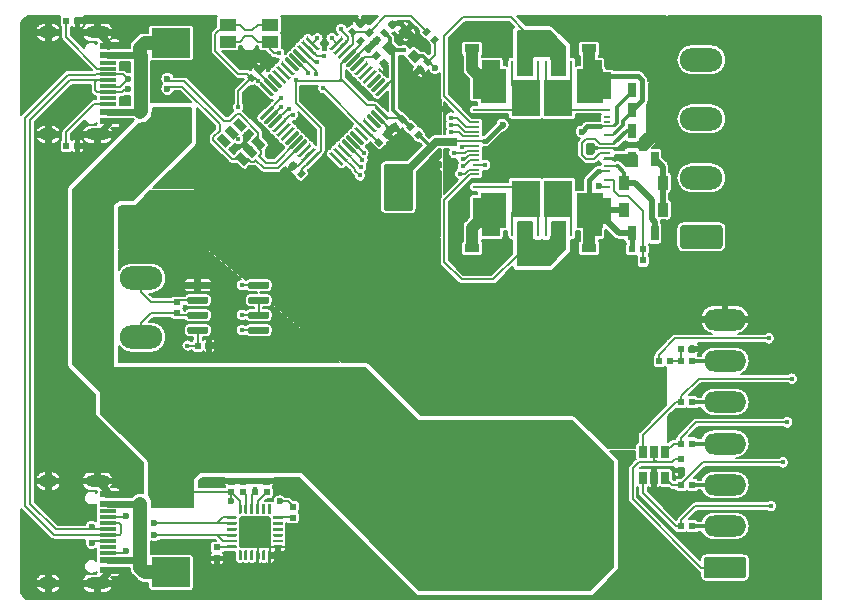
<source format=gtl>
G04 #@! TF.GenerationSoftware,KiCad,Pcbnew,5.1.5+dfsg1-2build2*
G04 #@! TF.CreationDate,2021-04-30T22:25:39+02:00*
G04 #@! TF.ProjectId,OtterStep,4f747465-7253-4746-9570-2e6b69636164,rev?*
G04 #@! TF.SameCoordinates,Original*
G04 #@! TF.FileFunction,Copper,L1,Top*
G04 #@! TF.FilePolarity,Positive*
%FSLAX46Y46*%
G04 Gerber Fmt 4.6, Leading zero omitted, Abs format (unit mm)*
G04 Created by KiCad (PCBNEW 5.1.5+dfsg1-2build2) date 2021-04-30 22:25:39*
%MOMM*%
%LPD*%
G04 APERTURE LIST*
%ADD10C,0.100000*%
%ADD11R,1.260000X1.300000*%
%ADD12R,2.400000X3.100000*%
%ADD13R,5.600000X4.800000*%
%ADD14R,0.200000X0.600000*%
%ADD15R,0.600000X0.200000*%
%ADD16R,1.300000X0.700000*%
%ADD17O,3.600000X2.000000*%
%ADD18R,0.650000X1.060000*%
%ADD19R,1.400000X1.050000*%
%ADD20R,0.500000X0.600000*%
%ADD21R,0.600000X0.500000*%
%ADD22O,3.600000X1.800000*%
%ADD23R,1.450000X0.600000*%
%ADD24O,2.100000X1.000000*%
%ADD25O,1.600000X1.000000*%
%ADD26R,1.450000X0.300000*%
%ADD27R,3.300000X2.500000*%
%ADD28R,0.900000X1.200000*%
%ADD29R,0.700000X1.300000*%
%ADD30C,0.600000*%
%ADD31C,0.450000*%
%ADD32C,0.200000*%
%ADD33C,0.600000*%
%ADD34C,0.400000*%
%ADD35C,0.300000*%
%ADD36C,0.700000*%
%ADD37C,1.000000*%
%ADD38C,0.500000*%
%ADD39C,1.200000*%
%ADD40C,0.127000*%
G04 APERTURE END LIST*
G04 #@! TA.AperFunction,SMDPad,CuDef*
D10*
G36*
X89210000Y-57300000D02*
G01*
X88540000Y-57300000D01*
X88540000Y-55050000D01*
X89210000Y-55050000D01*
X89210000Y-54780000D01*
X89330000Y-54780000D01*
X89330000Y-54050000D01*
X90860000Y-54050000D01*
X90860000Y-54780000D01*
X91400000Y-54780000D01*
X91400000Y-57680000D01*
X89210000Y-57680000D01*
X89210000Y-57300000D01*
G37*
G04 #@! TD.AperFunction*
G04 #@! TA.AperFunction,SMDPad,CuDef*
G36*
X99590000Y-65700000D02*
G01*
X100260000Y-65700000D01*
X100260000Y-67950000D01*
X99590000Y-67950000D01*
X99590000Y-68220000D01*
X99470000Y-68220000D01*
X99470000Y-68950000D01*
X97940000Y-68950000D01*
X97940000Y-68220000D01*
X97400000Y-68220000D01*
X97400000Y-65320000D01*
X99590000Y-65320000D01*
X99590000Y-65700000D01*
G37*
G04 #@! TD.AperFunction*
G04 #@! TA.AperFunction,SMDPad,CuDef*
G36*
X97400000Y-54780000D02*
G01*
X97940000Y-54780000D01*
X97940000Y-54050000D01*
X99470000Y-54050000D01*
X99470000Y-54780000D01*
X99590000Y-54780000D01*
X99590000Y-55050000D01*
X100260000Y-55050000D01*
X100260000Y-57300000D01*
X99590000Y-57300000D01*
X99590000Y-57680000D01*
X97400000Y-57680000D01*
X97400000Y-54780000D01*
G37*
G04 #@! TD.AperFunction*
G04 #@! TA.AperFunction,SMDPad,CuDef*
G36*
X91400000Y-68220000D02*
G01*
X90860000Y-68220000D01*
X90860000Y-68950000D01*
X89330000Y-68950000D01*
X89330000Y-68220000D01*
X89210000Y-68220000D01*
X89210000Y-67950000D01*
X88540000Y-67950000D01*
X88540000Y-65700000D01*
X89210000Y-65700000D01*
X89210000Y-65320000D01*
X91400000Y-65320000D01*
X91400000Y-68220000D01*
G37*
G04 #@! TD.AperFunction*
D11*
X95820000Y-68290000D03*
X92980000Y-68290000D03*
X92980000Y-54710000D03*
X95820000Y-54710000D03*
D12*
X95780000Y-65770000D03*
X93020000Y-65770000D03*
X93020000Y-57230000D03*
X95780000Y-57230000D03*
D13*
X94440000Y-61500000D03*
D14*
X94080000Y-68640000D03*
X96910000Y-68640000D03*
X91890000Y-68640000D03*
X94720000Y-68640000D03*
X96910000Y-54360000D03*
X91890000Y-54360000D03*
X94720000Y-54360000D03*
X94080000Y-54360000D03*
D15*
X99950000Y-58230000D03*
X99950000Y-58850000D03*
X99950000Y-59250000D03*
X99950000Y-59650000D03*
X99950000Y-60370000D03*
X99950000Y-64770000D03*
X99950000Y-64150000D03*
X99950000Y-63430000D03*
X99950000Y-63030000D03*
X99950000Y-62300000D03*
X99950000Y-61100000D03*
X99950000Y-61900000D03*
X99950000Y-61500000D03*
X88850000Y-58230000D03*
X88850000Y-64770000D03*
X88850000Y-64150000D03*
X88850000Y-63700000D03*
X88850000Y-63300000D03*
X88850000Y-62900000D03*
X88850000Y-62500000D03*
X88850000Y-58850000D03*
X88850000Y-59300000D03*
X88850000Y-59700000D03*
X88850000Y-62100000D03*
X88850000Y-61700000D03*
X88850000Y-61300000D03*
X88850000Y-60900000D03*
X88850000Y-60500000D03*
X88850000Y-60100000D03*
D16*
X88500000Y-71850000D03*
X88500000Y-69950000D03*
X88500000Y-51150000D03*
X88500000Y-53050000D03*
G04 #@! TA.AperFunction,SMDPad,CuDef*
D10*
G36*
X82993934Y-53683884D02*
G01*
X83559620Y-53118198D01*
X84196016Y-53754594D01*
X83630330Y-54320280D01*
X82993934Y-53683884D01*
G37*
G04 #@! TD.AperFunction*
G04 #@! TA.AperFunction,SMDPad,CuDef*
G36*
X80907969Y-52941422D02*
G01*
X81473655Y-52375736D01*
X82110051Y-53012132D01*
X81544365Y-53577818D01*
X80907969Y-52941422D01*
G37*
G04 #@! TD.AperFunction*
G04 #@! TA.AperFunction,SMDPad,CuDef*
G36*
X82251472Y-51597919D02*
G01*
X82817158Y-51032233D01*
X83453554Y-51668629D01*
X82887868Y-52234315D01*
X82251472Y-51597919D01*
G37*
G04 #@! TD.AperFunction*
D17*
X60500000Y-82500000D03*
X60500000Y-77500000D03*
X60500000Y-72500000D03*
G04 #@! TA.AperFunction,ComponentPad*
D10*
G36*
X62074504Y-66501204D02*
G01*
X62098773Y-66504804D01*
X62122571Y-66510765D01*
X62145671Y-66519030D01*
X62167849Y-66529520D01*
X62188893Y-66542133D01*
X62208598Y-66556747D01*
X62226777Y-66573223D01*
X62243253Y-66591402D01*
X62257867Y-66611107D01*
X62270480Y-66632151D01*
X62280970Y-66654329D01*
X62289235Y-66677429D01*
X62295196Y-66701227D01*
X62298796Y-66725496D01*
X62300000Y-66750000D01*
X62300000Y-68250000D01*
X62298796Y-68274504D01*
X62295196Y-68298773D01*
X62289235Y-68322571D01*
X62280970Y-68345671D01*
X62270480Y-68367849D01*
X62257867Y-68388893D01*
X62243253Y-68408598D01*
X62226777Y-68426777D01*
X62208598Y-68443253D01*
X62188893Y-68457867D01*
X62167849Y-68470480D01*
X62145671Y-68480970D01*
X62122571Y-68489235D01*
X62098773Y-68495196D01*
X62074504Y-68498796D01*
X62050000Y-68500000D01*
X58950000Y-68500000D01*
X58925496Y-68498796D01*
X58901227Y-68495196D01*
X58877429Y-68489235D01*
X58854329Y-68480970D01*
X58832151Y-68470480D01*
X58811107Y-68457867D01*
X58791402Y-68443253D01*
X58773223Y-68426777D01*
X58756747Y-68408598D01*
X58742133Y-68388893D01*
X58729520Y-68367849D01*
X58719030Y-68345671D01*
X58710765Y-68322571D01*
X58704804Y-68298773D01*
X58701204Y-68274504D01*
X58700000Y-68250000D01*
X58700000Y-66750000D01*
X58701204Y-66725496D01*
X58704804Y-66701227D01*
X58710765Y-66677429D01*
X58719030Y-66654329D01*
X58729520Y-66632151D01*
X58742133Y-66611107D01*
X58756747Y-66591402D01*
X58773223Y-66573223D01*
X58791402Y-66556747D01*
X58811107Y-66542133D01*
X58832151Y-66529520D01*
X58854329Y-66519030D01*
X58877429Y-66510765D01*
X58901227Y-66504804D01*
X58925496Y-66501204D01*
X58950000Y-66500000D01*
X62050000Y-66500000D01*
X62074504Y-66501204D01*
G37*
G04 #@! TD.AperFunction*
D18*
X103900000Y-87200000D03*
X102950000Y-87200000D03*
X104850000Y-87200000D03*
X104850000Y-89400000D03*
X103900000Y-89400000D03*
X102950000Y-89400000D03*
G04 #@! TA.AperFunction,SMDPad,CuDef*
D10*
G36*
X66014703Y-76605722D02*
G01*
X66029264Y-76607882D01*
X66043543Y-76611459D01*
X66057403Y-76616418D01*
X66070710Y-76622712D01*
X66083336Y-76630280D01*
X66095159Y-76639048D01*
X66106066Y-76648934D01*
X66115952Y-76659841D01*
X66124720Y-76671664D01*
X66132288Y-76684290D01*
X66138582Y-76697597D01*
X66143541Y-76711457D01*
X66147118Y-76725736D01*
X66149278Y-76740297D01*
X66150000Y-76755000D01*
X66150000Y-77055000D01*
X66149278Y-77069703D01*
X66147118Y-77084264D01*
X66143541Y-77098543D01*
X66138582Y-77112403D01*
X66132288Y-77125710D01*
X66124720Y-77138336D01*
X66115952Y-77150159D01*
X66106066Y-77161066D01*
X66095159Y-77170952D01*
X66083336Y-77179720D01*
X66070710Y-77187288D01*
X66057403Y-77193582D01*
X66043543Y-77198541D01*
X66029264Y-77202118D01*
X66014703Y-77204278D01*
X66000000Y-77205000D01*
X64550000Y-77205000D01*
X64535297Y-77204278D01*
X64520736Y-77202118D01*
X64506457Y-77198541D01*
X64492597Y-77193582D01*
X64479290Y-77187288D01*
X64466664Y-77179720D01*
X64454841Y-77170952D01*
X64443934Y-77161066D01*
X64434048Y-77150159D01*
X64425280Y-77138336D01*
X64417712Y-77125710D01*
X64411418Y-77112403D01*
X64406459Y-77098543D01*
X64402882Y-77084264D01*
X64400722Y-77069703D01*
X64400000Y-77055000D01*
X64400000Y-76755000D01*
X64400722Y-76740297D01*
X64402882Y-76725736D01*
X64406459Y-76711457D01*
X64411418Y-76697597D01*
X64417712Y-76684290D01*
X64425280Y-76671664D01*
X64434048Y-76659841D01*
X64443934Y-76648934D01*
X64454841Y-76639048D01*
X64466664Y-76630280D01*
X64479290Y-76622712D01*
X64492597Y-76616418D01*
X64506457Y-76611459D01*
X64520736Y-76607882D01*
X64535297Y-76605722D01*
X64550000Y-76605000D01*
X66000000Y-76605000D01*
X66014703Y-76605722D01*
G37*
G04 #@! TD.AperFunction*
G04 #@! TA.AperFunction,SMDPad,CuDef*
G36*
X66014703Y-75335722D02*
G01*
X66029264Y-75337882D01*
X66043543Y-75341459D01*
X66057403Y-75346418D01*
X66070710Y-75352712D01*
X66083336Y-75360280D01*
X66095159Y-75369048D01*
X66106066Y-75378934D01*
X66115952Y-75389841D01*
X66124720Y-75401664D01*
X66132288Y-75414290D01*
X66138582Y-75427597D01*
X66143541Y-75441457D01*
X66147118Y-75455736D01*
X66149278Y-75470297D01*
X66150000Y-75485000D01*
X66150000Y-75785000D01*
X66149278Y-75799703D01*
X66147118Y-75814264D01*
X66143541Y-75828543D01*
X66138582Y-75842403D01*
X66132288Y-75855710D01*
X66124720Y-75868336D01*
X66115952Y-75880159D01*
X66106066Y-75891066D01*
X66095159Y-75900952D01*
X66083336Y-75909720D01*
X66070710Y-75917288D01*
X66057403Y-75923582D01*
X66043543Y-75928541D01*
X66029264Y-75932118D01*
X66014703Y-75934278D01*
X66000000Y-75935000D01*
X64550000Y-75935000D01*
X64535297Y-75934278D01*
X64520736Y-75932118D01*
X64506457Y-75928541D01*
X64492597Y-75923582D01*
X64479290Y-75917288D01*
X64466664Y-75909720D01*
X64454841Y-75900952D01*
X64443934Y-75891066D01*
X64434048Y-75880159D01*
X64425280Y-75868336D01*
X64417712Y-75855710D01*
X64411418Y-75842403D01*
X64406459Y-75828543D01*
X64402882Y-75814264D01*
X64400722Y-75799703D01*
X64400000Y-75785000D01*
X64400000Y-75485000D01*
X64400722Y-75470297D01*
X64402882Y-75455736D01*
X64406459Y-75441457D01*
X64411418Y-75427597D01*
X64417712Y-75414290D01*
X64425280Y-75401664D01*
X64434048Y-75389841D01*
X64443934Y-75378934D01*
X64454841Y-75369048D01*
X64466664Y-75360280D01*
X64479290Y-75352712D01*
X64492597Y-75346418D01*
X64506457Y-75341459D01*
X64520736Y-75337882D01*
X64535297Y-75335722D01*
X64550000Y-75335000D01*
X66000000Y-75335000D01*
X66014703Y-75335722D01*
G37*
G04 #@! TD.AperFunction*
G04 #@! TA.AperFunction,SMDPad,CuDef*
G36*
X66014703Y-74065722D02*
G01*
X66029264Y-74067882D01*
X66043543Y-74071459D01*
X66057403Y-74076418D01*
X66070710Y-74082712D01*
X66083336Y-74090280D01*
X66095159Y-74099048D01*
X66106066Y-74108934D01*
X66115952Y-74119841D01*
X66124720Y-74131664D01*
X66132288Y-74144290D01*
X66138582Y-74157597D01*
X66143541Y-74171457D01*
X66147118Y-74185736D01*
X66149278Y-74200297D01*
X66150000Y-74215000D01*
X66150000Y-74515000D01*
X66149278Y-74529703D01*
X66147118Y-74544264D01*
X66143541Y-74558543D01*
X66138582Y-74572403D01*
X66132288Y-74585710D01*
X66124720Y-74598336D01*
X66115952Y-74610159D01*
X66106066Y-74621066D01*
X66095159Y-74630952D01*
X66083336Y-74639720D01*
X66070710Y-74647288D01*
X66057403Y-74653582D01*
X66043543Y-74658541D01*
X66029264Y-74662118D01*
X66014703Y-74664278D01*
X66000000Y-74665000D01*
X64550000Y-74665000D01*
X64535297Y-74664278D01*
X64520736Y-74662118D01*
X64506457Y-74658541D01*
X64492597Y-74653582D01*
X64479290Y-74647288D01*
X64466664Y-74639720D01*
X64454841Y-74630952D01*
X64443934Y-74621066D01*
X64434048Y-74610159D01*
X64425280Y-74598336D01*
X64417712Y-74585710D01*
X64411418Y-74572403D01*
X64406459Y-74558543D01*
X64402882Y-74544264D01*
X64400722Y-74529703D01*
X64400000Y-74515000D01*
X64400000Y-74215000D01*
X64400722Y-74200297D01*
X64402882Y-74185736D01*
X64406459Y-74171457D01*
X64411418Y-74157597D01*
X64417712Y-74144290D01*
X64425280Y-74131664D01*
X64434048Y-74119841D01*
X64443934Y-74108934D01*
X64454841Y-74099048D01*
X64466664Y-74090280D01*
X64479290Y-74082712D01*
X64492597Y-74076418D01*
X64506457Y-74071459D01*
X64520736Y-74067882D01*
X64535297Y-74065722D01*
X64550000Y-74065000D01*
X66000000Y-74065000D01*
X66014703Y-74065722D01*
G37*
G04 #@! TD.AperFunction*
G04 #@! TA.AperFunction,SMDPad,CuDef*
G36*
X66014703Y-72795722D02*
G01*
X66029264Y-72797882D01*
X66043543Y-72801459D01*
X66057403Y-72806418D01*
X66070710Y-72812712D01*
X66083336Y-72820280D01*
X66095159Y-72829048D01*
X66106066Y-72838934D01*
X66115952Y-72849841D01*
X66124720Y-72861664D01*
X66132288Y-72874290D01*
X66138582Y-72887597D01*
X66143541Y-72901457D01*
X66147118Y-72915736D01*
X66149278Y-72930297D01*
X66150000Y-72945000D01*
X66150000Y-73245000D01*
X66149278Y-73259703D01*
X66147118Y-73274264D01*
X66143541Y-73288543D01*
X66138582Y-73302403D01*
X66132288Y-73315710D01*
X66124720Y-73328336D01*
X66115952Y-73340159D01*
X66106066Y-73351066D01*
X66095159Y-73360952D01*
X66083336Y-73369720D01*
X66070710Y-73377288D01*
X66057403Y-73383582D01*
X66043543Y-73388541D01*
X66029264Y-73392118D01*
X66014703Y-73394278D01*
X66000000Y-73395000D01*
X64550000Y-73395000D01*
X64535297Y-73394278D01*
X64520736Y-73392118D01*
X64506457Y-73388541D01*
X64492597Y-73383582D01*
X64479290Y-73377288D01*
X64466664Y-73369720D01*
X64454841Y-73360952D01*
X64443934Y-73351066D01*
X64434048Y-73340159D01*
X64425280Y-73328336D01*
X64417712Y-73315710D01*
X64411418Y-73302403D01*
X64406459Y-73288543D01*
X64402882Y-73274264D01*
X64400722Y-73259703D01*
X64400000Y-73245000D01*
X64400000Y-72945000D01*
X64400722Y-72930297D01*
X64402882Y-72915736D01*
X64406459Y-72901457D01*
X64411418Y-72887597D01*
X64417712Y-72874290D01*
X64425280Y-72861664D01*
X64434048Y-72849841D01*
X64443934Y-72838934D01*
X64454841Y-72829048D01*
X64466664Y-72820280D01*
X64479290Y-72812712D01*
X64492597Y-72806418D01*
X64506457Y-72801459D01*
X64520736Y-72797882D01*
X64535297Y-72795722D01*
X64550000Y-72795000D01*
X66000000Y-72795000D01*
X66014703Y-72795722D01*
G37*
G04 #@! TD.AperFunction*
G04 #@! TA.AperFunction,SMDPad,CuDef*
G36*
X71164703Y-72795722D02*
G01*
X71179264Y-72797882D01*
X71193543Y-72801459D01*
X71207403Y-72806418D01*
X71220710Y-72812712D01*
X71233336Y-72820280D01*
X71245159Y-72829048D01*
X71256066Y-72838934D01*
X71265952Y-72849841D01*
X71274720Y-72861664D01*
X71282288Y-72874290D01*
X71288582Y-72887597D01*
X71293541Y-72901457D01*
X71297118Y-72915736D01*
X71299278Y-72930297D01*
X71300000Y-72945000D01*
X71300000Y-73245000D01*
X71299278Y-73259703D01*
X71297118Y-73274264D01*
X71293541Y-73288543D01*
X71288582Y-73302403D01*
X71282288Y-73315710D01*
X71274720Y-73328336D01*
X71265952Y-73340159D01*
X71256066Y-73351066D01*
X71245159Y-73360952D01*
X71233336Y-73369720D01*
X71220710Y-73377288D01*
X71207403Y-73383582D01*
X71193543Y-73388541D01*
X71179264Y-73392118D01*
X71164703Y-73394278D01*
X71150000Y-73395000D01*
X69700000Y-73395000D01*
X69685297Y-73394278D01*
X69670736Y-73392118D01*
X69656457Y-73388541D01*
X69642597Y-73383582D01*
X69629290Y-73377288D01*
X69616664Y-73369720D01*
X69604841Y-73360952D01*
X69593934Y-73351066D01*
X69584048Y-73340159D01*
X69575280Y-73328336D01*
X69567712Y-73315710D01*
X69561418Y-73302403D01*
X69556459Y-73288543D01*
X69552882Y-73274264D01*
X69550722Y-73259703D01*
X69550000Y-73245000D01*
X69550000Y-72945000D01*
X69550722Y-72930297D01*
X69552882Y-72915736D01*
X69556459Y-72901457D01*
X69561418Y-72887597D01*
X69567712Y-72874290D01*
X69575280Y-72861664D01*
X69584048Y-72849841D01*
X69593934Y-72838934D01*
X69604841Y-72829048D01*
X69616664Y-72820280D01*
X69629290Y-72812712D01*
X69642597Y-72806418D01*
X69656457Y-72801459D01*
X69670736Y-72797882D01*
X69685297Y-72795722D01*
X69700000Y-72795000D01*
X71150000Y-72795000D01*
X71164703Y-72795722D01*
G37*
G04 #@! TD.AperFunction*
G04 #@! TA.AperFunction,SMDPad,CuDef*
G36*
X71164703Y-74065722D02*
G01*
X71179264Y-74067882D01*
X71193543Y-74071459D01*
X71207403Y-74076418D01*
X71220710Y-74082712D01*
X71233336Y-74090280D01*
X71245159Y-74099048D01*
X71256066Y-74108934D01*
X71265952Y-74119841D01*
X71274720Y-74131664D01*
X71282288Y-74144290D01*
X71288582Y-74157597D01*
X71293541Y-74171457D01*
X71297118Y-74185736D01*
X71299278Y-74200297D01*
X71300000Y-74215000D01*
X71300000Y-74515000D01*
X71299278Y-74529703D01*
X71297118Y-74544264D01*
X71293541Y-74558543D01*
X71288582Y-74572403D01*
X71282288Y-74585710D01*
X71274720Y-74598336D01*
X71265952Y-74610159D01*
X71256066Y-74621066D01*
X71245159Y-74630952D01*
X71233336Y-74639720D01*
X71220710Y-74647288D01*
X71207403Y-74653582D01*
X71193543Y-74658541D01*
X71179264Y-74662118D01*
X71164703Y-74664278D01*
X71150000Y-74665000D01*
X69700000Y-74665000D01*
X69685297Y-74664278D01*
X69670736Y-74662118D01*
X69656457Y-74658541D01*
X69642597Y-74653582D01*
X69629290Y-74647288D01*
X69616664Y-74639720D01*
X69604841Y-74630952D01*
X69593934Y-74621066D01*
X69584048Y-74610159D01*
X69575280Y-74598336D01*
X69567712Y-74585710D01*
X69561418Y-74572403D01*
X69556459Y-74558543D01*
X69552882Y-74544264D01*
X69550722Y-74529703D01*
X69550000Y-74515000D01*
X69550000Y-74215000D01*
X69550722Y-74200297D01*
X69552882Y-74185736D01*
X69556459Y-74171457D01*
X69561418Y-74157597D01*
X69567712Y-74144290D01*
X69575280Y-74131664D01*
X69584048Y-74119841D01*
X69593934Y-74108934D01*
X69604841Y-74099048D01*
X69616664Y-74090280D01*
X69629290Y-74082712D01*
X69642597Y-74076418D01*
X69656457Y-74071459D01*
X69670736Y-74067882D01*
X69685297Y-74065722D01*
X69700000Y-74065000D01*
X71150000Y-74065000D01*
X71164703Y-74065722D01*
G37*
G04 #@! TD.AperFunction*
G04 #@! TA.AperFunction,SMDPad,CuDef*
G36*
X71164703Y-75335722D02*
G01*
X71179264Y-75337882D01*
X71193543Y-75341459D01*
X71207403Y-75346418D01*
X71220710Y-75352712D01*
X71233336Y-75360280D01*
X71245159Y-75369048D01*
X71256066Y-75378934D01*
X71265952Y-75389841D01*
X71274720Y-75401664D01*
X71282288Y-75414290D01*
X71288582Y-75427597D01*
X71293541Y-75441457D01*
X71297118Y-75455736D01*
X71299278Y-75470297D01*
X71300000Y-75485000D01*
X71300000Y-75785000D01*
X71299278Y-75799703D01*
X71297118Y-75814264D01*
X71293541Y-75828543D01*
X71288582Y-75842403D01*
X71282288Y-75855710D01*
X71274720Y-75868336D01*
X71265952Y-75880159D01*
X71256066Y-75891066D01*
X71245159Y-75900952D01*
X71233336Y-75909720D01*
X71220710Y-75917288D01*
X71207403Y-75923582D01*
X71193543Y-75928541D01*
X71179264Y-75932118D01*
X71164703Y-75934278D01*
X71150000Y-75935000D01*
X69700000Y-75935000D01*
X69685297Y-75934278D01*
X69670736Y-75932118D01*
X69656457Y-75928541D01*
X69642597Y-75923582D01*
X69629290Y-75917288D01*
X69616664Y-75909720D01*
X69604841Y-75900952D01*
X69593934Y-75891066D01*
X69584048Y-75880159D01*
X69575280Y-75868336D01*
X69567712Y-75855710D01*
X69561418Y-75842403D01*
X69556459Y-75828543D01*
X69552882Y-75814264D01*
X69550722Y-75799703D01*
X69550000Y-75785000D01*
X69550000Y-75485000D01*
X69550722Y-75470297D01*
X69552882Y-75455736D01*
X69556459Y-75441457D01*
X69561418Y-75427597D01*
X69567712Y-75414290D01*
X69575280Y-75401664D01*
X69584048Y-75389841D01*
X69593934Y-75378934D01*
X69604841Y-75369048D01*
X69616664Y-75360280D01*
X69629290Y-75352712D01*
X69642597Y-75346418D01*
X69656457Y-75341459D01*
X69670736Y-75337882D01*
X69685297Y-75335722D01*
X69700000Y-75335000D01*
X71150000Y-75335000D01*
X71164703Y-75335722D01*
G37*
G04 #@! TD.AperFunction*
G04 #@! TA.AperFunction,SMDPad,CuDef*
G36*
X71164703Y-76605722D02*
G01*
X71179264Y-76607882D01*
X71193543Y-76611459D01*
X71207403Y-76616418D01*
X71220710Y-76622712D01*
X71233336Y-76630280D01*
X71245159Y-76639048D01*
X71256066Y-76648934D01*
X71265952Y-76659841D01*
X71274720Y-76671664D01*
X71282288Y-76684290D01*
X71288582Y-76697597D01*
X71293541Y-76711457D01*
X71297118Y-76725736D01*
X71299278Y-76740297D01*
X71300000Y-76755000D01*
X71300000Y-77055000D01*
X71299278Y-77069703D01*
X71297118Y-77084264D01*
X71293541Y-77098543D01*
X71288582Y-77112403D01*
X71282288Y-77125710D01*
X71274720Y-77138336D01*
X71265952Y-77150159D01*
X71256066Y-77161066D01*
X71245159Y-77170952D01*
X71233336Y-77179720D01*
X71220710Y-77187288D01*
X71207403Y-77193582D01*
X71193543Y-77198541D01*
X71179264Y-77202118D01*
X71164703Y-77204278D01*
X71150000Y-77205000D01*
X69700000Y-77205000D01*
X69685297Y-77204278D01*
X69670736Y-77202118D01*
X69656457Y-77198541D01*
X69642597Y-77193582D01*
X69629290Y-77187288D01*
X69616664Y-77179720D01*
X69604841Y-77170952D01*
X69593934Y-77161066D01*
X69584048Y-77150159D01*
X69575280Y-77138336D01*
X69567712Y-77125710D01*
X69561418Y-77112403D01*
X69556459Y-77098543D01*
X69552882Y-77084264D01*
X69550722Y-77069703D01*
X69550000Y-77055000D01*
X69550000Y-76755000D01*
X69550722Y-76740297D01*
X69552882Y-76725736D01*
X69556459Y-76711457D01*
X69561418Y-76697597D01*
X69567712Y-76684290D01*
X69575280Y-76671664D01*
X69584048Y-76659841D01*
X69593934Y-76648934D01*
X69604841Y-76639048D01*
X69616664Y-76630280D01*
X69629290Y-76622712D01*
X69642597Y-76616418D01*
X69656457Y-76611459D01*
X69670736Y-76607882D01*
X69685297Y-76605722D01*
X69700000Y-76605000D01*
X71150000Y-76605000D01*
X71164703Y-76605722D01*
G37*
G04 #@! TD.AperFunction*
G04 #@! TA.AperFunction,SMDPad,CuDef*
G36*
X80479802Y-57902658D02*
G01*
X80487083Y-57903738D01*
X80494222Y-57905526D01*
X80501152Y-57908006D01*
X80507806Y-57911153D01*
X80514119Y-57914937D01*
X80520030Y-57919321D01*
X80525484Y-57924264D01*
X81462400Y-58861180D01*
X81467343Y-58866634D01*
X81471727Y-58872545D01*
X81475511Y-58878858D01*
X81478658Y-58885512D01*
X81481138Y-58892442D01*
X81482926Y-58899581D01*
X81484006Y-58906862D01*
X81484367Y-58914213D01*
X81484006Y-58921564D01*
X81482926Y-58928845D01*
X81481138Y-58935984D01*
X81478658Y-58942914D01*
X81475511Y-58949568D01*
X81471727Y-58955881D01*
X81467343Y-58961792D01*
X81462400Y-58967246D01*
X81356334Y-59073312D01*
X81350880Y-59078255D01*
X81344969Y-59082639D01*
X81338656Y-59086423D01*
X81332002Y-59089570D01*
X81325072Y-59092050D01*
X81317933Y-59093838D01*
X81310652Y-59094918D01*
X81303301Y-59095279D01*
X81295950Y-59094918D01*
X81288669Y-59093838D01*
X81281530Y-59092050D01*
X81274600Y-59089570D01*
X81267946Y-59086423D01*
X81261633Y-59082639D01*
X81255722Y-59078255D01*
X81250268Y-59073312D01*
X80313352Y-58136396D01*
X80308409Y-58130942D01*
X80304025Y-58125031D01*
X80300241Y-58118718D01*
X80297094Y-58112064D01*
X80294614Y-58105134D01*
X80292826Y-58097995D01*
X80291746Y-58090714D01*
X80291385Y-58083363D01*
X80291746Y-58076012D01*
X80292826Y-58068731D01*
X80294614Y-58061592D01*
X80297094Y-58054662D01*
X80300241Y-58048008D01*
X80304025Y-58041695D01*
X80308409Y-58035784D01*
X80313352Y-58030330D01*
X80419418Y-57924264D01*
X80424872Y-57919321D01*
X80430783Y-57914937D01*
X80437096Y-57911153D01*
X80443750Y-57908006D01*
X80450680Y-57905526D01*
X80457819Y-57903738D01*
X80465100Y-57902658D01*
X80472451Y-57902297D01*
X80479802Y-57902658D01*
G37*
G04 #@! TD.AperFunction*
G04 #@! TA.AperFunction,SMDPad,CuDef*
G36*
X80126248Y-58256212D02*
G01*
X80133529Y-58257292D01*
X80140668Y-58259080D01*
X80147598Y-58261560D01*
X80154252Y-58264707D01*
X80160565Y-58268491D01*
X80166476Y-58272875D01*
X80171930Y-58277818D01*
X81108846Y-59214734D01*
X81113789Y-59220188D01*
X81118173Y-59226099D01*
X81121957Y-59232412D01*
X81125104Y-59239066D01*
X81127584Y-59245996D01*
X81129372Y-59253135D01*
X81130452Y-59260416D01*
X81130813Y-59267767D01*
X81130452Y-59275118D01*
X81129372Y-59282399D01*
X81127584Y-59289538D01*
X81125104Y-59296468D01*
X81121957Y-59303122D01*
X81118173Y-59309435D01*
X81113789Y-59315346D01*
X81108846Y-59320800D01*
X81002780Y-59426866D01*
X80997326Y-59431809D01*
X80991415Y-59436193D01*
X80985102Y-59439977D01*
X80978448Y-59443124D01*
X80971518Y-59445604D01*
X80964379Y-59447392D01*
X80957098Y-59448472D01*
X80949747Y-59448833D01*
X80942396Y-59448472D01*
X80935115Y-59447392D01*
X80927976Y-59445604D01*
X80921046Y-59443124D01*
X80914392Y-59439977D01*
X80908079Y-59436193D01*
X80902168Y-59431809D01*
X80896714Y-59426866D01*
X79959798Y-58489950D01*
X79954855Y-58484496D01*
X79950471Y-58478585D01*
X79946687Y-58472272D01*
X79943540Y-58465618D01*
X79941060Y-58458688D01*
X79939272Y-58451549D01*
X79938192Y-58444268D01*
X79937831Y-58436917D01*
X79938192Y-58429566D01*
X79939272Y-58422285D01*
X79941060Y-58415146D01*
X79943540Y-58408216D01*
X79946687Y-58401562D01*
X79950471Y-58395249D01*
X79954855Y-58389338D01*
X79959798Y-58383884D01*
X80065864Y-58277818D01*
X80071318Y-58272875D01*
X80077229Y-58268491D01*
X80083542Y-58264707D01*
X80090196Y-58261560D01*
X80097126Y-58259080D01*
X80104265Y-58257292D01*
X80111546Y-58256212D01*
X80118897Y-58255851D01*
X80126248Y-58256212D01*
G37*
G04 #@! TD.AperFunction*
G04 #@! TA.AperFunction,SMDPad,CuDef*
G36*
X79772695Y-58609765D02*
G01*
X79779976Y-58610845D01*
X79787115Y-58612633D01*
X79794045Y-58615113D01*
X79800699Y-58618260D01*
X79807012Y-58622044D01*
X79812923Y-58626428D01*
X79818377Y-58631371D01*
X80755293Y-59568287D01*
X80760236Y-59573741D01*
X80764620Y-59579652D01*
X80768404Y-59585965D01*
X80771551Y-59592619D01*
X80774031Y-59599549D01*
X80775819Y-59606688D01*
X80776899Y-59613969D01*
X80777260Y-59621320D01*
X80776899Y-59628671D01*
X80775819Y-59635952D01*
X80774031Y-59643091D01*
X80771551Y-59650021D01*
X80768404Y-59656675D01*
X80764620Y-59662988D01*
X80760236Y-59668899D01*
X80755293Y-59674353D01*
X80649227Y-59780419D01*
X80643773Y-59785362D01*
X80637862Y-59789746D01*
X80631549Y-59793530D01*
X80624895Y-59796677D01*
X80617965Y-59799157D01*
X80610826Y-59800945D01*
X80603545Y-59802025D01*
X80596194Y-59802386D01*
X80588843Y-59802025D01*
X80581562Y-59800945D01*
X80574423Y-59799157D01*
X80567493Y-59796677D01*
X80560839Y-59793530D01*
X80554526Y-59789746D01*
X80548615Y-59785362D01*
X80543161Y-59780419D01*
X79606245Y-58843503D01*
X79601302Y-58838049D01*
X79596918Y-58832138D01*
X79593134Y-58825825D01*
X79589987Y-58819171D01*
X79587507Y-58812241D01*
X79585719Y-58805102D01*
X79584639Y-58797821D01*
X79584278Y-58790470D01*
X79584639Y-58783119D01*
X79585719Y-58775838D01*
X79587507Y-58768699D01*
X79589987Y-58761769D01*
X79593134Y-58755115D01*
X79596918Y-58748802D01*
X79601302Y-58742891D01*
X79606245Y-58737437D01*
X79712311Y-58631371D01*
X79717765Y-58626428D01*
X79723676Y-58622044D01*
X79729989Y-58618260D01*
X79736643Y-58615113D01*
X79743573Y-58612633D01*
X79750712Y-58610845D01*
X79757993Y-58609765D01*
X79765344Y-58609404D01*
X79772695Y-58609765D01*
G37*
G04 #@! TD.AperFunction*
G04 #@! TA.AperFunction,SMDPad,CuDef*
G36*
X79419141Y-58963319D02*
G01*
X79426422Y-58964399D01*
X79433561Y-58966187D01*
X79440491Y-58968667D01*
X79447145Y-58971814D01*
X79453458Y-58975598D01*
X79459369Y-58979982D01*
X79464823Y-58984925D01*
X80401739Y-59921841D01*
X80406682Y-59927295D01*
X80411066Y-59933206D01*
X80414850Y-59939519D01*
X80417997Y-59946173D01*
X80420477Y-59953103D01*
X80422265Y-59960242D01*
X80423345Y-59967523D01*
X80423706Y-59974874D01*
X80423345Y-59982225D01*
X80422265Y-59989506D01*
X80420477Y-59996645D01*
X80417997Y-60003575D01*
X80414850Y-60010229D01*
X80411066Y-60016542D01*
X80406682Y-60022453D01*
X80401739Y-60027907D01*
X80295673Y-60133973D01*
X80290219Y-60138916D01*
X80284308Y-60143300D01*
X80277995Y-60147084D01*
X80271341Y-60150231D01*
X80264411Y-60152711D01*
X80257272Y-60154499D01*
X80249991Y-60155579D01*
X80242640Y-60155940D01*
X80235289Y-60155579D01*
X80228008Y-60154499D01*
X80220869Y-60152711D01*
X80213939Y-60150231D01*
X80207285Y-60147084D01*
X80200972Y-60143300D01*
X80195061Y-60138916D01*
X80189607Y-60133973D01*
X79252691Y-59197057D01*
X79247748Y-59191603D01*
X79243364Y-59185692D01*
X79239580Y-59179379D01*
X79236433Y-59172725D01*
X79233953Y-59165795D01*
X79232165Y-59158656D01*
X79231085Y-59151375D01*
X79230724Y-59144024D01*
X79231085Y-59136673D01*
X79232165Y-59129392D01*
X79233953Y-59122253D01*
X79236433Y-59115323D01*
X79239580Y-59108669D01*
X79243364Y-59102356D01*
X79247748Y-59096445D01*
X79252691Y-59090991D01*
X79358757Y-58984925D01*
X79364211Y-58979982D01*
X79370122Y-58975598D01*
X79376435Y-58971814D01*
X79383089Y-58968667D01*
X79390019Y-58966187D01*
X79397158Y-58964399D01*
X79404439Y-58963319D01*
X79411790Y-58962958D01*
X79419141Y-58963319D01*
G37*
G04 #@! TD.AperFunction*
G04 #@! TA.AperFunction,SMDPad,CuDef*
G36*
X79065588Y-59316872D02*
G01*
X79072869Y-59317952D01*
X79080008Y-59319740D01*
X79086938Y-59322220D01*
X79093592Y-59325367D01*
X79099905Y-59329151D01*
X79105816Y-59333535D01*
X79111270Y-59338478D01*
X80048186Y-60275394D01*
X80053129Y-60280848D01*
X80057513Y-60286759D01*
X80061297Y-60293072D01*
X80064444Y-60299726D01*
X80066924Y-60306656D01*
X80068712Y-60313795D01*
X80069792Y-60321076D01*
X80070153Y-60328427D01*
X80069792Y-60335778D01*
X80068712Y-60343059D01*
X80066924Y-60350198D01*
X80064444Y-60357128D01*
X80061297Y-60363782D01*
X80057513Y-60370095D01*
X80053129Y-60376006D01*
X80048186Y-60381460D01*
X79942120Y-60487526D01*
X79936666Y-60492469D01*
X79930755Y-60496853D01*
X79924442Y-60500637D01*
X79917788Y-60503784D01*
X79910858Y-60506264D01*
X79903719Y-60508052D01*
X79896438Y-60509132D01*
X79889087Y-60509493D01*
X79881736Y-60509132D01*
X79874455Y-60508052D01*
X79867316Y-60506264D01*
X79860386Y-60503784D01*
X79853732Y-60500637D01*
X79847419Y-60496853D01*
X79841508Y-60492469D01*
X79836054Y-60487526D01*
X78899138Y-59550610D01*
X78894195Y-59545156D01*
X78889811Y-59539245D01*
X78886027Y-59532932D01*
X78882880Y-59526278D01*
X78880400Y-59519348D01*
X78878612Y-59512209D01*
X78877532Y-59504928D01*
X78877171Y-59497577D01*
X78877532Y-59490226D01*
X78878612Y-59482945D01*
X78880400Y-59475806D01*
X78882880Y-59468876D01*
X78886027Y-59462222D01*
X78889811Y-59455909D01*
X78894195Y-59449998D01*
X78899138Y-59444544D01*
X79005204Y-59338478D01*
X79010658Y-59333535D01*
X79016569Y-59329151D01*
X79022882Y-59325367D01*
X79029536Y-59322220D01*
X79036466Y-59319740D01*
X79043605Y-59317952D01*
X79050886Y-59316872D01*
X79058237Y-59316511D01*
X79065588Y-59316872D01*
G37*
G04 #@! TD.AperFunction*
G04 #@! TA.AperFunction,SMDPad,CuDef*
G36*
X78712035Y-59670425D02*
G01*
X78719316Y-59671505D01*
X78726455Y-59673293D01*
X78733385Y-59675773D01*
X78740039Y-59678920D01*
X78746352Y-59682704D01*
X78752263Y-59687088D01*
X78757717Y-59692031D01*
X79694633Y-60628947D01*
X79699576Y-60634401D01*
X79703960Y-60640312D01*
X79707744Y-60646625D01*
X79710891Y-60653279D01*
X79713371Y-60660209D01*
X79715159Y-60667348D01*
X79716239Y-60674629D01*
X79716600Y-60681980D01*
X79716239Y-60689331D01*
X79715159Y-60696612D01*
X79713371Y-60703751D01*
X79710891Y-60710681D01*
X79707744Y-60717335D01*
X79703960Y-60723648D01*
X79699576Y-60729559D01*
X79694633Y-60735013D01*
X79588567Y-60841079D01*
X79583113Y-60846022D01*
X79577202Y-60850406D01*
X79570889Y-60854190D01*
X79564235Y-60857337D01*
X79557305Y-60859817D01*
X79550166Y-60861605D01*
X79542885Y-60862685D01*
X79535534Y-60863046D01*
X79528183Y-60862685D01*
X79520902Y-60861605D01*
X79513763Y-60859817D01*
X79506833Y-60857337D01*
X79500179Y-60854190D01*
X79493866Y-60850406D01*
X79487955Y-60846022D01*
X79482501Y-60841079D01*
X78545585Y-59904163D01*
X78540642Y-59898709D01*
X78536258Y-59892798D01*
X78532474Y-59886485D01*
X78529327Y-59879831D01*
X78526847Y-59872901D01*
X78525059Y-59865762D01*
X78523979Y-59858481D01*
X78523618Y-59851130D01*
X78523979Y-59843779D01*
X78525059Y-59836498D01*
X78526847Y-59829359D01*
X78529327Y-59822429D01*
X78532474Y-59815775D01*
X78536258Y-59809462D01*
X78540642Y-59803551D01*
X78545585Y-59798097D01*
X78651651Y-59692031D01*
X78657105Y-59687088D01*
X78663016Y-59682704D01*
X78669329Y-59678920D01*
X78675983Y-59675773D01*
X78682913Y-59673293D01*
X78690052Y-59671505D01*
X78697333Y-59670425D01*
X78704684Y-59670064D01*
X78712035Y-59670425D01*
G37*
G04 #@! TD.AperFunction*
G04 #@! TA.AperFunction,SMDPad,CuDef*
G36*
X78358481Y-60023979D02*
G01*
X78365762Y-60025059D01*
X78372901Y-60026847D01*
X78379831Y-60029327D01*
X78386485Y-60032474D01*
X78392798Y-60036258D01*
X78398709Y-60040642D01*
X78404163Y-60045585D01*
X79341079Y-60982501D01*
X79346022Y-60987955D01*
X79350406Y-60993866D01*
X79354190Y-61000179D01*
X79357337Y-61006833D01*
X79359817Y-61013763D01*
X79361605Y-61020902D01*
X79362685Y-61028183D01*
X79363046Y-61035534D01*
X79362685Y-61042885D01*
X79361605Y-61050166D01*
X79359817Y-61057305D01*
X79357337Y-61064235D01*
X79354190Y-61070889D01*
X79350406Y-61077202D01*
X79346022Y-61083113D01*
X79341079Y-61088567D01*
X79235013Y-61194633D01*
X79229559Y-61199576D01*
X79223648Y-61203960D01*
X79217335Y-61207744D01*
X79210681Y-61210891D01*
X79203751Y-61213371D01*
X79196612Y-61215159D01*
X79189331Y-61216239D01*
X79181980Y-61216600D01*
X79174629Y-61216239D01*
X79167348Y-61215159D01*
X79160209Y-61213371D01*
X79153279Y-61210891D01*
X79146625Y-61207744D01*
X79140312Y-61203960D01*
X79134401Y-61199576D01*
X79128947Y-61194633D01*
X78192031Y-60257717D01*
X78187088Y-60252263D01*
X78182704Y-60246352D01*
X78178920Y-60240039D01*
X78175773Y-60233385D01*
X78173293Y-60226455D01*
X78171505Y-60219316D01*
X78170425Y-60212035D01*
X78170064Y-60204684D01*
X78170425Y-60197333D01*
X78171505Y-60190052D01*
X78173293Y-60182913D01*
X78175773Y-60175983D01*
X78178920Y-60169329D01*
X78182704Y-60163016D01*
X78187088Y-60157105D01*
X78192031Y-60151651D01*
X78298097Y-60045585D01*
X78303551Y-60040642D01*
X78309462Y-60036258D01*
X78315775Y-60032474D01*
X78322429Y-60029327D01*
X78329359Y-60026847D01*
X78336498Y-60025059D01*
X78343779Y-60023979D01*
X78351130Y-60023618D01*
X78358481Y-60023979D01*
G37*
G04 #@! TD.AperFunction*
G04 #@! TA.AperFunction,SMDPad,CuDef*
G36*
X78004928Y-60377532D02*
G01*
X78012209Y-60378612D01*
X78019348Y-60380400D01*
X78026278Y-60382880D01*
X78032932Y-60386027D01*
X78039245Y-60389811D01*
X78045156Y-60394195D01*
X78050610Y-60399138D01*
X78987526Y-61336054D01*
X78992469Y-61341508D01*
X78996853Y-61347419D01*
X79000637Y-61353732D01*
X79003784Y-61360386D01*
X79006264Y-61367316D01*
X79008052Y-61374455D01*
X79009132Y-61381736D01*
X79009493Y-61389087D01*
X79009132Y-61396438D01*
X79008052Y-61403719D01*
X79006264Y-61410858D01*
X79003784Y-61417788D01*
X79000637Y-61424442D01*
X78996853Y-61430755D01*
X78992469Y-61436666D01*
X78987526Y-61442120D01*
X78881460Y-61548186D01*
X78876006Y-61553129D01*
X78870095Y-61557513D01*
X78863782Y-61561297D01*
X78857128Y-61564444D01*
X78850198Y-61566924D01*
X78843059Y-61568712D01*
X78835778Y-61569792D01*
X78828427Y-61570153D01*
X78821076Y-61569792D01*
X78813795Y-61568712D01*
X78806656Y-61566924D01*
X78799726Y-61564444D01*
X78793072Y-61561297D01*
X78786759Y-61557513D01*
X78780848Y-61553129D01*
X78775394Y-61548186D01*
X77838478Y-60611270D01*
X77833535Y-60605816D01*
X77829151Y-60599905D01*
X77825367Y-60593592D01*
X77822220Y-60586938D01*
X77819740Y-60580008D01*
X77817952Y-60572869D01*
X77816872Y-60565588D01*
X77816511Y-60558237D01*
X77816872Y-60550886D01*
X77817952Y-60543605D01*
X77819740Y-60536466D01*
X77822220Y-60529536D01*
X77825367Y-60522882D01*
X77829151Y-60516569D01*
X77833535Y-60510658D01*
X77838478Y-60505204D01*
X77944544Y-60399138D01*
X77949998Y-60394195D01*
X77955909Y-60389811D01*
X77962222Y-60386027D01*
X77968876Y-60382880D01*
X77975806Y-60380400D01*
X77982945Y-60378612D01*
X77990226Y-60377532D01*
X77997577Y-60377171D01*
X78004928Y-60377532D01*
G37*
G04 #@! TD.AperFunction*
G04 #@! TA.AperFunction,SMDPad,CuDef*
G36*
X77651375Y-60731085D02*
G01*
X77658656Y-60732165D01*
X77665795Y-60733953D01*
X77672725Y-60736433D01*
X77679379Y-60739580D01*
X77685692Y-60743364D01*
X77691603Y-60747748D01*
X77697057Y-60752691D01*
X78633973Y-61689607D01*
X78638916Y-61695061D01*
X78643300Y-61700972D01*
X78647084Y-61707285D01*
X78650231Y-61713939D01*
X78652711Y-61720869D01*
X78654499Y-61728008D01*
X78655579Y-61735289D01*
X78655940Y-61742640D01*
X78655579Y-61749991D01*
X78654499Y-61757272D01*
X78652711Y-61764411D01*
X78650231Y-61771341D01*
X78647084Y-61777995D01*
X78643300Y-61784308D01*
X78638916Y-61790219D01*
X78633973Y-61795673D01*
X78527907Y-61901739D01*
X78522453Y-61906682D01*
X78516542Y-61911066D01*
X78510229Y-61914850D01*
X78503575Y-61917997D01*
X78496645Y-61920477D01*
X78489506Y-61922265D01*
X78482225Y-61923345D01*
X78474874Y-61923706D01*
X78467523Y-61923345D01*
X78460242Y-61922265D01*
X78453103Y-61920477D01*
X78446173Y-61917997D01*
X78439519Y-61914850D01*
X78433206Y-61911066D01*
X78427295Y-61906682D01*
X78421841Y-61901739D01*
X77484925Y-60964823D01*
X77479982Y-60959369D01*
X77475598Y-60953458D01*
X77471814Y-60947145D01*
X77468667Y-60940491D01*
X77466187Y-60933561D01*
X77464399Y-60926422D01*
X77463319Y-60919141D01*
X77462958Y-60911790D01*
X77463319Y-60904439D01*
X77464399Y-60897158D01*
X77466187Y-60890019D01*
X77468667Y-60883089D01*
X77471814Y-60876435D01*
X77475598Y-60870122D01*
X77479982Y-60864211D01*
X77484925Y-60858757D01*
X77590991Y-60752691D01*
X77596445Y-60747748D01*
X77602356Y-60743364D01*
X77608669Y-60739580D01*
X77615323Y-60736433D01*
X77622253Y-60733953D01*
X77629392Y-60732165D01*
X77636673Y-60731085D01*
X77644024Y-60730724D01*
X77651375Y-60731085D01*
G37*
G04 #@! TD.AperFunction*
G04 #@! TA.AperFunction,SMDPad,CuDef*
G36*
X77297821Y-61084639D02*
G01*
X77305102Y-61085719D01*
X77312241Y-61087507D01*
X77319171Y-61089987D01*
X77325825Y-61093134D01*
X77332138Y-61096918D01*
X77338049Y-61101302D01*
X77343503Y-61106245D01*
X78280419Y-62043161D01*
X78285362Y-62048615D01*
X78289746Y-62054526D01*
X78293530Y-62060839D01*
X78296677Y-62067493D01*
X78299157Y-62074423D01*
X78300945Y-62081562D01*
X78302025Y-62088843D01*
X78302386Y-62096194D01*
X78302025Y-62103545D01*
X78300945Y-62110826D01*
X78299157Y-62117965D01*
X78296677Y-62124895D01*
X78293530Y-62131549D01*
X78289746Y-62137862D01*
X78285362Y-62143773D01*
X78280419Y-62149227D01*
X78174353Y-62255293D01*
X78168899Y-62260236D01*
X78162988Y-62264620D01*
X78156675Y-62268404D01*
X78150021Y-62271551D01*
X78143091Y-62274031D01*
X78135952Y-62275819D01*
X78128671Y-62276899D01*
X78121320Y-62277260D01*
X78113969Y-62276899D01*
X78106688Y-62275819D01*
X78099549Y-62274031D01*
X78092619Y-62271551D01*
X78085965Y-62268404D01*
X78079652Y-62264620D01*
X78073741Y-62260236D01*
X78068287Y-62255293D01*
X77131371Y-61318377D01*
X77126428Y-61312923D01*
X77122044Y-61307012D01*
X77118260Y-61300699D01*
X77115113Y-61294045D01*
X77112633Y-61287115D01*
X77110845Y-61279976D01*
X77109765Y-61272695D01*
X77109404Y-61265344D01*
X77109765Y-61257993D01*
X77110845Y-61250712D01*
X77112633Y-61243573D01*
X77115113Y-61236643D01*
X77118260Y-61229989D01*
X77122044Y-61223676D01*
X77126428Y-61217765D01*
X77131371Y-61212311D01*
X77237437Y-61106245D01*
X77242891Y-61101302D01*
X77248802Y-61096918D01*
X77255115Y-61093134D01*
X77261769Y-61089987D01*
X77268699Y-61087507D01*
X77275838Y-61085719D01*
X77283119Y-61084639D01*
X77290470Y-61084278D01*
X77297821Y-61084639D01*
G37*
G04 #@! TD.AperFunction*
G04 #@! TA.AperFunction,SMDPad,CuDef*
G36*
X76944268Y-61438192D02*
G01*
X76951549Y-61439272D01*
X76958688Y-61441060D01*
X76965618Y-61443540D01*
X76972272Y-61446687D01*
X76978585Y-61450471D01*
X76984496Y-61454855D01*
X76989950Y-61459798D01*
X77926866Y-62396714D01*
X77931809Y-62402168D01*
X77936193Y-62408079D01*
X77939977Y-62414392D01*
X77943124Y-62421046D01*
X77945604Y-62427976D01*
X77947392Y-62435115D01*
X77948472Y-62442396D01*
X77948833Y-62449747D01*
X77948472Y-62457098D01*
X77947392Y-62464379D01*
X77945604Y-62471518D01*
X77943124Y-62478448D01*
X77939977Y-62485102D01*
X77936193Y-62491415D01*
X77931809Y-62497326D01*
X77926866Y-62502780D01*
X77820800Y-62608846D01*
X77815346Y-62613789D01*
X77809435Y-62618173D01*
X77803122Y-62621957D01*
X77796468Y-62625104D01*
X77789538Y-62627584D01*
X77782399Y-62629372D01*
X77775118Y-62630452D01*
X77767767Y-62630813D01*
X77760416Y-62630452D01*
X77753135Y-62629372D01*
X77745996Y-62627584D01*
X77739066Y-62625104D01*
X77732412Y-62621957D01*
X77726099Y-62618173D01*
X77720188Y-62613789D01*
X77714734Y-62608846D01*
X76777818Y-61671930D01*
X76772875Y-61666476D01*
X76768491Y-61660565D01*
X76764707Y-61654252D01*
X76761560Y-61647598D01*
X76759080Y-61640668D01*
X76757292Y-61633529D01*
X76756212Y-61626248D01*
X76755851Y-61618897D01*
X76756212Y-61611546D01*
X76757292Y-61604265D01*
X76759080Y-61597126D01*
X76761560Y-61590196D01*
X76764707Y-61583542D01*
X76768491Y-61577229D01*
X76772875Y-61571318D01*
X76777818Y-61565864D01*
X76883884Y-61459798D01*
X76889338Y-61454855D01*
X76895249Y-61450471D01*
X76901562Y-61446687D01*
X76908216Y-61443540D01*
X76915146Y-61441060D01*
X76922285Y-61439272D01*
X76929566Y-61438192D01*
X76936917Y-61437831D01*
X76944268Y-61438192D01*
G37*
G04 #@! TD.AperFunction*
G04 #@! TA.AperFunction,SMDPad,CuDef*
G36*
X76590714Y-61791746D02*
G01*
X76597995Y-61792826D01*
X76605134Y-61794614D01*
X76612064Y-61797094D01*
X76618718Y-61800241D01*
X76625031Y-61804025D01*
X76630942Y-61808409D01*
X76636396Y-61813352D01*
X77573312Y-62750268D01*
X77578255Y-62755722D01*
X77582639Y-62761633D01*
X77586423Y-62767946D01*
X77589570Y-62774600D01*
X77592050Y-62781530D01*
X77593838Y-62788669D01*
X77594918Y-62795950D01*
X77595279Y-62803301D01*
X77594918Y-62810652D01*
X77593838Y-62817933D01*
X77592050Y-62825072D01*
X77589570Y-62832002D01*
X77586423Y-62838656D01*
X77582639Y-62844969D01*
X77578255Y-62850880D01*
X77573312Y-62856334D01*
X77467246Y-62962400D01*
X77461792Y-62967343D01*
X77455881Y-62971727D01*
X77449568Y-62975511D01*
X77442914Y-62978658D01*
X77435984Y-62981138D01*
X77428845Y-62982926D01*
X77421564Y-62984006D01*
X77414213Y-62984367D01*
X77406862Y-62984006D01*
X77399581Y-62982926D01*
X77392442Y-62981138D01*
X77385512Y-62978658D01*
X77378858Y-62975511D01*
X77372545Y-62971727D01*
X77366634Y-62967343D01*
X77361180Y-62962400D01*
X76424264Y-62025484D01*
X76419321Y-62020030D01*
X76414937Y-62014119D01*
X76411153Y-62007806D01*
X76408006Y-62001152D01*
X76405526Y-61994222D01*
X76403738Y-61987083D01*
X76402658Y-61979802D01*
X76402297Y-61972451D01*
X76402658Y-61965100D01*
X76403738Y-61957819D01*
X76405526Y-61950680D01*
X76408006Y-61943750D01*
X76411153Y-61937096D01*
X76414937Y-61930783D01*
X76419321Y-61924872D01*
X76424264Y-61919418D01*
X76530330Y-61813352D01*
X76535784Y-61808409D01*
X76541695Y-61804025D01*
X76548008Y-61800241D01*
X76554662Y-61797094D01*
X76561592Y-61794614D01*
X76568731Y-61792826D01*
X76576012Y-61791746D01*
X76583363Y-61791385D01*
X76590714Y-61791746D01*
G37*
G04 #@! TD.AperFunction*
G04 #@! TA.AperFunction,SMDPad,CuDef*
G36*
X75423988Y-61791746D02*
G01*
X75431269Y-61792826D01*
X75438408Y-61794614D01*
X75445338Y-61797094D01*
X75451992Y-61800241D01*
X75458305Y-61804025D01*
X75464216Y-61808409D01*
X75469670Y-61813352D01*
X75575736Y-61919418D01*
X75580679Y-61924872D01*
X75585063Y-61930783D01*
X75588847Y-61937096D01*
X75591994Y-61943750D01*
X75594474Y-61950680D01*
X75596262Y-61957819D01*
X75597342Y-61965100D01*
X75597703Y-61972451D01*
X75597342Y-61979802D01*
X75596262Y-61987083D01*
X75594474Y-61994222D01*
X75591994Y-62001152D01*
X75588847Y-62007806D01*
X75585063Y-62014119D01*
X75580679Y-62020030D01*
X75575736Y-62025484D01*
X74638820Y-62962400D01*
X74633366Y-62967343D01*
X74627455Y-62971727D01*
X74621142Y-62975511D01*
X74614488Y-62978658D01*
X74607558Y-62981138D01*
X74600419Y-62982926D01*
X74593138Y-62984006D01*
X74585787Y-62984367D01*
X74578436Y-62984006D01*
X74571155Y-62982926D01*
X74564016Y-62981138D01*
X74557086Y-62978658D01*
X74550432Y-62975511D01*
X74544119Y-62971727D01*
X74538208Y-62967343D01*
X74532754Y-62962400D01*
X74426688Y-62856334D01*
X74421745Y-62850880D01*
X74417361Y-62844969D01*
X74413577Y-62838656D01*
X74410430Y-62832002D01*
X74407950Y-62825072D01*
X74406162Y-62817933D01*
X74405082Y-62810652D01*
X74404721Y-62803301D01*
X74405082Y-62795950D01*
X74406162Y-62788669D01*
X74407950Y-62781530D01*
X74410430Y-62774600D01*
X74413577Y-62767946D01*
X74417361Y-62761633D01*
X74421745Y-62755722D01*
X74426688Y-62750268D01*
X75363604Y-61813352D01*
X75369058Y-61808409D01*
X75374969Y-61804025D01*
X75381282Y-61800241D01*
X75387936Y-61797094D01*
X75394866Y-61794614D01*
X75402005Y-61792826D01*
X75409286Y-61791746D01*
X75416637Y-61791385D01*
X75423988Y-61791746D01*
G37*
G04 #@! TD.AperFunction*
G04 #@! TA.AperFunction,SMDPad,CuDef*
G36*
X75070434Y-61438192D02*
G01*
X75077715Y-61439272D01*
X75084854Y-61441060D01*
X75091784Y-61443540D01*
X75098438Y-61446687D01*
X75104751Y-61450471D01*
X75110662Y-61454855D01*
X75116116Y-61459798D01*
X75222182Y-61565864D01*
X75227125Y-61571318D01*
X75231509Y-61577229D01*
X75235293Y-61583542D01*
X75238440Y-61590196D01*
X75240920Y-61597126D01*
X75242708Y-61604265D01*
X75243788Y-61611546D01*
X75244149Y-61618897D01*
X75243788Y-61626248D01*
X75242708Y-61633529D01*
X75240920Y-61640668D01*
X75238440Y-61647598D01*
X75235293Y-61654252D01*
X75231509Y-61660565D01*
X75227125Y-61666476D01*
X75222182Y-61671930D01*
X74285266Y-62608846D01*
X74279812Y-62613789D01*
X74273901Y-62618173D01*
X74267588Y-62621957D01*
X74260934Y-62625104D01*
X74254004Y-62627584D01*
X74246865Y-62629372D01*
X74239584Y-62630452D01*
X74232233Y-62630813D01*
X74224882Y-62630452D01*
X74217601Y-62629372D01*
X74210462Y-62627584D01*
X74203532Y-62625104D01*
X74196878Y-62621957D01*
X74190565Y-62618173D01*
X74184654Y-62613789D01*
X74179200Y-62608846D01*
X74073134Y-62502780D01*
X74068191Y-62497326D01*
X74063807Y-62491415D01*
X74060023Y-62485102D01*
X74056876Y-62478448D01*
X74054396Y-62471518D01*
X74052608Y-62464379D01*
X74051528Y-62457098D01*
X74051167Y-62449747D01*
X74051528Y-62442396D01*
X74052608Y-62435115D01*
X74054396Y-62427976D01*
X74056876Y-62421046D01*
X74060023Y-62414392D01*
X74063807Y-62408079D01*
X74068191Y-62402168D01*
X74073134Y-62396714D01*
X75010050Y-61459798D01*
X75015504Y-61454855D01*
X75021415Y-61450471D01*
X75027728Y-61446687D01*
X75034382Y-61443540D01*
X75041312Y-61441060D01*
X75048451Y-61439272D01*
X75055732Y-61438192D01*
X75063083Y-61437831D01*
X75070434Y-61438192D01*
G37*
G04 #@! TD.AperFunction*
G04 #@! TA.AperFunction,SMDPad,CuDef*
G36*
X74716881Y-61084639D02*
G01*
X74724162Y-61085719D01*
X74731301Y-61087507D01*
X74738231Y-61089987D01*
X74744885Y-61093134D01*
X74751198Y-61096918D01*
X74757109Y-61101302D01*
X74762563Y-61106245D01*
X74868629Y-61212311D01*
X74873572Y-61217765D01*
X74877956Y-61223676D01*
X74881740Y-61229989D01*
X74884887Y-61236643D01*
X74887367Y-61243573D01*
X74889155Y-61250712D01*
X74890235Y-61257993D01*
X74890596Y-61265344D01*
X74890235Y-61272695D01*
X74889155Y-61279976D01*
X74887367Y-61287115D01*
X74884887Y-61294045D01*
X74881740Y-61300699D01*
X74877956Y-61307012D01*
X74873572Y-61312923D01*
X74868629Y-61318377D01*
X73931713Y-62255293D01*
X73926259Y-62260236D01*
X73920348Y-62264620D01*
X73914035Y-62268404D01*
X73907381Y-62271551D01*
X73900451Y-62274031D01*
X73893312Y-62275819D01*
X73886031Y-62276899D01*
X73878680Y-62277260D01*
X73871329Y-62276899D01*
X73864048Y-62275819D01*
X73856909Y-62274031D01*
X73849979Y-62271551D01*
X73843325Y-62268404D01*
X73837012Y-62264620D01*
X73831101Y-62260236D01*
X73825647Y-62255293D01*
X73719581Y-62149227D01*
X73714638Y-62143773D01*
X73710254Y-62137862D01*
X73706470Y-62131549D01*
X73703323Y-62124895D01*
X73700843Y-62117965D01*
X73699055Y-62110826D01*
X73697975Y-62103545D01*
X73697614Y-62096194D01*
X73697975Y-62088843D01*
X73699055Y-62081562D01*
X73700843Y-62074423D01*
X73703323Y-62067493D01*
X73706470Y-62060839D01*
X73710254Y-62054526D01*
X73714638Y-62048615D01*
X73719581Y-62043161D01*
X74656497Y-61106245D01*
X74661951Y-61101302D01*
X74667862Y-61096918D01*
X74674175Y-61093134D01*
X74680829Y-61089987D01*
X74687759Y-61087507D01*
X74694898Y-61085719D01*
X74702179Y-61084639D01*
X74709530Y-61084278D01*
X74716881Y-61084639D01*
G37*
G04 #@! TD.AperFunction*
G04 #@! TA.AperFunction,SMDPad,CuDef*
G36*
X74363327Y-60731085D02*
G01*
X74370608Y-60732165D01*
X74377747Y-60733953D01*
X74384677Y-60736433D01*
X74391331Y-60739580D01*
X74397644Y-60743364D01*
X74403555Y-60747748D01*
X74409009Y-60752691D01*
X74515075Y-60858757D01*
X74520018Y-60864211D01*
X74524402Y-60870122D01*
X74528186Y-60876435D01*
X74531333Y-60883089D01*
X74533813Y-60890019D01*
X74535601Y-60897158D01*
X74536681Y-60904439D01*
X74537042Y-60911790D01*
X74536681Y-60919141D01*
X74535601Y-60926422D01*
X74533813Y-60933561D01*
X74531333Y-60940491D01*
X74528186Y-60947145D01*
X74524402Y-60953458D01*
X74520018Y-60959369D01*
X74515075Y-60964823D01*
X73578159Y-61901739D01*
X73572705Y-61906682D01*
X73566794Y-61911066D01*
X73560481Y-61914850D01*
X73553827Y-61917997D01*
X73546897Y-61920477D01*
X73539758Y-61922265D01*
X73532477Y-61923345D01*
X73525126Y-61923706D01*
X73517775Y-61923345D01*
X73510494Y-61922265D01*
X73503355Y-61920477D01*
X73496425Y-61917997D01*
X73489771Y-61914850D01*
X73483458Y-61911066D01*
X73477547Y-61906682D01*
X73472093Y-61901739D01*
X73366027Y-61795673D01*
X73361084Y-61790219D01*
X73356700Y-61784308D01*
X73352916Y-61777995D01*
X73349769Y-61771341D01*
X73347289Y-61764411D01*
X73345501Y-61757272D01*
X73344421Y-61749991D01*
X73344060Y-61742640D01*
X73344421Y-61735289D01*
X73345501Y-61728008D01*
X73347289Y-61720869D01*
X73349769Y-61713939D01*
X73352916Y-61707285D01*
X73356700Y-61700972D01*
X73361084Y-61695061D01*
X73366027Y-61689607D01*
X74302943Y-60752691D01*
X74308397Y-60747748D01*
X74314308Y-60743364D01*
X74320621Y-60739580D01*
X74327275Y-60736433D01*
X74334205Y-60733953D01*
X74341344Y-60732165D01*
X74348625Y-60731085D01*
X74355976Y-60730724D01*
X74363327Y-60731085D01*
G37*
G04 #@! TD.AperFunction*
G04 #@! TA.AperFunction,SMDPad,CuDef*
G36*
X74009774Y-60377532D02*
G01*
X74017055Y-60378612D01*
X74024194Y-60380400D01*
X74031124Y-60382880D01*
X74037778Y-60386027D01*
X74044091Y-60389811D01*
X74050002Y-60394195D01*
X74055456Y-60399138D01*
X74161522Y-60505204D01*
X74166465Y-60510658D01*
X74170849Y-60516569D01*
X74174633Y-60522882D01*
X74177780Y-60529536D01*
X74180260Y-60536466D01*
X74182048Y-60543605D01*
X74183128Y-60550886D01*
X74183489Y-60558237D01*
X74183128Y-60565588D01*
X74182048Y-60572869D01*
X74180260Y-60580008D01*
X74177780Y-60586938D01*
X74174633Y-60593592D01*
X74170849Y-60599905D01*
X74166465Y-60605816D01*
X74161522Y-60611270D01*
X73224606Y-61548186D01*
X73219152Y-61553129D01*
X73213241Y-61557513D01*
X73206928Y-61561297D01*
X73200274Y-61564444D01*
X73193344Y-61566924D01*
X73186205Y-61568712D01*
X73178924Y-61569792D01*
X73171573Y-61570153D01*
X73164222Y-61569792D01*
X73156941Y-61568712D01*
X73149802Y-61566924D01*
X73142872Y-61564444D01*
X73136218Y-61561297D01*
X73129905Y-61557513D01*
X73123994Y-61553129D01*
X73118540Y-61548186D01*
X73012474Y-61442120D01*
X73007531Y-61436666D01*
X73003147Y-61430755D01*
X72999363Y-61424442D01*
X72996216Y-61417788D01*
X72993736Y-61410858D01*
X72991948Y-61403719D01*
X72990868Y-61396438D01*
X72990507Y-61389087D01*
X72990868Y-61381736D01*
X72991948Y-61374455D01*
X72993736Y-61367316D01*
X72996216Y-61360386D01*
X72999363Y-61353732D01*
X73003147Y-61347419D01*
X73007531Y-61341508D01*
X73012474Y-61336054D01*
X73949390Y-60399138D01*
X73954844Y-60394195D01*
X73960755Y-60389811D01*
X73967068Y-60386027D01*
X73973722Y-60382880D01*
X73980652Y-60380400D01*
X73987791Y-60378612D01*
X73995072Y-60377532D01*
X74002423Y-60377171D01*
X74009774Y-60377532D01*
G37*
G04 #@! TD.AperFunction*
G04 #@! TA.AperFunction,SMDPad,CuDef*
G36*
X73656221Y-60023979D02*
G01*
X73663502Y-60025059D01*
X73670641Y-60026847D01*
X73677571Y-60029327D01*
X73684225Y-60032474D01*
X73690538Y-60036258D01*
X73696449Y-60040642D01*
X73701903Y-60045585D01*
X73807969Y-60151651D01*
X73812912Y-60157105D01*
X73817296Y-60163016D01*
X73821080Y-60169329D01*
X73824227Y-60175983D01*
X73826707Y-60182913D01*
X73828495Y-60190052D01*
X73829575Y-60197333D01*
X73829936Y-60204684D01*
X73829575Y-60212035D01*
X73828495Y-60219316D01*
X73826707Y-60226455D01*
X73824227Y-60233385D01*
X73821080Y-60240039D01*
X73817296Y-60246352D01*
X73812912Y-60252263D01*
X73807969Y-60257717D01*
X72871053Y-61194633D01*
X72865599Y-61199576D01*
X72859688Y-61203960D01*
X72853375Y-61207744D01*
X72846721Y-61210891D01*
X72839791Y-61213371D01*
X72832652Y-61215159D01*
X72825371Y-61216239D01*
X72818020Y-61216600D01*
X72810669Y-61216239D01*
X72803388Y-61215159D01*
X72796249Y-61213371D01*
X72789319Y-61210891D01*
X72782665Y-61207744D01*
X72776352Y-61203960D01*
X72770441Y-61199576D01*
X72764987Y-61194633D01*
X72658921Y-61088567D01*
X72653978Y-61083113D01*
X72649594Y-61077202D01*
X72645810Y-61070889D01*
X72642663Y-61064235D01*
X72640183Y-61057305D01*
X72638395Y-61050166D01*
X72637315Y-61042885D01*
X72636954Y-61035534D01*
X72637315Y-61028183D01*
X72638395Y-61020902D01*
X72640183Y-61013763D01*
X72642663Y-61006833D01*
X72645810Y-61000179D01*
X72649594Y-60993866D01*
X72653978Y-60987955D01*
X72658921Y-60982501D01*
X73595837Y-60045585D01*
X73601291Y-60040642D01*
X73607202Y-60036258D01*
X73613515Y-60032474D01*
X73620169Y-60029327D01*
X73627099Y-60026847D01*
X73634238Y-60025059D01*
X73641519Y-60023979D01*
X73648870Y-60023618D01*
X73656221Y-60023979D01*
G37*
G04 #@! TD.AperFunction*
G04 #@! TA.AperFunction,SMDPad,CuDef*
G36*
X73302667Y-59670425D02*
G01*
X73309948Y-59671505D01*
X73317087Y-59673293D01*
X73324017Y-59675773D01*
X73330671Y-59678920D01*
X73336984Y-59682704D01*
X73342895Y-59687088D01*
X73348349Y-59692031D01*
X73454415Y-59798097D01*
X73459358Y-59803551D01*
X73463742Y-59809462D01*
X73467526Y-59815775D01*
X73470673Y-59822429D01*
X73473153Y-59829359D01*
X73474941Y-59836498D01*
X73476021Y-59843779D01*
X73476382Y-59851130D01*
X73476021Y-59858481D01*
X73474941Y-59865762D01*
X73473153Y-59872901D01*
X73470673Y-59879831D01*
X73467526Y-59886485D01*
X73463742Y-59892798D01*
X73459358Y-59898709D01*
X73454415Y-59904163D01*
X72517499Y-60841079D01*
X72512045Y-60846022D01*
X72506134Y-60850406D01*
X72499821Y-60854190D01*
X72493167Y-60857337D01*
X72486237Y-60859817D01*
X72479098Y-60861605D01*
X72471817Y-60862685D01*
X72464466Y-60863046D01*
X72457115Y-60862685D01*
X72449834Y-60861605D01*
X72442695Y-60859817D01*
X72435765Y-60857337D01*
X72429111Y-60854190D01*
X72422798Y-60850406D01*
X72416887Y-60846022D01*
X72411433Y-60841079D01*
X72305367Y-60735013D01*
X72300424Y-60729559D01*
X72296040Y-60723648D01*
X72292256Y-60717335D01*
X72289109Y-60710681D01*
X72286629Y-60703751D01*
X72284841Y-60696612D01*
X72283761Y-60689331D01*
X72283400Y-60681980D01*
X72283761Y-60674629D01*
X72284841Y-60667348D01*
X72286629Y-60660209D01*
X72289109Y-60653279D01*
X72292256Y-60646625D01*
X72296040Y-60640312D01*
X72300424Y-60634401D01*
X72305367Y-60628947D01*
X73242283Y-59692031D01*
X73247737Y-59687088D01*
X73253648Y-59682704D01*
X73259961Y-59678920D01*
X73266615Y-59675773D01*
X73273545Y-59673293D01*
X73280684Y-59671505D01*
X73287965Y-59670425D01*
X73295316Y-59670064D01*
X73302667Y-59670425D01*
G37*
G04 #@! TD.AperFunction*
G04 #@! TA.AperFunction,SMDPad,CuDef*
G36*
X72949114Y-59316872D02*
G01*
X72956395Y-59317952D01*
X72963534Y-59319740D01*
X72970464Y-59322220D01*
X72977118Y-59325367D01*
X72983431Y-59329151D01*
X72989342Y-59333535D01*
X72994796Y-59338478D01*
X73100862Y-59444544D01*
X73105805Y-59449998D01*
X73110189Y-59455909D01*
X73113973Y-59462222D01*
X73117120Y-59468876D01*
X73119600Y-59475806D01*
X73121388Y-59482945D01*
X73122468Y-59490226D01*
X73122829Y-59497577D01*
X73122468Y-59504928D01*
X73121388Y-59512209D01*
X73119600Y-59519348D01*
X73117120Y-59526278D01*
X73113973Y-59532932D01*
X73110189Y-59539245D01*
X73105805Y-59545156D01*
X73100862Y-59550610D01*
X72163946Y-60487526D01*
X72158492Y-60492469D01*
X72152581Y-60496853D01*
X72146268Y-60500637D01*
X72139614Y-60503784D01*
X72132684Y-60506264D01*
X72125545Y-60508052D01*
X72118264Y-60509132D01*
X72110913Y-60509493D01*
X72103562Y-60509132D01*
X72096281Y-60508052D01*
X72089142Y-60506264D01*
X72082212Y-60503784D01*
X72075558Y-60500637D01*
X72069245Y-60496853D01*
X72063334Y-60492469D01*
X72057880Y-60487526D01*
X71951814Y-60381460D01*
X71946871Y-60376006D01*
X71942487Y-60370095D01*
X71938703Y-60363782D01*
X71935556Y-60357128D01*
X71933076Y-60350198D01*
X71931288Y-60343059D01*
X71930208Y-60335778D01*
X71929847Y-60328427D01*
X71930208Y-60321076D01*
X71931288Y-60313795D01*
X71933076Y-60306656D01*
X71935556Y-60299726D01*
X71938703Y-60293072D01*
X71942487Y-60286759D01*
X71946871Y-60280848D01*
X71951814Y-60275394D01*
X72888730Y-59338478D01*
X72894184Y-59333535D01*
X72900095Y-59329151D01*
X72906408Y-59325367D01*
X72913062Y-59322220D01*
X72919992Y-59319740D01*
X72927131Y-59317952D01*
X72934412Y-59316872D01*
X72941763Y-59316511D01*
X72949114Y-59316872D01*
G37*
G04 #@! TD.AperFunction*
G04 #@! TA.AperFunction,SMDPad,CuDef*
G36*
X72595561Y-58963319D02*
G01*
X72602842Y-58964399D01*
X72609981Y-58966187D01*
X72616911Y-58968667D01*
X72623565Y-58971814D01*
X72629878Y-58975598D01*
X72635789Y-58979982D01*
X72641243Y-58984925D01*
X72747309Y-59090991D01*
X72752252Y-59096445D01*
X72756636Y-59102356D01*
X72760420Y-59108669D01*
X72763567Y-59115323D01*
X72766047Y-59122253D01*
X72767835Y-59129392D01*
X72768915Y-59136673D01*
X72769276Y-59144024D01*
X72768915Y-59151375D01*
X72767835Y-59158656D01*
X72766047Y-59165795D01*
X72763567Y-59172725D01*
X72760420Y-59179379D01*
X72756636Y-59185692D01*
X72752252Y-59191603D01*
X72747309Y-59197057D01*
X71810393Y-60133973D01*
X71804939Y-60138916D01*
X71799028Y-60143300D01*
X71792715Y-60147084D01*
X71786061Y-60150231D01*
X71779131Y-60152711D01*
X71771992Y-60154499D01*
X71764711Y-60155579D01*
X71757360Y-60155940D01*
X71750009Y-60155579D01*
X71742728Y-60154499D01*
X71735589Y-60152711D01*
X71728659Y-60150231D01*
X71722005Y-60147084D01*
X71715692Y-60143300D01*
X71709781Y-60138916D01*
X71704327Y-60133973D01*
X71598261Y-60027907D01*
X71593318Y-60022453D01*
X71588934Y-60016542D01*
X71585150Y-60010229D01*
X71582003Y-60003575D01*
X71579523Y-59996645D01*
X71577735Y-59989506D01*
X71576655Y-59982225D01*
X71576294Y-59974874D01*
X71576655Y-59967523D01*
X71577735Y-59960242D01*
X71579523Y-59953103D01*
X71582003Y-59946173D01*
X71585150Y-59939519D01*
X71588934Y-59933206D01*
X71593318Y-59927295D01*
X71598261Y-59921841D01*
X72535177Y-58984925D01*
X72540631Y-58979982D01*
X72546542Y-58975598D01*
X72552855Y-58971814D01*
X72559509Y-58968667D01*
X72566439Y-58966187D01*
X72573578Y-58964399D01*
X72580859Y-58963319D01*
X72588210Y-58962958D01*
X72595561Y-58963319D01*
G37*
G04 #@! TD.AperFunction*
G04 #@! TA.AperFunction,SMDPad,CuDef*
G36*
X72242007Y-58609765D02*
G01*
X72249288Y-58610845D01*
X72256427Y-58612633D01*
X72263357Y-58615113D01*
X72270011Y-58618260D01*
X72276324Y-58622044D01*
X72282235Y-58626428D01*
X72287689Y-58631371D01*
X72393755Y-58737437D01*
X72398698Y-58742891D01*
X72403082Y-58748802D01*
X72406866Y-58755115D01*
X72410013Y-58761769D01*
X72412493Y-58768699D01*
X72414281Y-58775838D01*
X72415361Y-58783119D01*
X72415722Y-58790470D01*
X72415361Y-58797821D01*
X72414281Y-58805102D01*
X72412493Y-58812241D01*
X72410013Y-58819171D01*
X72406866Y-58825825D01*
X72403082Y-58832138D01*
X72398698Y-58838049D01*
X72393755Y-58843503D01*
X71456839Y-59780419D01*
X71451385Y-59785362D01*
X71445474Y-59789746D01*
X71439161Y-59793530D01*
X71432507Y-59796677D01*
X71425577Y-59799157D01*
X71418438Y-59800945D01*
X71411157Y-59802025D01*
X71403806Y-59802386D01*
X71396455Y-59802025D01*
X71389174Y-59800945D01*
X71382035Y-59799157D01*
X71375105Y-59796677D01*
X71368451Y-59793530D01*
X71362138Y-59789746D01*
X71356227Y-59785362D01*
X71350773Y-59780419D01*
X71244707Y-59674353D01*
X71239764Y-59668899D01*
X71235380Y-59662988D01*
X71231596Y-59656675D01*
X71228449Y-59650021D01*
X71225969Y-59643091D01*
X71224181Y-59635952D01*
X71223101Y-59628671D01*
X71222740Y-59621320D01*
X71223101Y-59613969D01*
X71224181Y-59606688D01*
X71225969Y-59599549D01*
X71228449Y-59592619D01*
X71231596Y-59585965D01*
X71235380Y-59579652D01*
X71239764Y-59573741D01*
X71244707Y-59568287D01*
X72181623Y-58631371D01*
X72187077Y-58626428D01*
X72192988Y-58622044D01*
X72199301Y-58618260D01*
X72205955Y-58615113D01*
X72212885Y-58612633D01*
X72220024Y-58610845D01*
X72227305Y-58609765D01*
X72234656Y-58609404D01*
X72242007Y-58609765D01*
G37*
G04 #@! TD.AperFunction*
G04 #@! TA.AperFunction,SMDPad,CuDef*
G36*
X71888454Y-58256212D02*
G01*
X71895735Y-58257292D01*
X71902874Y-58259080D01*
X71909804Y-58261560D01*
X71916458Y-58264707D01*
X71922771Y-58268491D01*
X71928682Y-58272875D01*
X71934136Y-58277818D01*
X72040202Y-58383884D01*
X72045145Y-58389338D01*
X72049529Y-58395249D01*
X72053313Y-58401562D01*
X72056460Y-58408216D01*
X72058940Y-58415146D01*
X72060728Y-58422285D01*
X72061808Y-58429566D01*
X72062169Y-58436917D01*
X72061808Y-58444268D01*
X72060728Y-58451549D01*
X72058940Y-58458688D01*
X72056460Y-58465618D01*
X72053313Y-58472272D01*
X72049529Y-58478585D01*
X72045145Y-58484496D01*
X72040202Y-58489950D01*
X71103286Y-59426866D01*
X71097832Y-59431809D01*
X71091921Y-59436193D01*
X71085608Y-59439977D01*
X71078954Y-59443124D01*
X71072024Y-59445604D01*
X71064885Y-59447392D01*
X71057604Y-59448472D01*
X71050253Y-59448833D01*
X71042902Y-59448472D01*
X71035621Y-59447392D01*
X71028482Y-59445604D01*
X71021552Y-59443124D01*
X71014898Y-59439977D01*
X71008585Y-59436193D01*
X71002674Y-59431809D01*
X70997220Y-59426866D01*
X70891154Y-59320800D01*
X70886211Y-59315346D01*
X70881827Y-59309435D01*
X70878043Y-59303122D01*
X70874896Y-59296468D01*
X70872416Y-59289538D01*
X70870628Y-59282399D01*
X70869548Y-59275118D01*
X70869187Y-59267767D01*
X70869548Y-59260416D01*
X70870628Y-59253135D01*
X70872416Y-59245996D01*
X70874896Y-59239066D01*
X70878043Y-59232412D01*
X70881827Y-59226099D01*
X70886211Y-59220188D01*
X70891154Y-59214734D01*
X71828070Y-58277818D01*
X71833524Y-58272875D01*
X71839435Y-58268491D01*
X71845748Y-58264707D01*
X71852402Y-58261560D01*
X71859332Y-58259080D01*
X71866471Y-58257292D01*
X71873752Y-58256212D01*
X71881103Y-58255851D01*
X71888454Y-58256212D01*
G37*
G04 #@! TD.AperFunction*
G04 #@! TA.AperFunction,SMDPad,CuDef*
G36*
X71534900Y-57902658D02*
G01*
X71542181Y-57903738D01*
X71549320Y-57905526D01*
X71556250Y-57908006D01*
X71562904Y-57911153D01*
X71569217Y-57914937D01*
X71575128Y-57919321D01*
X71580582Y-57924264D01*
X71686648Y-58030330D01*
X71691591Y-58035784D01*
X71695975Y-58041695D01*
X71699759Y-58048008D01*
X71702906Y-58054662D01*
X71705386Y-58061592D01*
X71707174Y-58068731D01*
X71708254Y-58076012D01*
X71708615Y-58083363D01*
X71708254Y-58090714D01*
X71707174Y-58097995D01*
X71705386Y-58105134D01*
X71702906Y-58112064D01*
X71699759Y-58118718D01*
X71695975Y-58125031D01*
X71691591Y-58130942D01*
X71686648Y-58136396D01*
X70749732Y-59073312D01*
X70744278Y-59078255D01*
X70738367Y-59082639D01*
X70732054Y-59086423D01*
X70725400Y-59089570D01*
X70718470Y-59092050D01*
X70711331Y-59093838D01*
X70704050Y-59094918D01*
X70696699Y-59095279D01*
X70689348Y-59094918D01*
X70682067Y-59093838D01*
X70674928Y-59092050D01*
X70667998Y-59089570D01*
X70661344Y-59086423D01*
X70655031Y-59082639D01*
X70649120Y-59078255D01*
X70643666Y-59073312D01*
X70537600Y-58967246D01*
X70532657Y-58961792D01*
X70528273Y-58955881D01*
X70524489Y-58949568D01*
X70521342Y-58942914D01*
X70518862Y-58935984D01*
X70517074Y-58928845D01*
X70515994Y-58921564D01*
X70515633Y-58914213D01*
X70515994Y-58906862D01*
X70517074Y-58899581D01*
X70518862Y-58892442D01*
X70521342Y-58885512D01*
X70524489Y-58878858D01*
X70528273Y-58872545D01*
X70532657Y-58866634D01*
X70537600Y-58861180D01*
X71474516Y-57924264D01*
X71479970Y-57919321D01*
X71485881Y-57914937D01*
X71492194Y-57911153D01*
X71498848Y-57908006D01*
X71505778Y-57905526D01*
X71512917Y-57903738D01*
X71520198Y-57902658D01*
X71527549Y-57902297D01*
X71534900Y-57902658D01*
G37*
G04 #@! TD.AperFunction*
G04 #@! TA.AperFunction,SMDPad,CuDef*
G36*
X70704050Y-55905082D02*
G01*
X70711331Y-55906162D01*
X70718470Y-55907950D01*
X70725400Y-55910430D01*
X70732054Y-55913577D01*
X70738367Y-55917361D01*
X70744278Y-55921745D01*
X70749732Y-55926688D01*
X71686648Y-56863604D01*
X71691591Y-56869058D01*
X71695975Y-56874969D01*
X71699759Y-56881282D01*
X71702906Y-56887936D01*
X71705386Y-56894866D01*
X71707174Y-56902005D01*
X71708254Y-56909286D01*
X71708615Y-56916637D01*
X71708254Y-56923988D01*
X71707174Y-56931269D01*
X71705386Y-56938408D01*
X71702906Y-56945338D01*
X71699759Y-56951992D01*
X71695975Y-56958305D01*
X71691591Y-56964216D01*
X71686648Y-56969670D01*
X71580582Y-57075736D01*
X71575128Y-57080679D01*
X71569217Y-57085063D01*
X71562904Y-57088847D01*
X71556250Y-57091994D01*
X71549320Y-57094474D01*
X71542181Y-57096262D01*
X71534900Y-57097342D01*
X71527549Y-57097703D01*
X71520198Y-57097342D01*
X71512917Y-57096262D01*
X71505778Y-57094474D01*
X71498848Y-57091994D01*
X71492194Y-57088847D01*
X71485881Y-57085063D01*
X71479970Y-57080679D01*
X71474516Y-57075736D01*
X70537600Y-56138820D01*
X70532657Y-56133366D01*
X70528273Y-56127455D01*
X70524489Y-56121142D01*
X70521342Y-56114488D01*
X70518862Y-56107558D01*
X70517074Y-56100419D01*
X70515994Y-56093138D01*
X70515633Y-56085787D01*
X70515994Y-56078436D01*
X70517074Y-56071155D01*
X70518862Y-56064016D01*
X70521342Y-56057086D01*
X70524489Y-56050432D01*
X70528273Y-56044119D01*
X70532657Y-56038208D01*
X70537600Y-56032754D01*
X70643666Y-55926688D01*
X70649120Y-55921745D01*
X70655031Y-55917361D01*
X70661344Y-55913577D01*
X70667998Y-55910430D01*
X70674928Y-55907950D01*
X70682067Y-55906162D01*
X70689348Y-55905082D01*
X70696699Y-55904721D01*
X70704050Y-55905082D01*
G37*
G04 #@! TD.AperFunction*
G04 #@! TA.AperFunction,SMDPad,CuDef*
G36*
X71057604Y-55551528D02*
G01*
X71064885Y-55552608D01*
X71072024Y-55554396D01*
X71078954Y-55556876D01*
X71085608Y-55560023D01*
X71091921Y-55563807D01*
X71097832Y-55568191D01*
X71103286Y-55573134D01*
X72040202Y-56510050D01*
X72045145Y-56515504D01*
X72049529Y-56521415D01*
X72053313Y-56527728D01*
X72056460Y-56534382D01*
X72058940Y-56541312D01*
X72060728Y-56548451D01*
X72061808Y-56555732D01*
X72062169Y-56563083D01*
X72061808Y-56570434D01*
X72060728Y-56577715D01*
X72058940Y-56584854D01*
X72056460Y-56591784D01*
X72053313Y-56598438D01*
X72049529Y-56604751D01*
X72045145Y-56610662D01*
X72040202Y-56616116D01*
X71934136Y-56722182D01*
X71928682Y-56727125D01*
X71922771Y-56731509D01*
X71916458Y-56735293D01*
X71909804Y-56738440D01*
X71902874Y-56740920D01*
X71895735Y-56742708D01*
X71888454Y-56743788D01*
X71881103Y-56744149D01*
X71873752Y-56743788D01*
X71866471Y-56742708D01*
X71859332Y-56740920D01*
X71852402Y-56738440D01*
X71845748Y-56735293D01*
X71839435Y-56731509D01*
X71833524Y-56727125D01*
X71828070Y-56722182D01*
X70891154Y-55785266D01*
X70886211Y-55779812D01*
X70881827Y-55773901D01*
X70878043Y-55767588D01*
X70874896Y-55760934D01*
X70872416Y-55754004D01*
X70870628Y-55746865D01*
X70869548Y-55739584D01*
X70869187Y-55732233D01*
X70869548Y-55724882D01*
X70870628Y-55717601D01*
X70872416Y-55710462D01*
X70874896Y-55703532D01*
X70878043Y-55696878D01*
X70881827Y-55690565D01*
X70886211Y-55684654D01*
X70891154Y-55679200D01*
X70997220Y-55573134D01*
X71002674Y-55568191D01*
X71008585Y-55563807D01*
X71014898Y-55560023D01*
X71021552Y-55556876D01*
X71028482Y-55554396D01*
X71035621Y-55552608D01*
X71042902Y-55551528D01*
X71050253Y-55551167D01*
X71057604Y-55551528D01*
G37*
G04 #@! TD.AperFunction*
G04 #@! TA.AperFunction,SMDPad,CuDef*
G36*
X71411157Y-55197975D02*
G01*
X71418438Y-55199055D01*
X71425577Y-55200843D01*
X71432507Y-55203323D01*
X71439161Y-55206470D01*
X71445474Y-55210254D01*
X71451385Y-55214638D01*
X71456839Y-55219581D01*
X72393755Y-56156497D01*
X72398698Y-56161951D01*
X72403082Y-56167862D01*
X72406866Y-56174175D01*
X72410013Y-56180829D01*
X72412493Y-56187759D01*
X72414281Y-56194898D01*
X72415361Y-56202179D01*
X72415722Y-56209530D01*
X72415361Y-56216881D01*
X72414281Y-56224162D01*
X72412493Y-56231301D01*
X72410013Y-56238231D01*
X72406866Y-56244885D01*
X72403082Y-56251198D01*
X72398698Y-56257109D01*
X72393755Y-56262563D01*
X72287689Y-56368629D01*
X72282235Y-56373572D01*
X72276324Y-56377956D01*
X72270011Y-56381740D01*
X72263357Y-56384887D01*
X72256427Y-56387367D01*
X72249288Y-56389155D01*
X72242007Y-56390235D01*
X72234656Y-56390596D01*
X72227305Y-56390235D01*
X72220024Y-56389155D01*
X72212885Y-56387367D01*
X72205955Y-56384887D01*
X72199301Y-56381740D01*
X72192988Y-56377956D01*
X72187077Y-56373572D01*
X72181623Y-56368629D01*
X71244707Y-55431713D01*
X71239764Y-55426259D01*
X71235380Y-55420348D01*
X71231596Y-55414035D01*
X71228449Y-55407381D01*
X71225969Y-55400451D01*
X71224181Y-55393312D01*
X71223101Y-55386031D01*
X71222740Y-55378680D01*
X71223101Y-55371329D01*
X71224181Y-55364048D01*
X71225969Y-55356909D01*
X71228449Y-55349979D01*
X71231596Y-55343325D01*
X71235380Y-55337012D01*
X71239764Y-55331101D01*
X71244707Y-55325647D01*
X71350773Y-55219581D01*
X71356227Y-55214638D01*
X71362138Y-55210254D01*
X71368451Y-55206470D01*
X71375105Y-55203323D01*
X71382035Y-55200843D01*
X71389174Y-55199055D01*
X71396455Y-55197975D01*
X71403806Y-55197614D01*
X71411157Y-55197975D01*
G37*
G04 #@! TD.AperFunction*
G04 #@! TA.AperFunction,SMDPad,CuDef*
G36*
X71764711Y-54844421D02*
G01*
X71771992Y-54845501D01*
X71779131Y-54847289D01*
X71786061Y-54849769D01*
X71792715Y-54852916D01*
X71799028Y-54856700D01*
X71804939Y-54861084D01*
X71810393Y-54866027D01*
X72747309Y-55802943D01*
X72752252Y-55808397D01*
X72756636Y-55814308D01*
X72760420Y-55820621D01*
X72763567Y-55827275D01*
X72766047Y-55834205D01*
X72767835Y-55841344D01*
X72768915Y-55848625D01*
X72769276Y-55855976D01*
X72768915Y-55863327D01*
X72767835Y-55870608D01*
X72766047Y-55877747D01*
X72763567Y-55884677D01*
X72760420Y-55891331D01*
X72756636Y-55897644D01*
X72752252Y-55903555D01*
X72747309Y-55909009D01*
X72641243Y-56015075D01*
X72635789Y-56020018D01*
X72629878Y-56024402D01*
X72623565Y-56028186D01*
X72616911Y-56031333D01*
X72609981Y-56033813D01*
X72602842Y-56035601D01*
X72595561Y-56036681D01*
X72588210Y-56037042D01*
X72580859Y-56036681D01*
X72573578Y-56035601D01*
X72566439Y-56033813D01*
X72559509Y-56031333D01*
X72552855Y-56028186D01*
X72546542Y-56024402D01*
X72540631Y-56020018D01*
X72535177Y-56015075D01*
X71598261Y-55078159D01*
X71593318Y-55072705D01*
X71588934Y-55066794D01*
X71585150Y-55060481D01*
X71582003Y-55053827D01*
X71579523Y-55046897D01*
X71577735Y-55039758D01*
X71576655Y-55032477D01*
X71576294Y-55025126D01*
X71576655Y-55017775D01*
X71577735Y-55010494D01*
X71579523Y-55003355D01*
X71582003Y-54996425D01*
X71585150Y-54989771D01*
X71588934Y-54983458D01*
X71593318Y-54977547D01*
X71598261Y-54972093D01*
X71704327Y-54866027D01*
X71709781Y-54861084D01*
X71715692Y-54856700D01*
X71722005Y-54852916D01*
X71728659Y-54849769D01*
X71735589Y-54847289D01*
X71742728Y-54845501D01*
X71750009Y-54844421D01*
X71757360Y-54844060D01*
X71764711Y-54844421D01*
G37*
G04 #@! TD.AperFunction*
G04 #@! TA.AperFunction,SMDPad,CuDef*
G36*
X72118264Y-54490868D02*
G01*
X72125545Y-54491948D01*
X72132684Y-54493736D01*
X72139614Y-54496216D01*
X72146268Y-54499363D01*
X72152581Y-54503147D01*
X72158492Y-54507531D01*
X72163946Y-54512474D01*
X73100862Y-55449390D01*
X73105805Y-55454844D01*
X73110189Y-55460755D01*
X73113973Y-55467068D01*
X73117120Y-55473722D01*
X73119600Y-55480652D01*
X73121388Y-55487791D01*
X73122468Y-55495072D01*
X73122829Y-55502423D01*
X73122468Y-55509774D01*
X73121388Y-55517055D01*
X73119600Y-55524194D01*
X73117120Y-55531124D01*
X73113973Y-55537778D01*
X73110189Y-55544091D01*
X73105805Y-55550002D01*
X73100862Y-55555456D01*
X72994796Y-55661522D01*
X72989342Y-55666465D01*
X72983431Y-55670849D01*
X72977118Y-55674633D01*
X72970464Y-55677780D01*
X72963534Y-55680260D01*
X72956395Y-55682048D01*
X72949114Y-55683128D01*
X72941763Y-55683489D01*
X72934412Y-55683128D01*
X72927131Y-55682048D01*
X72919992Y-55680260D01*
X72913062Y-55677780D01*
X72906408Y-55674633D01*
X72900095Y-55670849D01*
X72894184Y-55666465D01*
X72888730Y-55661522D01*
X71951814Y-54724606D01*
X71946871Y-54719152D01*
X71942487Y-54713241D01*
X71938703Y-54706928D01*
X71935556Y-54700274D01*
X71933076Y-54693344D01*
X71931288Y-54686205D01*
X71930208Y-54678924D01*
X71929847Y-54671573D01*
X71930208Y-54664222D01*
X71931288Y-54656941D01*
X71933076Y-54649802D01*
X71935556Y-54642872D01*
X71938703Y-54636218D01*
X71942487Y-54629905D01*
X71946871Y-54623994D01*
X71951814Y-54618540D01*
X72057880Y-54512474D01*
X72063334Y-54507531D01*
X72069245Y-54503147D01*
X72075558Y-54499363D01*
X72082212Y-54496216D01*
X72089142Y-54493736D01*
X72096281Y-54491948D01*
X72103562Y-54490868D01*
X72110913Y-54490507D01*
X72118264Y-54490868D01*
G37*
G04 #@! TD.AperFunction*
G04 #@! TA.AperFunction,SMDPad,CuDef*
G36*
X72471817Y-54137315D02*
G01*
X72479098Y-54138395D01*
X72486237Y-54140183D01*
X72493167Y-54142663D01*
X72499821Y-54145810D01*
X72506134Y-54149594D01*
X72512045Y-54153978D01*
X72517499Y-54158921D01*
X73454415Y-55095837D01*
X73459358Y-55101291D01*
X73463742Y-55107202D01*
X73467526Y-55113515D01*
X73470673Y-55120169D01*
X73473153Y-55127099D01*
X73474941Y-55134238D01*
X73476021Y-55141519D01*
X73476382Y-55148870D01*
X73476021Y-55156221D01*
X73474941Y-55163502D01*
X73473153Y-55170641D01*
X73470673Y-55177571D01*
X73467526Y-55184225D01*
X73463742Y-55190538D01*
X73459358Y-55196449D01*
X73454415Y-55201903D01*
X73348349Y-55307969D01*
X73342895Y-55312912D01*
X73336984Y-55317296D01*
X73330671Y-55321080D01*
X73324017Y-55324227D01*
X73317087Y-55326707D01*
X73309948Y-55328495D01*
X73302667Y-55329575D01*
X73295316Y-55329936D01*
X73287965Y-55329575D01*
X73280684Y-55328495D01*
X73273545Y-55326707D01*
X73266615Y-55324227D01*
X73259961Y-55321080D01*
X73253648Y-55317296D01*
X73247737Y-55312912D01*
X73242283Y-55307969D01*
X72305367Y-54371053D01*
X72300424Y-54365599D01*
X72296040Y-54359688D01*
X72292256Y-54353375D01*
X72289109Y-54346721D01*
X72286629Y-54339791D01*
X72284841Y-54332652D01*
X72283761Y-54325371D01*
X72283400Y-54318020D01*
X72283761Y-54310669D01*
X72284841Y-54303388D01*
X72286629Y-54296249D01*
X72289109Y-54289319D01*
X72292256Y-54282665D01*
X72296040Y-54276352D01*
X72300424Y-54270441D01*
X72305367Y-54264987D01*
X72411433Y-54158921D01*
X72416887Y-54153978D01*
X72422798Y-54149594D01*
X72429111Y-54145810D01*
X72435765Y-54142663D01*
X72442695Y-54140183D01*
X72449834Y-54138395D01*
X72457115Y-54137315D01*
X72464466Y-54136954D01*
X72471817Y-54137315D01*
G37*
G04 #@! TD.AperFunction*
G04 #@! TA.AperFunction,SMDPad,CuDef*
G36*
X72825371Y-53783761D02*
G01*
X72832652Y-53784841D01*
X72839791Y-53786629D01*
X72846721Y-53789109D01*
X72853375Y-53792256D01*
X72859688Y-53796040D01*
X72865599Y-53800424D01*
X72871053Y-53805367D01*
X73807969Y-54742283D01*
X73812912Y-54747737D01*
X73817296Y-54753648D01*
X73821080Y-54759961D01*
X73824227Y-54766615D01*
X73826707Y-54773545D01*
X73828495Y-54780684D01*
X73829575Y-54787965D01*
X73829936Y-54795316D01*
X73829575Y-54802667D01*
X73828495Y-54809948D01*
X73826707Y-54817087D01*
X73824227Y-54824017D01*
X73821080Y-54830671D01*
X73817296Y-54836984D01*
X73812912Y-54842895D01*
X73807969Y-54848349D01*
X73701903Y-54954415D01*
X73696449Y-54959358D01*
X73690538Y-54963742D01*
X73684225Y-54967526D01*
X73677571Y-54970673D01*
X73670641Y-54973153D01*
X73663502Y-54974941D01*
X73656221Y-54976021D01*
X73648870Y-54976382D01*
X73641519Y-54976021D01*
X73634238Y-54974941D01*
X73627099Y-54973153D01*
X73620169Y-54970673D01*
X73613515Y-54967526D01*
X73607202Y-54963742D01*
X73601291Y-54959358D01*
X73595837Y-54954415D01*
X72658921Y-54017499D01*
X72653978Y-54012045D01*
X72649594Y-54006134D01*
X72645810Y-53999821D01*
X72642663Y-53993167D01*
X72640183Y-53986237D01*
X72638395Y-53979098D01*
X72637315Y-53971817D01*
X72636954Y-53964466D01*
X72637315Y-53957115D01*
X72638395Y-53949834D01*
X72640183Y-53942695D01*
X72642663Y-53935765D01*
X72645810Y-53929111D01*
X72649594Y-53922798D01*
X72653978Y-53916887D01*
X72658921Y-53911433D01*
X72764987Y-53805367D01*
X72770441Y-53800424D01*
X72776352Y-53796040D01*
X72782665Y-53792256D01*
X72789319Y-53789109D01*
X72796249Y-53786629D01*
X72803388Y-53784841D01*
X72810669Y-53783761D01*
X72818020Y-53783400D01*
X72825371Y-53783761D01*
G37*
G04 #@! TD.AperFunction*
G04 #@! TA.AperFunction,SMDPad,CuDef*
G36*
X73178924Y-53430208D02*
G01*
X73186205Y-53431288D01*
X73193344Y-53433076D01*
X73200274Y-53435556D01*
X73206928Y-53438703D01*
X73213241Y-53442487D01*
X73219152Y-53446871D01*
X73224606Y-53451814D01*
X74161522Y-54388730D01*
X74166465Y-54394184D01*
X74170849Y-54400095D01*
X74174633Y-54406408D01*
X74177780Y-54413062D01*
X74180260Y-54419992D01*
X74182048Y-54427131D01*
X74183128Y-54434412D01*
X74183489Y-54441763D01*
X74183128Y-54449114D01*
X74182048Y-54456395D01*
X74180260Y-54463534D01*
X74177780Y-54470464D01*
X74174633Y-54477118D01*
X74170849Y-54483431D01*
X74166465Y-54489342D01*
X74161522Y-54494796D01*
X74055456Y-54600862D01*
X74050002Y-54605805D01*
X74044091Y-54610189D01*
X74037778Y-54613973D01*
X74031124Y-54617120D01*
X74024194Y-54619600D01*
X74017055Y-54621388D01*
X74009774Y-54622468D01*
X74002423Y-54622829D01*
X73995072Y-54622468D01*
X73987791Y-54621388D01*
X73980652Y-54619600D01*
X73973722Y-54617120D01*
X73967068Y-54613973D01*
X73960755Y-54610189D01*
X73954844Y-54605805D01*
X73949390Y-54600862D01*
X73012474Y-53663946D01*
X73007531Y-53658492D01*
X73003147Y-53652581D01*
X72999363Y-53646268D01*
X72996216Y-53639614D01*
X72993736Y-53632684D01*
X72991948Y-53625545D01*
X72990868Y-53618264D01*
X72990507Y-53610913D01*
X72990868Y-53603562D01*
X72991948Y-53596281D01*
X72993736Y-53589142D01*
X72996216Y-53582212D01*
X72999363Y-53575558D01*
X73003147Y-53569245D01*
X73007531Y-53563334D01*
X73012474Y-53557880D01*
X73118540Y-53451814D01*
X73123994Y-53446871D01*
X73129905Y-53442487D01*
X73136218Y-53438703D01*
X73142872Y-53435556D01*
X73149802Y-53433076D01*
X73156941Y-53431288D01*
X73164222Y-53430208D01*
X73171573Y-53429847D01*
X73178924Y-53430208D01*
G37*
G04 #@! TD.AperFunction*
G04 #@! TA.AperFunction,SMDPad,CuDef*
G36*
X73532477Y-53076655D02*
G01*
X73539758Y-53077735D01*
X73546897Y-53079523D01*
X73553827Y-53082003D01*
X73560481Y-53085150D01*
X73566794Y-53088934D01*
X73572705Y-53093318D01*
X73578159Y-53098261D01*
X74515075Y-54035177D01*
X74520018Y-54040631D01*
X74524402Y-54046542D01*
X74528186Y-54052855D01*
X74531333Y-54059509D01*
X74533813Y-54066439D01*
X74535601Y-54073578D01*
X74536681Y-54080859D01*
X74537042Y-54088210D01*
X74536681Y-54095561D01*
X74535601Y-54102842D01*
X74533813Y-54109981D01*
X74531333Y-54116911D01*
X74528186Y-54123565D01*
X74524402Y-54129878D01*
X74520018Y-54135789D01*
X74515075Y-54141243D01*
X74409009Y-54247309D01*
X74403555Y-54252252D01*
X74397644Y-54256636D01*
X74391331Y-54260420D01*
X74384677Y-54263567D01*
X74377747Y-54266047D01*
X74370608Y-54267835D01*
X74363327Y-54268915D01*
X74355976Y-54269276D01*
X74348625Y-54268915D01*
X74341344Y-54267835D01*
X74334205Y-54266047D01*
X74327275Y-54263567D01*
X74320621Y-54260420D01*
X74314308Y-54256636D01*
X74308397Y-54252252D01*
X74302943Y-54247309D01*
X73366027Y-53310393D01*
X73361084Y-53304939D01*
X73356700Y-53299028D01*
X73352916Y-53292715D01*
X73349769Y-53286061D01*
X73347289Y-53279131D01*
X73345501Y-53271992D01*
X73344421Y-53264711D01*
X73344060Y-53257360D01*
X73344421Y-53250009D01*
X73345501Y-53242728D01*
X73347289Y-53235589D01*
X73349769Y-53228659D01*
X73352916Y-53222005D01*
X73356700Y-53215692D01*
X73361084Y-53209781D01*
X73366027Y-53204327D01*
X73472093Y-53098261D01*
X73477547Y-53093318D01*
X73483458Y-53088934D01*
X73489771Y-53085150D01*
X73496425Y-53082003D01*
X73503355Y-53079523D01*
X73510494Y-53077735D01*
X73517775Y-53076655D01*
X73525126Y-53076294D01*
X73532477Y-53076655D01*
G37*
G04 #@! TD.AperFunction*
G04 #@! TA.AperFunction,SMDPad,CuDef*
G36*
X73886031Y-52723101D02*
G01*
X73893312Y-52724181D01*
X73900451Y-52725969D01*
X73907381Y-52728449D01*
X73914035Y-52731596D01*
X73920348Y-52735380D01*
X73926259Y-52739764D01*
X73931713Y-52744707D01*
X74868629Y-53681623D01*
X74873572Y-53687077D01*
X74877956Y-53692988D01*
X74881740Y-53699301D01*
X74884887Y-53705955D01*
X74887367Y-53712885D01*
X74889155Y-53720024D01*
X74890235Y-53727305D01*
X74890596Y-53734656D01*
X74890235Y-53742007D01*
X74889155Y-53749288D01*
X74887367Y-53756427D01*
X74884887Y-53763357D01*
X74881740Y-53770011D01*
X74877956Y-53776324D01*
X74873572Y-53782235D01*
X74868629Y-53787689D01*
X74762563Y-53893755D01*
X74757109Y-53898698D01*
X74751198Y-53903082D01*
X74744885Y-53906866D01*
X74738231Y-53910013D01*
X74731301Y-53912493D01*
X74724162Y-53914281D01*
X74716881Y-53915361D01*
X74709530Y-53915722D01*
X74702179Y-53915361D01*
X74694898Y-53914281D01*
X74687759Y-53912493D01*
X74680829Y-53910013D01*
X74674175Y-53906866D01*
X74667862Y-53903082D01*
X74661951Y-53898698D01*
X74656497Y-53893755D01*
X73719581Y-52956839D01*
X73714638Y-52951385D01*
X73710254Y-52945474D01*
X73706470Y-52939161D01*
X73703323Y-52932507D01*
X73700843Y-52925577D01*
X73699055Y-52918438D01*
X73697975Y-52911157D01*
X73697614Y-52903806D01*
X73697975Y-52896455D01*
X73699055Y-52889174D01*
X73700843Y-52882035D01*
X73703323Y-52875105D01*
X73706470Y-52868451D01*
X73710254Y-52862138D01*
X73714638Y-52856227D01*
X73719581Y-52850773D01*
X73825647Y-52744707D01*
X73831101Y-52739764D01*
X73837012Y-52735380D01*
X73843325Y-52731596D01*
X73849979Y-52728449D01*
X73856909Y-52725969D01*
X73864048Y-52724181D01*
X73871329Y-52723101D01*
X73878680Y-52722740D01*
X73886031Y-52723101D01*
G37*
G04 #@! TD.AperFunction*
G04 #@! TA.AperFunction,SMDPad,CuDef*
G36*
X74239584Y-52369548D02*
G01*
X74246865Y-52370628D01*
X74254004Y-52372416D01*
X74260934Y-52374896D01*
X74267588Y-52378043D01*
X74273901Y-52381827D01*
X74279812Y-52386211D01*
X74285266Y-52391154D01*
X75222182Y-53328070D01*
X75227125Y-53333524D01*
X75231509Y-53339435D01*
X75235293Y-53345748D01*
X75238440Y-53352402D01*
X75240920Y-53359332D01*
X75242708Y-53366471D01*
X75243788Y-53373752D01*
X75244149Y-53381103D01*
X75243788Y-53388454D01*
X75242708Y-53395735D01*
X75240920Y-53402874D01*
X75238440Y-53409804D01*
X75235293Y-53416458D01*
X75231509Y-53422771D01*
X75227125Y-53428682D01*
X75222182Y-53434136D01*
X75116116Y-53540202D01*
X75110662Y-53545145D01*
X75104751Y-53549529D01*
X75098438Y-53553313D01*
X75091784Y-53556460D01*
X75084854Y-53558940D01*
X75077715Y-53560728D01*
X75070434Y-53561808D01*
X75063083Y-53562169D01*
X75055732Y-53561808D01*
X75048451Y-53560728D01*
X75041312Y-53558940D01*
X75034382Y-53556460D01*
X75027728Y-53553313D01*
X75021415Y-53549529D01*
X75015504Y-53545145D01*
X75010050Y-53540202D01*
X74073134Y-52603286D01*
X74068191Y-52597832D01*
X74063807Y-52591921D01*
X74060023Y-52585608D01*
X74056876Y-52578954D01*
X74054396Y-52572024D01*
X74052608Y-52564885D01*
X74051528Y-52557604D01*
X74051167Y-52550253D01*
X74051528Y-52542902D01*
X74052608Y-52535621D01*
X74054396Y-52528482D01*
X74056876Y-52521552D01*
X74060023Y-52514898D01*
X74063807Y-52508585D01*
X74068191Y-52502674D01*
X74073134Y-52497220D01*
X74179200Y-52391154D01*
X74184654Y-52386211D01*
X74190565Y-52381827D01*
X74196878Y-52378043D01*
X74203532Y-52374896D01*
X74210462Y-52372416D01*
X74217601Y-52370628D01*
X74224882Y-52369548D01*
X74232233Y-52369187D01*
X74239584Y-52369548D01*
G37*
G04 #@! TD.AperFunction*
G04 #@! TA.AperFunction,SMDPad,CuDef*
G36*
X74593138Y-52015994D02*
G01*
X74600419Y-52017074D01*
X74607558Y-52018862D01*
X74614488Y-52021342D01*
X74621142Y-52024489D01*
X74627455Y-52028273D01*
X74633366Y-52032657D01*
X74638820Y-52037600D01*
X75575736Y-52974516D01*
X75580679Y-52979970D01*
X75585063Y-52985881D01*
X75588847Y-52992194D01*
X75591994Y-52998848D01*
X75594474Y-53005778D01*
X75596262Y-53012917D01*
X75597342Y-53020198D01*
X75597703Y-53027549D01*
X75597342Y-53034900D01*
X75596262Y-53042181D01*
X75594474Y-53049320D01*
X75591994Y-53056250D01*
X75588847Y-53062904D01*
X75585063Y-53069217D01*
X75580679Y-53075128D01*
X75575736Y-53080582D01*
X75469670Y-53186648D01*
X75464216Y-53191591D01*
X75458305Y-53195975D01*
X75451992Y-53199759D01*
X75445338Y-53202906D01*
X75438408Y-53205386D01*
X75431269Y-53207174D01*
X75423988Y-53208254D01*
X75416637Y-53208615D01*
X75409286Y-53208254D01*
X75402005Y-53207174D01*
X75394866Y-53205386D01*
X75387936Y-53202906D01*
X75381282Y-53199759D01*
X75374969Y-53195975D01*
X75369058Y-53191591D01*
X75363604Y-53186648D01*
X74426688Y-52249732D01*
X74421745Y-52244278D01*
X74417361Y-52238367D01*
X74413577Y-52232054D01*
X74410430Y-52225400D01*
X74407950Y-52218470D01*
X74406162Y-52211331D01*
X74405082Y-52204050D01*
X74404721Y-52196699D01*
X74405082Y-52189348D01*
X74406162Y-52182067D01*
X74407950Y-52174928D01*
X74410430Y-52167998D01*
X74413577Y-52161344D01*
X74417361Y-52155031D01*
X74421745Y-52149120D01*
X74426688Y-52143666D01*
X74532754Y-52037600D01*
X74538208Y-52032657D01*
X74544119Y-52028273D01*
X74550432Y-52024489D01*
X74557086Y-52021342D01*
X74564016Y-52018862D01*
X74571155Y-52017074D01*
X74578436Y-52015994D01*
X74585787Y-52015633D01*
X74593138Y-52015994D01*
G37*
G04 #@! TD.AperFunction*
G04 #@! TA.AperFunction,SMDPad,CuDef*
G36*
X77421564Y-52015994D02*
G01*
X77428845Y-52017074D01*
X77435984Y-52018862D01*
X77442914Y-52021342D01*
X77449568Y-52024489D01*
X77455881Y-52028273D01*
X77461792Y-52032657D01*
X77467246Y-52037600D01*
X77573312Y-52143666D01*
X77578255Y-52149120D01*
X77582639Y-52155031D01*
X77586423Y-52161344D01*
X77589570Y-52167998D01*
X77592050Y-52174928D01*
X77593838Y-52182067D01*
X77594918Y-52189348D01*
X77595279Y-52196699D01*
X77594918Y-52204050D01*
X77593838Y-52211331D01*
X77592050Y-52218470D01*
X77589570Y-52225400D01*
X77586423Y-52232054D01*
X77582639Y-52238367D01*
X77578255Y-52244278D01*
X77573312Y-52249732D01*
X76636396Y-53186648D01*
X76630942Y-53191591D01*
X76625031Y-53195975D01*
X76618718Y-53199759D01*
X76612064Y-53202906D01*
X76605134Y-53205386D01*
X76597995Y-53207174D01*
X76590714Y-53208254D01*
X76583363Y-53208615D01*
X76576012Y-53208254D01*
X76568731Y-53207174D01*
X76561592Y-53205386D01*
X76554662Y-53202906D01*
X76548008Y-53199759D01*
X76541695Y-53195975D01*
X76535784Y-53191591D01*
X76530330Y-53186648D01*
X76424264Y-53080582D01*
X76419321Y-53075128D01*
X76414937Y-53069217D01*
X76411153Y-53062904D01*
X76408006Y-53056250D01*
X76405526Y-53049320D01*
X76403738Y-53042181D01*
X76402658Y-53034900D01*
X76402297Y-53027549D01*
X76402658Y-53020198D01*
X76403738Y-53012917D01*
X76405526Y-53005778D01*
X76408006Y-52998848D01*
X76411153Y-52992194D01*
X76414937Y-52985881D01*
X76419321Y-52979970D01*
X76424264Y-52974516D01*
X77361180Y-52037600D01*
X77366634Y-52032657D01*
X77372545Y-52028273D01*
X77378858Y-52024489D01*
X77385512Y-52021342D01*
X77392442Y-52018862D01*
X77399581Y-52017074D01*
X77406862Y-52015994D01*
X77414213Y-52015633D01*
X77421564Y-52015994D01*
G37*
G04 #@! TD.AperFunction*
G04 #@! TA.AperFunction,SMDPad,CuDef*
G36*
X77775118Y-52369548D02*
G01*
X77782399Y-52370628D01*
X77789538Y-52372416D01*
X77796468Y-52374896D01*
X77803122Y-52378043D01*
X77809435Y-52381827D01*
X77815346Y-52386211D01*
X77820800Y-52391154D01*
X77926866Y-52497220D01*
X77931809Y-52502674D01*
X77936193Y-52508585D01*
X77939977Y-52514898D01*
X77943124Y-52521552D01*
X77945604Y-52528482D01*
X77947392Y-52535621D01*
X77948472Y-52542902D01*
X77948833Y-52550253D01*
X77948472Y-52557604D01*
X77947392Y-52564885D01*
X77945604Y-52572024D01*
X77943124Y-52578954D01*
X77939977Y-52585608D01*
X77936193Y-52591921D01*
X77931809Y-52597832D01*
X77926866Y-52603286D01*
X76989950Y-53540202D01*
X76984496Y-53545145D01*
X76978585Y-53549529D01*
X76972272Y-53553313D01*
X76965618Y-53556460D01*
X76958688Y-53558940D01*
X76951549Y-53560728D01*
X76944268Y-53561808D01*
X76936917Y-53562169D01*
X76929566Y-53561808D01*
X76922285Y-53560728D01*
X76915146Y-53558940D01*
X76908216Y-53556460D01*
X76901562Y-53553313D01*
X76895249Y-53549529D01*
X76889338Y-53545145D01*
X76883884Y-53540202D01*
X76777818Y-53434136D01*
X76772875Y-53428682D01*
X76768491Y-53422771D01*
X76764707Y-53416458D01*
X76761560Y-53409804D01*
X76759080Y-53402874D01*
X76757292Y-53395735D01*
X76756212Y-53388454D01*
X76755851Y-53381103D01*
X76756212Y-53373752D01*
X76757292Y-53366471D01*
X76759080Y-53359332D01*
X76761560Y-53352402D01*
X76764707Y-53345748D01*
X76768491Y-53339435D01*
X76772875Y-53333524D01*
X76777818Y-53328070D01*
X77714734Y-52391154D01*
X77720188Y-52386211D01*
X77726099Y-52381827D01*
X77732412Y-52378043D01*
X77739066Y-52374896D01*
X77745996Y-52372416D01*
X77753135Y-52370628D01*
X77760416Y-52369548D01*
X77767767Y-52369187D01*
X77775118Y-52369548D01*
G37*
G04 #@! TD.AperFunction*
G04 #@! TA.AperFunction,SMDPad,CuDef*
G36*
X78128671Y-52723101D02*
G01*
X78135952Y-52724181D01*
X78143091Y-52725969D01*
X78150021Y-52728449D01*
X78156675Y-52731596D01*
X78162988Y-52735380D01*
X78168899Y-52739764D01*
X78174353Y-52744707D01*
X78280419Y-52850773D01*
X78285362Y-52856227D01*
X78289746Y-52862138D01*
X78293530Y-52868451D01*
X78296677Y-52875105D01*
X78299157Y-52882035D01*
X78300945Y-52889174D01*
X78302025Y-52896455D01*
X78302386Y-52903806D01*
X78302025Y-52911157D01*
X78300945Y-52918438D01*
X78299157Y-52925577D01*
X78296677Y-52932507D01*
X78293530Y-52939161D01*
X78289746Y-52945474D01*
X78285362Y-52951385D01*
X78280419Y-52956839D01*
X77343503Y-53893755D01*
X77338049Y-53898698D01*
X77332138Y-53903082D01*
X77325825Y-53906866D01*
X77319171Y-53910013D01*
X77312241Y-53912493D01*
X77305102Y-53914281D01*
X77297821Y-53915361D01*
X77290470Y-53915722D01*
X77283119Y-53915361D01*
X77275838Y-53914281D01*
X77268699Y-53912493D01*
X77261769Y-53910013D01*
X77255115Y-53906866D01*
X77248802Y-53903082D01*
X77242891Y-53898698D01*
X77237437Y-53893755D01*
X77131371Y-53787689D01*
X77126428Y-53782235D01*
X77122044Y-53776324D01*
X77118260Y-53770011D01*
X77115113Y-53763357D01*
X77112633Y-53756427D01*
X77110845Y-53749288D01*
X77109765Y-53742007D01*
X77109404Y-53734656D01*
X77109765Y-53727305D01*
X77110845Y-53720024D01*
X77112633Y-53712885D01*
X77115113Y-53705955D01*
X77118260Y-53699301D01*
X77122044Y-53692988D01*
X77126428Y-53687077D01*
X77131371Y-53681623D01*
X78068287Y-52744707D01*
X78073741Y-52739764D01*
X78079652Y-52735380D01*
X78085965Y-52731596D01*
X78092619Y-52728449D01*
X78099549Y-52725969D01*
X78106688Y-52724181D01*
X78113969Y-52723101D01*
X78121320Y-52722740D01*
X78128671Y-52723101D01*
G37*
G04 #@! TD.AperFunction*
G04 #@! TA.AperFunction,SMDPad,CuDef*
G36*
X78482225Y-53076655D02*
G01*
X78489506Y-53077735D01*
X78496645Y-53079523D01*
X78503575Y-53082003D01*
X78510229Y-53085150D01*
X78516542Y-53088934D01*
X78522453Y-53093318D01*
X78527907Y-53098261D01*
X78633973Y-53204327D01*
X78638916Y-53209781D01*
X78643300Y-53215692D01*
X78647084Y-53222005D01*
X78650231Y-53228659D01*
X78652711Y-53235589D01*
X78654499Y-53242728D01*
X78655579Y-53250009D01*
X78655940Y-53257360D01*
X78655579Y-53264711D01*
X78654499Y-53271992D01*
X78652711Y-53279131D01*
X78650231Y-53286061D01*
X78647084Y-53292715D01*
X78643300Y-53299028D01*
X78638916Y-53304939D01*
X78633973Y-53310393D01*
X77697057Y-54247309D01*
X77691603Y-54252252D01*
X77685692Y-54256636D01*
X77679379Y-54260420D01*
X77672725Y-54263567D01*
X77665795Y-54266047D01*
X77658656Y-54267835D01*
X77651375Y-54268915D01*
X77644024Y-54269276D01*
X77636673Y-54268915D01*
X77629392Y-54267835D01*
X77622253Y-54266047D01*
X77615323Y-54263567D01*
X77608669Y-54260420D01*
X77602356Y-54256636D01*
X77596445Y-54252252D01*
X77590991Y-54247309D01*
X77484925Y-54141243D01*
X77479982Y-54135789D01*
X77475598Y-54129878D01*
X77471814Y-54123565D01*
X77468667Y-54116911D01*
X77466187Y-54109981D01*
X77464399Y-54102842D01*
X77463319Y-54095561D01*
X77462958Y-54088210D01*
X77463319Y-54080859D01*
X77464399Y-54073578D01*
X77466187Y-54066439D01*
X77468667Y-54059509D01*
X77471814Y-54052855D01*
X77475598Y-54046542D01*
X77479982Y-54040631D01*
X77484925Y-54035177D01*
X78421841Y-53098261D01*
X78427295Y-53093318D01*
X78433206Y-53088934D01*
X78439519Y-53085150D01*
X78446173Y-53082003D01*
X78453103Y-53079523D01*
X78460242Y-53077735D01*
X78467523Y-53076655D01*
X78474874Y-53076294D01*
X78482225Y-53076655D01*
G37*
G04 #@! TD.AperFunction*
G04 #@! TA.AperFunction,SMDPad,CuDef*
G36*
X78835778Y-53430208D02*
G01*
X78843059Y-53431288D01*
X78850198Y-53433076D01*
X78857128Y-53435556D01*
X78863782Y-53438703D01*
X78870095Y-53442487D01*
X78876006Y-53446871D01*
X78881460Y-53451814D01*
X78987526Y-53557880D01*
X78992469Y-53563334D01*
X78996853Y-53569245D01*
X79000637Y-53575558D01*
X79003784Y-53582212D01*
X79006264Y-53589142D01*
X79008052Y-53596281D01*
X79009132Y-53603562D01*
X79009493Y-53610913D01*
X79009132Y-53618264D01*
X79008052Y-53625545D01*
X79006264Y-53632684D01*
X79003784Y-53639614D01*
X79000637Y-53646268D01*
X78996853Y-53652581D01*
X78992469Y-53658492D01*
X78987526Y-53663946D01*
X78050610Y-54600862D01*
X78045156Y-54605805D01*
X78039245Y-54610189D01*
X78032932Y-54613973D01*
X78026278Y-54617120D01*
X78019348Y-54619600D01*
X78012209Y-54621388D01*
X78004928Y-54622468D01*
X77997577Y-54622829D01*
X77990226Y-54622468D01*
X77982945Y-54621388D01*
X77975806Y-54619600D01*
X77968876Y-54617120D01*
X77962222Y-54613973D01*
X77955909Y-54610189D01*
X77949998Y-54605805D01*
X77944544Y-54600862D01*
X77838478Y-54494796D01*
X77833535Y-54489342D01*
X77829151Y-54483431D01*
X77825367Y-54477118D01*
X77822220Y-54470464D01*
X77819740Y-54463534D01*
X77817952Y-54456395D01*
X77816872Y-54449114D01*
X77816511Y-54441763D01*
X77816872Y-54434412D01*
X77817952Y-54427131D01*
X77819740Y-54419992D01*
X77822220Y-54413062D01*
X77825367Y-54406408D01*
X77829151Y-54400095D01*
X77833535Y-54394184D01*
X77838478Y-54388730D01*
X78775394Y-53451814D01*
X78780848Y-53446871D01*
X78786759Y-53442487D01*
X78793072Y-53438703D01*
X78799726Y-53435556D01*
X78806656Y-53433076D01*
X78813795Y-53431288D01*
X78821076Y-53430208D01*
X78828427Y-53429847D01*
X78835778Y-53430208D01*
G37*
G04 #@! TD.AperFunction*
G04 #@! TA.AperFunction,SMDPad,CuDef*
G36*
X79189331Y-53783761D02*
G01*
X79196612Y-53784841D01*
X79203751Y-53786629D01*
X79210681Y-53789109D01*
X79217335Y-53792256D01*
X79223648Y-53796040D01*
X79229559Y-53800424D01*
X79235013Y-53805367D01*
X79341079Y-53911433D01*
X79346022Y-53916887D01*
X79350406Y-53922798D01*
X79354190Y-53929111D01*
X79357337Y-53935765D01*
X79359817Y-53942695D01*
X79361605Y-53949834D01*
X79362685Y-53957115D01*
X79363046Y-53964466D01*
X79362685Y-53971817D01*
X79361605Y-53979098D01*
X79359817Y-53986237D01*
X79357337Y-53993167D01*
X79354190Y-53999821D01*
X79350406Y-54006134D01*
X79346022Y-54012045D01*
X79341079Y-54017499D01*
X78404163Y-54954415D01*
X78398709Y-54959358D01*
X78392798Y-54963742D01*
X78386485Y-54967526D01*
X78379831Y-54970673D01*
X78372901Y-54973153D01*
X78365762Y-54974941D01*
X78358481Y-54976021D01*
X78351130Y-54976382D01*
X78343779Y-54976021D01*
X78336498Y-54974941D01*
X78329359Y-54973153D01*
X78322429Y-54970673D01*
X78315775Y-54967526D01*
X78309462Y-54963742D01*
X78303551Y-54959358D01*
X78298097Y-54954415D01*
X78192031Y-54848349D01*
X78187088Y-54842895D01*
X78182704Y-54836984D01*
X78178920Y-54830671D01*
X78175773Y-54824017D01*
X78173293Y-54817087D01*
X78171505Y-54809948D01*
X78170425Y-54802667D01*
X78170064Y-54795316D01*
X78170425Y-54787965D01*
X78171505Y-54780684D01*
X78173293Y-54773545D01*
X78175773Y-54766615D01*
X78178920Y-54759961D01*
X78182704Y-54753648D01*
X78187088Y-54747737D01*
X78192031Y-54742283D01*
X79128947Y-53805367D01*
X79134401Y-53800424D01*
X79140312Y-53796040D01*
X79146625Y-53792256D01*
X79153279Y-53789109D01*
X79160209Y-53786629D01*
X79167348Y-53784841D01*
X79174629Y-53783761D01*
X79181980Y-53783400D01*
X79189331Y-53783761D01*
G37*
G04 #@! TD.AperFunction*
G04 #@! TA.AperFunction,SMDPad,CuDef*
G36*
X79542885Y-54137315D02*
G01*
X79550166Y-54138395D01*
X79557305Y-54140183D01*
X79564235Y-54142663D01*
X79570889Y-54145810D01*
X79577202Y-54149594D01*
X79583113Y-54153978D01*
X79588567Y-54158921D01*
X79694633Y-54264987D01*
X79699576Y-54270441D01*
X79703960Y-54276352D01*
X79707744Y-54282665D01*
X79710891Y-54289319D01*
X79713371Y-54296249D01*
X79715159Y-54303388D01*
X79716239Y-54310669D01*
X79716600Y-54318020D01*
X79716239Y-54325371D01*
X79715159Y-54332652D01*
X79713371Y-54339791D01*
X79710891Y-54346721D01*
X79707744Y-54353375D01*
X79703960Y-54359688D01*
X79699576Y-54365599D01*
X79694633Y-54371053D01*
X78757717Y-55307969D01*
X78752263Y-55312912D01*
X78746352Y-55317296D01*
X78740039Y-55321080D01*
X78733385Y-55324227D01*
X78726455Y-55326707D01*
X78719316Y-55328495D01*
X78712035Y-55329575D01*
X78704684Y-55329936D01*
X78697333Y-55329575D01*
X78690052Y-55328495D01*
X78682913Y-55326707D01*
X78675983Y-55324227D01*
X78669329Y-55321080D01*
X78663016Y-55317296D01*
X78657105Y-55312912D01*
X78651651Y-55307969D01*
X78545585Y-55201903D01*
X78540642Y-55196449D01*
X78536258Y-55190538D01*
X78532474Y-55184225D01*
X78529327Y-55177571D01*
X78526847Y-55170641D01*
X78525059Y-55163502D01*
X78523979Y-55156221D01*
X78523618Y-55148870D01*
X78523979Y-55141519D01*
X78525059Y-55134238D01*
X78526847Y-55127099D01*
X78529327Y-55120169D01*
X78532474Y-55113515D01*
X78536258Y-55107202D01*
X78540642Y-55101291D01*
X78545585Y-55095837D01*
X79482501Y-54158921D01*
X79487955Y-54153978D01*
X79493866Y-54149594D01*
X79500179Y-54145810D01*
X79506833Y-54142663D01*
X79513763Y-54140183D01*
X79520902Y-54138395D01*
X79528183Y-54137315D01*
X79535534Y-54136954D01*
X79542885Y-54137315D01*
G37*
G04 #@! TD.AperFunction*
G04 #@! TA.AperFunction,SMDPad,CuDef*
G36*
X79896438Y-54490868D02*
G01*
X79903719Y-54491948D01*
X79910858Y-54493736D01*
X79917788Y-54496216D01*
X79924442Y-54499363D01*
X79930755Y-54503147D01*
X79936666Y-54507531D01*
X79942120Y-54512474D01*
X80048186Y-54618540D01*
X80053129Y-54623994D01*
X80057513Y-54629905D01*
X80061297Y-54636218D01*
X80064444Y-54642872D01*
X80066924Y-54649802D01*
X80068712Y-54656941D01*
X80069792Y-54664222D01*
X80070153Y-54671573D01*
X80069792Y-54678924D01*
X80068712Y-54686205D01*
X80066924Y-54693344D01*
X80064444Y-54700274D01*
X80061297Y-54706928D01*
X80057513Y-54713241D01*
X80053129Y-54719152D01*
X80048186Y-54724606D01*
X79111270Y-55661522D01*
X79105816Y-55666465D01*
X79099905Y-55670849D01*
X79093592Y-55674633D01*
X79086938Y-55677780D01*
X79080008Y-55680260D01*
X79072869Y-55682048D01*
X79065588Y-55683128D01*
X79058237Y-55683489D01*
X79050886Y-55683128D01*
X79043605Y-55682048D01*
X79036466Y-55680260D01*
X79029536Y-55677780D01*
X79022882Y-55674633D01*
X79016569Y-55670849D01*
X79010658Y-55666465D01*
X79005204Y-55661522D01*
X78899138Y-55555456D01*
X78894195Y-55550002D01*
X78889811Y-55544091D01*
X78886027Y-55537778D01*
X78882880Y-55531124D01*
X78880400Y-55524194D01*
X78878612Y-55517055D01*
X78877532Y-55509774D01*
X78877171Y-55502423D01*
X78877532Y-55495072D01*
X78878612Y-55487791D01*
X78880400Y-55480652D01*
X78882880Y-55473722D01*
X78886027Y-55467068D01*
X78889811Y-55460755D01*
X78894195Y-55454844D01*
X78899138Y-55449390D01*
X79836054Y-54512474D01*
X79841508Y-54507531D01*
X79847419Y-54503147D01*
X79853732Y-54499363D01*
X79860386Y-54496216D01*
X79867316Y-54493736D01*
X79874455Y-54491948D01*
X79881736Y-54490868D01*
X79889087Y-54490507D01*
X79896438Y-54490868D01*
G37*
G04 #@! TD.AperFunction*
G04 #@! TA.AperFunction,SMDPad,CuDef*
G36*
X80249991Y-54844421D02*
G01*
X80257272Y-54845501D01*
X80264411Y-54847289D01*
X80271341Y-54849769D01*
X80277995Y-54852916D01*
X80284308Y-54856700D01*
X80290219Y-54861084D01*
X80295673Y-54866027D01*
X80401739Y-54972093D01*
X80406682Y-54977547D01*
X80411066Y-54983458D01*
X80414850Y-54989771D01*
X80417997Y-54996425D01*
X80420477Y-55003355D01*
X80422265Y-55010494D01*
X80423345Y-55017775D01*
X80423706Y-55025126D01*
X80423345Y-55032477D01*
X80422265Y-55039758D01*
X80420477Y-55046897D01*
X80417997Y-55053827D01*
X80414850Y-55060481D01*
X80411066Y-55066794D01*
X80406682Y-55072705D01*
X80401739Y-55078159D01*
X79464823Y-56015075D01*
X79459369Y-56020018D01*
X79453458Y-56024402D01*
X79447145Y-56028186D01*
X79440491Y-56031333D01*
X79433561Y-56033813D01*
X79426422Y-56035601D01*
X79419141Y-56036681D01*
X79411790Y-56037042D01*
X79404439Y-56036681D01*
X79397158Y-56035601D01*
X79390019Y-56033813D01*
X79383089Y-56031333D01*
X79376435Y-56028186D01*
X79370122Y-56024402D01*
X79364211Y-56020018D01*
X79358757Y-56015075D01*
X79252691Y-55909009D01*
X79247748Y-55903555D01*
X79243364Y-55897644D01*
X79239580Y-55891331D01*
X79236433Y-55884677D01*
X79233953Y-55877747D01*
X79232165Y-55870608D01*
X79231085Y-55863327D01*
X79230724Y-55855976D01*
X79231085Y-55848625D01*
X79232165Y-55841344D01*
X79233953Y-55834205D01*
X79236433Y-55827275D01*
X79239580Y-55820621D01*
X79243364Y-55814308D01*
X79247748Y-55808397D01*
X79252691Y-55802943D01*
X80189607Y-54866027D01*
X80195061Y-54861084D01*
X80200972Y-54856700D01*
X80207285Y-54852916D01*
X80213939Y-54849769D01*
X80220869Y-54847289D01*
X80228008Y-54845501D01*
X80235289Y-54844421D01*
X80242640Y-54844060D01*
X80249991Y-54844421D01*
G37*
G04 #@! TD.AperFunction*
G04 #@! TA.AperFunction,SMDPad,CuDef*
G36*
X80603545Y-55197975D02*
G01*
X80610826Y-55199055D01*
X80617965Y-55200843D01*
X80624895Y-55203323D01*
X80631549Y-55206470D01*
X80637862Y-55210254D01*
X80643773Y-55214638D01*
X80649227Y-55219581D01*
X80755293Y-55325647D01*
X80760236Y-55331101D01*
X80764620Y-55337012D01*
X80768404Y-55343325D01*
X80771551Y-55349979D01*
X80774031Y-55356909D01*
X80775819Y-55364048D01*
X80776899Y-55371329D01*
X80777260Y-55378680D01*
X80776899Y-55386031D01*
X80775819Y-55393312D01*
X80774031Y-55400451D01*
X80771551Y-55407381D01*
X80768404Y-55414035D01*
X80764620Y-55420348D01*
X80760236Y-55426259D01*
X80755293Y-55431713D01*
X79818377Y-56368629D01*
X79812923Y-56373572D01*
X79807012Y-56377956D01*
X79800699Y-56381740D01*
X79794045Y-56384887D01*
X79787115Y-56387367D01*
X79779976Y-56389155D01*
X79772695Y-56390235D01*
X79765344Y-56390596D01*
X79757993Y-56390235D01*
X79750712Y-56389155D01*
X79743573Y-56387367D01*
X79736643Y-56384887D01*
X79729989Y-56381740D01*
X79723676Y-56377956D01*
X79717765Y-56373572D01*
X79712311Y-56368629D01*
X79606245Y-56262563D01*
X79601302Y-56257109D01*
X79596918Y-56251198D01*
X79593134Y-56244885D01*
X79589987Y-56238231D01*
X79587507Y-56231301D01*
X79585719Y-56224162D01*
X79584639Y-56216881D01*
X79584278Y-56209530D01*
X79584639Y-56202179D01*
X79585719Y-56194898D01*
X79587507Y-56187759D01*
X79589987Y-56180829D01*
X79593134Y-56174175D01*
X79596918Y-56167862D01*
X79601302Y-56161951D01*
X79606245Y-56156497D01*
X80543161Y-55219581D01*
X80548615Y-55214638D01*
X80554526Y-55210254D01*
X80560839Y-55206470D01*
X80567493Y-55203323D01*
X80574423Y-55200843D01*
X80581562Y-55199055D01*
X80588843Y-55197975D01*
X80596194Y-55197614D01*
X80603545Y-55197975D01*
G37*
G04 #@! TD.AperFunction*
G04 #@! TA.AperFunction,SMDPad,CuDef*
G36*
X80957098Y-55551528D02*
G01*
X80964379Y-55552608D01*
X80971518Y-55554396D01*
X80978448Y-55556876D01*
X80985102Y-55560023D01*
X80991415Y-55563807D01*
X80997326Y-55568191D01*
X81002780Y-55573134D01*
X81108846Y-55679200D01*
X81113789Y-55684654D01*
X81118173Y-55690565D01*
X81121957Y-55696878D01*
X81125104Y-55703532D01*
X81127584Y-55710462D01*
X81129372Y-55717601D01*
X81130452Y-55724882D01*
X81130813Y-55732233D01*
X81130452Y-55739584D01*
X81129372Y-55746865D01*
X81127584Y-55754004D01*
X81125104Y-55760934D01*
X81121957Y-55767588D01*
X81118173Y-55773901D01*
X81113789Y-55779812D01*
X81108846Y-55785266D01*
X80171930Y-56722182D01*
X80166476Y-56727125D01*
X80160565Y-56731509D01*
X80154252Y-56735293D01*
X80147598Y-56738440D01*
X80140668Y-56740920D01*
X80133529Y-56742708D01*
X80126248Y-56743788D01*
X80118897Y-56744149D01*
X80111546Y-56743788D01*
X80104265Y-56742708D01*
X80097126Y-56740920D01*
X80090196Y-56738440D01*
X80083542Y-56735293D01*
X80077229Y-56731509D01*
X80071318Y-56727125D01*
X80065864Y-56722182D01*
X79959798Y-56616116D01*
X79954855Y-56610662D01*
X79950471Y-56604751D01*
X79946687Y-56598438D01*
X79943540Y-56591784D01*
X79941060Y-56584854D01*
X79939272Y-56577715D01*
X79938192Y-56570434D01*
X79937831Y-56563083D01*
X79938192Y-56555732D01*
X79939272Y-56548451D01*
X79941060Y-56541312D01*
X79943540Y-56534382D01*
X79946687Y-56527728D01*
X79950471Y-56521415D01*
X79954855Y-56515504D01*
X79959798Y-56510050D01*
X80896714Y-55573134D01*
X80902168Y-55568191D01*
X80908079Y-55563807D01*
X80914392Y-55560023D01*
X80921046Y-55556876D01*
X80927976Y-55554396D01*
X80935115Y-55552608D01*
X80942396Y-55551528D01*
X80949747Y-55551167D01*
X80957098Y-55551528D01*
G37*
G04 #@! TD.AperFunction*
G04 #@! TA.AperFunction,SMDPad,CuDef*
G36*
X81310652Y-55905082D02*
G01*
X81317933Y-55906162D01*
X81325072Y-55907950D01*
X81332002Y-55910430D01*
X81338656Y-55913577D01*
X81344969Y-55917361D01*
X81350880Y-55921745D01*
X81356334Y-55926688D01*
X81462400Y-56032754D01*
X81467343Y-56038208D01*
X81471727Y-56044119D01*
X81475511Y-56050432D01*
X81478658Y-56057086D01*
X81481138Y-56064016D01*
X81482926Y-56071155D01*
X81484006Y-56078436D01*
X81484367Y-56085787D01*
X81484006Y-56093138D01*
X81482926Y-56100419D01*
X81481138Y-56107558D01*
X81478658Y-56114488D01*
X81475511Y-56121142D01*
X81471727Y-56127455D01*
X81467343Y-56133366D01*
X81462400Y-56138820D01*
X80525484Y-57075736D01*
X80520030Y-57080679D01*
X80514119Y-57085063D01*
X80507806Y-57088847D01*
X80501152Y-57091994D01*
X80494222Y-57094474D01*
X80487083Y-57096262D01*
X80479802Y-57097342D01*
X80472451Y-57097703D01*
X80465100Y-57097342D01*
X80457819Y-57096262D01*
X80450680Y-57094474D01*
X80443750Y-57091994D01*
X80437096Y-57088847D01*
X80430783Y-57085063D01*
X80424872Y-57080679D01*
X80419418Y-57075736D01*
X80313352Y-56969670D01*
X80308409Y-56964216D01*
X80304025Y-56958305D01*
X80300241Y-56951992D01*
X80297094Y-56945338D01*
X80294614Y-56938408D01*
X80292826Y-56931269D01*
X80291746Y-56923988D01*
X80291385Y-56916637D01*
X80291746Y-56909286D01*
X80292826Y-56902005D01*
X80294614Y-56894866D01*
X80297094Y-56887936D01*
X80300241Y-56881282D01*
X80304025Y-56874969D01*
X80308409Y-56869058D01*
X80313352Y-56863604D01*
X81250268Y-55926688D01*
X81255722Y-55921745D01*
X81261633Y-55917361D01*
X81267946Y-55913577D01*
X81274600Y-55910430D01*
X81281530Y-55907950D01*
X81288669Y-55906162D01*
X81295950Y-55905082D01*
X81303301Y-55904721D01*
X81310652Y-55905082D01*
G37*
G04 #@! TD.AperFunction*
G04 #@! TA.AperFunction,SMDPad,CuDef*
G36*
X68776759Y-60317140D02*
G01*
X68317140Y-60776759D01*
X67567607Y-60027226D01*
X68027226Y-59567607D01*
X68776759Y-60317140D01*
G37*
G04 #@! TD.AperFunction*
G04 #@! TA.AperFunction,SMDPad,CuDef*
G36*
X68105007Y-60988891D02*
G01*
X67645388Y-61448510D01*
X66895855Y-60698977D01*
X67355474Y-60239358D01*
X68105007Y-60988891D01*
G37*
G04 #@! TD.AperFunction*
G04 #@! TA.AperFunction,SMDPad,CuDef*
G36*
X69448510Y-59645388D02*
G01*
X68988891Y-60105007D01*
X68239358Y-59355474D01*
X68698977Y-58895855D01*
X69448510Y-59645388D01*
G37*
G04 #@! TD.AperFunction*
G04 #@! TA.AperFunction,SMDPad,CuDef*
G36*
X71004145Y-61201023D02*
G01*
X70544526Y-61660642D01*
X69794993Y-60911109D01*
X70254612Y-60451490D01*
X71004145Y-61201023D01*
G37*
G04 #@! TD.AperFunction*
G04 #@! TA.AperFunction,SMDPad,CuDef*
G36*
X70332393Y-61872774D02*
G01*
X69872774Y-62332393D01*
X69123241Y-61582860D01*
X69582860Y-61123241D01*
X70332393Y-61872774D01*
G37*
G04 #@! TD.AperFunction*
G04 #@! TA.AperFunction,SMDPad,CuDef*
G36*
X69660642Y-62544526D02*
G01*
X69201023Y-63004145D01*
X68451490Y-62254612D01*
X68911109Y-61794993D01*
X69660642Y-62544526D01*
G37*
G04 #@! TD.AperFunction*
G04 #@! TA.AperFunction,SMDPad,CuDef*
G36*
X68918626Y-91625301D02*
G01*
X68924693Y-91626201D01*
X68930643Y-91627691D01*
X68936418Y-91629758D01*
X68941962Y-91632380D01*
X68947223Y-91635533D01*
X68952150Y-91639187D01*
X68956694Y-91643306D01*
X68960813Y-91647850D01*
X68964467Y-91652777D01*
X68967620Y-91658038D01*
X68970242Y-91663582D01*
X68972309Y-91669357D01*
X68973799Y-91675307D01*
X68974699Y-91681374D01*
X68975000Y-91687500D01*
X68975000Y-92387500D01*
X68974699Y-92393626D01*
X68973799Y-92399693D01*
X68972309Y-92405643D01*
X68970242Y-92411418D01*
X68967620Y-92416962D01*
X68964467Y-92422223D01*
X68960813Y-92427150D01*
X68956694Y-92431694D01*
X68952150Y-92435813D01*
X68947223Y-92439467D01*
X68941962Y-92442620D01*
X68936418Y-92445242D01*
X68930643Y-92447309D01*
X68924693Y-92448799D01*
X68918626Y-92449699D01*
X68912500Y-92450000D01*
X68787500Y-92450000D01*
X68781374Y-92449699D01*
X68775307Y-92448799D01*
X68769357Y-92447309D01*
X68763582Y-92445242D01*
X68758038Y-92442620D01*
X68752777Y-92439467D01*
X68747850Y-92435813D01*
X68743306Y-92431694D01*
X68739187Y-92427150D01*
X68735533Y-92422223D01*
X68732380Y-92416962D01*
X68729758Y-92411418D01*
X68727691Y-92405643D01*
X68726201Y-92399693D01*
X68725301Y-92393626D01*
X68725000Y-92387500D01*
X68725000Y-91687500D01*
X68725301Y-91681374D01*
X68726201Y-91675307D01*
X68727691Y-91669357D01*
X68729758Y-91663582D01*
X68732380Y-91658038D01*
X68735533Y-91652777D01*
X68739187Y-91647850D01*
X68743306Y-91643306D01*
X68747850Y-91639187D01*
X68752777Y-91635533D01*
X68758038Y-91632380D01*
X68763582Y-91629758D01*
X68769357Y-91627691D01*
X68775307Y-91626201D01*
X68781374Y-91625301D01*
X68787500Y-91625000D01*
X68912500Y-91625000D01*
X68918626Y-91625301D01*
G37*
G04 #@! TD.AperFunction*
G04 #@! TA.AperFunction,SMDPad,CuDef*
G36*
X69418626Y-91625301D02*
G01*
X69424693Y-91626201D01*
X69430643Y-91627691D01*
X69436418Y-91629758D01*
X69441962Y-91632380D01*
X69447223Y-91635533D01*
X69452150Y-91639187D01*
X69456694Y-91643306D01*
X69460813Y-91647850D01*
X69464467Y-91652777D01*
X69467620Y-91658038D01*
X69470242Y-91663582D01*
X69472309Y-91669357D01*
X69473799Y-91675307D01*
X69474699Y-91681374D01*
X69475000Y-91687500D01*
X69475000Y-92387500D01*
X69474699Y-92393626D01*
X69473799Y-92399693D01*
X69472309Y-92405643D01*
X69470242Y-92411418D01*
X69467620Y-92416962D01*
X69464467Y-92422223D01*
X69460813Y-92427150D01*
X69456694Y-92431694D01*
X69452150Y-92435813D01*
X69447223Y-92439467D01*
X69441962Y-92442620D01*
X69436418Y-92445242D01*
X69430643Y-92447309D01*
X69424693Y-92448799D01*
X69418626Y-92449699D01*
X69412500Y-92450000D01*
X69287500Y-92450000D01*
X69281374Y-92449699D01*
X69275307Y-92448799D01*
X69269357Y-92447309D01*
X69263582Y-92445242D01*
X69258038Y-92442620D01*
X69252777Y-92439467D01*
X69247850Y-92435813D01*
X69243306Y-92431694D01*
X69239187Y-92427150D01*
X69235533Y-92422223D01*
X69232380Y-92416962D01*
X69229758Y-92411418D01*
X69227691Y-92405643D01*
X69226201Y-92399693D01*
X69225301Y-92393626D01*
X69225000Y-92387500D01*
X69225000Y-91687500D01*
X69225301Y-91681374D01*
X69226201Y-91675307D01*
X69227691Y-91669357D01*
X69229758Y-91663582D01*
X69232380Y-91658038D01*
X69235533Y-91652777D01*
X69239187Y-91647850D01*
X69243306Y-91643306D01*
X69247850Y-91639187D01*
X69252777Y-91635533D01*
X69258038Y-91632380D01*
X69263582Y-91629758D01*
X69269357Y-91627691D01*
X69275307Y-91626201D01*
X69281374Y-91625301D01*
X69287500Y-91625000D01*
X69412500Y-91625000D01*
X69418626Y-91625301D01*
G37*
G04 #@! TD.AperFunction*
G04 #@! TA.AperFunction,SMDPad,CuDef*
G36*
X69918626Y-91625301D02*
G01*
X69924693Y-91626201D01*
X69930643Y-91627691D01*
X69936418Y-91629758D01*
X69941962Y-91632380D01*
X69947223Y-91635533D01*
X69952150Y-91639187D01*
X69956694Y-91643306D01*
X69960813Y-91647850D01*
X69964467Y-91652777D01*
X69967620Y-91658038D01*
X69970242Y-91663582D01*
X69972309Y-91669357D01*
X69973799Y-91675307D01*
X69974699Y-91681374D01*
X69975000Y-91687500D01*
X69975000Y-92387500D01*
X69974699Y-92393626D01*
X69973799Y-92399693D01*
X69972309Y-92405643D01*
X69970242Y-92411418D01*
X69967620Y-92416962D01*
X69964467Y-92422223D01*
X69960813Y-92427150D01*
X69956694Y-92431694D01*
X69952150Y-92435813D01*
X69947223Y-92439467D01*
X69941962Y-92442620D01*
X69936418Y-92445242D01*
X69930643Y-92447309D01*
X69924693Y-92448799D01*
X69918626Y-92449699D01*
X69912500Y-92450000D01*
X69787500Y-92450000D01*
X69781374Y-92449699D01*
X69775307Y-92448799D01*
X69769357Y-92447309D01*
X69763582Y-92445242D01*
X69758038Y-92442620D01*
X69752777Y-92439467D01*
X69747850Y-92435813D01*
X69743306Y-92431694D01*
X69739187Y-92427150D01*
X69735533Y-92422223D01*
X69732380Y-92416962D01*
X69729758Y-92411418D01*
X69727691Y-92405643D01*
X69726201Y-92399693D01*
X69725301Y-92393626D01*
X69725000Y-92387500D01*
X69725000Y-91687500D01*
X69725301Y-91681374D01*
X69726201Y-91675307D01*
X69727691Y-91669357D01*
X69729758Y-91663582D01*
X69732380Y-91658038D01*
X69735533Y-91652777D01*
X69739187Y-91647850D01*
X69743306Y-91643306D01*
X69747850Y-91639187D01*
X69752777Y-91635533D01*
X69758038Y-91632380D01*
X69763582Y-91629758D01*
X69769357Y-91627691D01*
X69775307Y-91626201D01*
X69781374Y-91625301D01*
X69787500Y-91625000D01*
X69912500Y-91625000D01*
X69918626Y-91625301D01*
G37*
G04 #@! TD.AperFunction*
G04 #@! TA.AperFunction,SMDPad,CuDef*
G36*
X70418626Y-91625301D02*
G01*
X70424693Y-91626201D01*
X70430643Y-91627691D01*
X70436418Y-91629758D01*
X70441962Y-91632380D01*
X70447223Y-91635533D01*
X70452150Y-91639187D01*
X70456694Y-91643306D01*
X70460813Y-91647850D01*
X70464467Y-91652777D01*
X70467620Y-91658038D01*
X70470242Y-91663582D01*
X70472309Y-91669357D01*
X70473799Y-91675307D01*
X70474699Y-91681374D01*
X70475000Y-91687500D01*
X70475000Y-92387500D01*
X70474699Y-92393626D01*
X70473799Y-92399693D01*
X70472309Y-92405643D01*
X70470242Y-92411418D01*
X70467620Y-92416962D01*
X70464467Y-92422223D01*
X70460813Y-92427150D01*
X70456694Y-92431694D01*
X70452150Y-92435813D01*
X70447223Y-92439467D01*
X70441962Y-92442620D01*
X70436418Y-92445242D01*
X70430643Y-92447309D01*
X70424693Y-92448799D01*
X70418626Y-92449699D01*
X70412500Y-92450000D01*
X70287500Y-92450000D01*
X70281374Y-92449699D01*
X70275307Y-92448799D01*
X70269357Y-92447309D01*
X70263582Y-92445242D01*
X70258038Y-92442620D01*
X70252777Y-92439467D01*
X70247850Y-92435813D01*
X70243306Y-92431694D01*
X70239187Y-92427150D01*
X70235533Y-92422223D01*
X70232380Y-92416962D01*
X70229758Y-92411418D01*
X70227691Y-92405643D01*
X70226201Y-92399693D01*
X70225301Y-92393626D01*
X70225000Y-92387500D01*
X70225000Y-91687500D01*
X70225301Y-91681374D01*
X70226201Y-91675307D01*
X70227691Y-91669357D01*
X70229758Y-91663582D01*
X70232380Y-91658038D01*
X70235533Y-91652777D01*
X70239187Y-91647850D01*
X70243306Y-91643306D01*
X70247850Y-91639187D01*
X70252777Y-91635533D01*
X70258038Y-91632380D01*
X70263582Y-91629758D01*
X70269357Y-91627691D01*
X70275307Y-91626201D01*
X70281374Y-91625301D01*
X70287500Y-91625000D01*
X70412500Y-91625000D01*
X70418626Y-91625301D01*
G37*
G04 #@! TD.AperFunction*
G04 #@! TA.AperFunction,SMDPad,CuDef*
G36*
X70918626Y-91625301D02*
G01*
X70924693Y-91626201D01*
X70930643Y-91627691D01*
X70936418Y-91629758D01*
X70941962Y-91632380D01*
X70947223Y-91635533D01*
X70952150Y-91639187D01*
X70956694Y-91643306D01*
X70960813Y-91647850D01*
X70964467Y-91652777D01*
X70967620Y-91658038D01*
X70970242Y-91663582D01*
X70972309Y-91669357D01*
X70973799Y-91675307D01*
X70974699Y-91681374D01*
X70975000Y-91687500D01*
X70975000Y-92387500D01*
X70974699Y-92393626D01*
X70973799Y-92399693D01*
X70972309Y-92405643D01*
X70970242Y-92411418D01*
X70967620Y-92416962D01*
X70964467Y-92422223D01*
X70960813Y-92427150D01*
X70956694Y-92431694D01*
X70952150Y-92435813D01*
X70947223Y-92439467D01*
X70941962Y-92442620D01*
X70936418Y-92445242D01*
X70930643Y-92447309D01*
X70924693Y-92448799D01*
X70918626Y-92449699D01*
X70912500Y-92450000D01*
X70787500Y-92450000D01*
X70781374Y-92449699D01*
X70775307Y-92448799D01*
X70769357Y-92447309D01*
X70763582Y-92445242D01*
X70758038Y-92442620D01*
X70752777Y-92439467D01*
X70747850Y-92435813D01*
X70743306Y-92431694D01*
X70739187Y-92427150D01*
X70735533Y-92422223D01*
X70732380Y-92416962D01*
X70729758Y-92411418D01*
X70727691Y-92405643D01*
X70726201Y-92399693D01*
X70725301Y-92393626D01*
X70725000Y-92387500D01*
X70725000Y-91687500D01*
X70725301Y-91681374D01*
X70726201Y-91675307D01*
X70727691Y-91669357D01*
X70729758Y-91663582D01*
X70732380Y-91658038D01*
X70735533Y-91652777D01*
X70739187Y-91647850D01*
X70743306Y-91643306D01*
X70747850Y-91639187D01*
X70752777Y-91635533D01*
X70758038Y-91632380D01*
X70763582Y-91629758D01*
X70769357Y-91627691D01*
X70775307Y-91626201D01*
X70781374Y-91625301D01*
X70787500Y-91625000D01*
X70912500Y-91625000D01*
X70918626Y-91625301D01*
G37*
G04 #@! TD.AperFunction*
G04 #@! TA.AperFunction,SMDPad,CuDef*
G36*
X71418626Y-91625301D02*
G01*
X71424693Y-91626201D01*
X71430643Y-91627691D01*
X71436418Y-91629758D01*
X71441962Y-91632380D01*
X71447223Y-91635533D01*
X71452150Y-91639187D01*
X71456694Y-91643306D01*
X71460813Y-91647850D01*
X71464467Y-91652777D01*
X71467620Y-91658038D01*
X71470242Y-91663582D01*
X71472309Y-91669357D01*
X71473799Y-91675307D01*
X71474699Y-91681374D01*
X71475000Y-91687500D01*
X71475000Y-92387500D01*
X71474699Y-92393626D01*
X71473799Y-92399693D01*
X71472309Y-92405643D01*
X71470242Y-92411418D01*
X71467620Y-92416962D01*
X71464467Y-92422223D01*
X71460813Y-92427150D01*
X71456694Y-92431694D01*
X71452150Y-92435813D01*
X71447223Y-92439467D01*
X71441962Y-92442620D01*
X71436418Y-92445242D01*
X71430643Y-92447309D01*
X71424693Y-92448799D01*
X71418626Y-92449699D01*
X71412500Y-92450000D01*
X71287500Y-92450000D01*
X71281374Y-92449699D01*
X71275307Y-92448799D01*
X71269357Y-92447309D01*
X71263582Y-92445242D01*
X71258038Y-92442620D01*
X71252777Y-92439467D01*
X71247850Y-92435813D01*
X71243306Y-92431694D01*
X71239187Y-92427150D01*
X71235533Y-92422223D01*
X71232380Y-92416962D01*
X71229758Y-92411418D01*
X71227691Y-92405643D01*
X71226201Y-92399693D01*
X71225301Y-92393626D01*
X71225000Y-92387500D01*
X71225000Y-91687500D01*
X71225301Y-91681374D01*
X71226201Y-91675307D01*
X71227691Y-91669357D01*
X71229758Y-91663582D01*
X71232380Y-91658038D01*
X71235533Y-91652777D01*
X71239187Y-91647850D01*
X71243306Y-91643306D01*
X71247850Y-91639187D01*
X71252777Y-91635533D01*
X71258038Y-91632380D01*
X71263582Y-91629758D01*
X71269357Y-91627691D01*
X71275307Y-91626201D01*
X71281374Y-91625301D01*
X71287500Y-91625000D01*
X71412500Y-91625000D01*
X71418626Y-91625301D01*
G37*
G04 #@! TD.AperFunction*
G04 #@! TA.AperFunction,SMDPad,CuDef*
G36*
X72418626Y-92625301D02*
G01*
X72424693Y-92626201D01*
X72430643Y-92627691D01*
X72436418Y-92629758D01*
X72441962Y-92632380D01*
X72447223Y-92635533D01*
X72452150Y-92639187D01*
X72456694Y-92643306D01*
X72460813Y-92647850D01*
X72464467Y-92652777D01*
X72467620Y-92658038D01*
X72470242Y-92663582D01*
X72472309Y-92669357D01*
X72473799Y-92675307D01*
X72474699Y-92681374D01*
X72475000Y-92687500D01*
X72475000Y-92812500D01*
X72474699Y-92818626D01*
X72473799Y-92824693D01*
X72472309Y-92830643D01*
X72470242Y-92836418D01*
X72467620Y-92841962D01*
X72464467Y-92847223D01*
X72460813Y-92852150D01*
X72456694Y-92856694D01*
X72452150Y-92860813D01*
X72447223Y-92864467D01*
X72441962Y-92867620D01*
X72436418Y-92870242D01*
X72430643Y-92872309D01*
X72424693Y-92873799D01*
X72418626Y-92874699D01*
X72412500Y-92875000D01*
X71712500Y-92875000D01*
X71706374Y-92874699D01*
X71700307Y-92873799D01*
X71694357Y-92872309D01*
X71688582Y-92870242D01*
X71683038Y-92867620D01*
X71677777Y-92864467D01*
X71672850Y-92860813D01*
X71668306Y-92856694D01*
X71664187Y-92852150D01*
X71660533Y-92847223D01*
X71657380Y-92841962D01*
X71654758Y-92836418D01*
X71652691Y-92830643D01*
X71651201Y-92824693D01*
X71650301Y-92818626D01*
X71650000Y-92812500D01*
X71650000Y-92687500D01*
X71650301Y-92681374D01*
X71651201Y-92675307D01*
X71652691Y-92669357D01*
X71654758Y-92663582D01*
X71657380Y-92658038D01*
X71660533Y-92652777D01*
X71664187Y-92647850D01*
X71668306Y-92643306D01*
X71672850Y-92639187D01*
X71677777Y-92635533D01*
X71683038Y-92632380D01*
X71688582Y-92629758D01*
X71694357Y-92627691D01*
X71700307Y-92626201D01*
X71706374Y-92625301D01*
X71712500Y-92625000D01*
X72412500Y-92625000D01*
X72418626Y-92625301D01*
G37*
G04 #@! TD.AperFunction*
G04 #@! TA.AperFunction,SMDPad,CuDef*
G36*
X72418626Y-93125301D02*
G01*
X72424693Y-93126201D01*
X72430643Y-93127691D01*
X72436418Y-93129758D01*
X72441962Y-93132380D01*
X72447223Y-93135533D01*
X72452150Y-93139187D01*
X72456694Y-93143306D01*
X72460813Y-93147850D01*
X72464467Y-93152777D01*
X72467620Y-93158038D01*
X72470242Y-93163582D01*
X72472309Y-93169357D01*
X72473799Y-93175307D01*
X72474699Y-93181374D01*
X72475000Y-93187500D01*
X72475000Y-93312500D01*
X72474699Y-93318626D01*
X72473799Y-93324693D01*
X72472309Y-93330643D01*
X72470242Y-93336418D01*
X72467620Y-93341962D01*
X72464467Y-93347223D01*
X72460813Y-93352150D01*
X72456694Y-93356694D01*
X72452150Y-93360813D01*
X72447223Y-93364467D01*
X72441962Y-93367620D01*
X72436418Y-93370242D01*
X72430643Y-93372309D01*
X72424693Y-93373799D01*
X72418626Y-93374699D01*
X72412500Y-93375000D01*
X71712500Y-93375000D01*
X71706374Y-93374699D01*
X71700307Y-93373799D01*
X71694357Y-93372309D01*
X71688582Y-93370242D01*
X71683038Y-93367620D01*
X71677777Y-93364467D01*
X71672850Y-93360813D01*
X71668306Y-93356694D01*
X71664187Y-93352150D01*
X71660533Y-93347223D01*
X71657380Y-93341962D01*
X71654758Y-93336418D01*
X71652691Y-93330643D01*
X71651201Y-93324693D01*
X71650301Y-93318626D01*
X71650000Y-93312500D01*
X71650000Y-93187500D01*
X71650301Y-93181374D01*
X71651201Y-93175307D01*
X71652691Y-93169357D01*
X71654758Y-93163582D01*
X71657380Y-93158038D01*
X71660533Y-93152777D01*
X71664187Y-93147850D01*
X71668306Y-93143306D01*
X71672850Y-93139187D01*
X71677777Y-93135533D01*
X71683038Y-93132380D01*
X71688582Y-93129758D01*
X71694357Y-93127691D01*
X71700307Y-93126201D01*
X71706374Y-93125301D01*
X71712500Y-93125000D01*
X72412500Y-93125000D01*
X72418626Y-93125301D01*
G37*
G04 #@! TD.AperFunction*
G04 #@! TA.AperFunction,SMDPad,CuDef*
G36*
X72418626Y-93625301D02*
G01*
X72424693Y-93626201D01*
X72430643Y-93627691D01*
X72436418Y-93629758D01*
X72441962Y-93632380D01*
X72447223Y-93635533D01*
X72452150Y-93639187D01*
X72456694Y-93643306D01*
X72460813Y-93647850D01*
X72464467Y-93652777D01*
X72467620Y-93658038D01*
X72470242Y-93663582D01*
X72472309Y-93669357D01*
X72473799Y-93675307D01*
X72474699Y-93681374D01*
X72475000Y-93687500D01*
X72475000Y-93812500D01*
X72474699Y-93818626D01*
X72473799Y-93824693D01*
X72472309Y-93830643D01*
X72470242Y-93836418D01*
X72467620Y-93841962D01*
X72464467Y-93847223D01*
X72460813Y-93852150D01*
X72456694Y-93856694D01*
X72452150Y-93860813D01*
X72447223Y-93864467D01*
X72441962Y-93867620D01*
X72436418Y-93870242D01*
X72430643Y-93872309D01*
X72424693Y-93873799D01*
X72418626Y-93874699D01*
X72412500Y-93875000D01*
X71712500Y-93875000D01*
X71706374Y-93874699D01*
X71700307Y-93873799D01*
X71694357Y-93872309D01*
X71688582Y-93870242D01*
X71683038Y-93867620D01*
X71677777Y-93864467D01*
X71672850Y-93860813D01*
X71668306Y-93856694D01*
X71664187Y-93852150D01*
X71660533Y-93847223D01*
X71657380Y-93841962D01*
X71654758Y-93836418D01*
X71652691Y-93830643D01*
X71651201Y-93824693D01*
X71650301Y-93818626D01*
X71650000Y-93812500D01*
X71650000Y-93687500D01*
X71650301Y-93681374D01*
X71651201Y-93675307D01*
X71652691Y-93669357D01*
X71654758Y-93663582D01*
X71657380Y-93658038D01*
X71660533Y-93652777D01*
X71664187Y-93647850D01*
X71668306Y-93643306D01*
X71672850Y-93639187D01*
X71677777Y-93635533D01*
X71683038Y-93632380D01*
X71688582Y-93629758D01*
X71694357Y-93627691D01*
X71700307Y-93626201D01*
X71706374Y-93625301D01*
X71712500Y-93625000D01*
X72412500Y-93625000D01*
X72418626Y-93625301D01*
G37*
G04 #@! TD.AperFunction*
G04 #@! TA.AperFunction,SMDPad,CuDef*
G36*
X72418626Y-94125301D02*
G01*
X72424693Y-94126201D01*
X72430643Y-94127691D01*
X72436418Y-94129758D01*
X72441962Y-94132380D01*
X72447223Y-94135533D01*
X72452150Y-94139187D01*
X72456694Y-94143306D01*
X72460813Y-94147850D01*
X72464467Y-94152777D01*
X72467620Y-94158038D01*
X72470242Y-94163582D01*
X72472309Y-94169357D01*
X72473799Y-94175307D01*
X72474699Y-94181374D01*
X72475000Y-94187500D01*
X72475000Y-94312500D01*
X72474699Y-94318626D01*
X72473799Y-94324693D01*
X72472309Y-94330643D01*
X72470242Y-94336418D01*
X72467620Y-94341962D01*
X72464467Y-94347223D01*
X72460813Y-94352150D01*
X72456694Y-94356694D01*
X72452150Y-94360813D01*
X72447223Y-94364467D01*
X72441962Y-94367620D01*
X72436418Y-94370242D01*
X72430643Y-94372309D01*
X72424693Y-94373799D01*
X72418626Y-94374699D01*
X72412500Y-94375000D01*
X71712500Y-94375000D01*
X71706374Y-94374699D01*
X71700307Y-94373799D01*
X71694357Y-94372309D01*
X71688582Y-94370242D01*
X71683038Y-94367620D01*
X71677777Y-94364467D01*
X71672850Y-94360813D01*
X71668306Y-94356694D01*
X71664187Y-94352150D01*
X71660533Y-94347223D01*
X71657380Y-94341962D01*
X71654758Y-94336418D01*
X71652691Y-94330643D01*
X71651201Y-94324693D01*
X71650301Y-94318626D01*
X71650000Y-94312500D01*
X71650000Y-94187500D01*
X71650301Y-94181374D01*
X71651201Y-94175307D01*
X71652691Y-94169357D01*
X71654758Y-94163582D01*
X71657380Y-94158038D01*
X71660533Y-94152777D01*
X71664187Y-94147850D01*
X71668306Y-94143306D01*
X71672850Y-94139187D01*
X71677777Y-94135533D01*
X71683038Y-94132380D01*
X71688582Y-94129758D01*
X71694357Y-94127691D01*
X71700307Y-94126201D01*
X71706374Y-94125301D01*
X71712500Y-94125000D01*
X72412500Y-94125000D01*
X72418626Y-94125301D01*
G37*
G04 #@! TD.AperFunction*
G04 #@! TA.AperFunction,SMDPad,CuDef*
G36*
X72418626Y-94625301D02*
G01*
X72424693Y-94626201D01*
X72430643Y-94627691D01*
X72436418Y-94629758D01*
X72441962Y-94632380D01*
X72447223Y-94635533D01*
X72452150Y-94639187D01*
X72456694Y-94643306D01*
X72460813Y-94647850D01*
X72464467Y-94652777D01*
X72467620Y-94658038D01*
X72470242Y-94663582D01*
X72472309Y-94669357D01*
X72473799Y-94675307D01*
X72474699Y-94681374D01*
X72475000Y-94687500D01*
X72475000Y-94812500D01*
X72474699Y-94818626D01*
X72473799Y-94824693D01*
X72472309Y-94830643D01*
X72470242Y-94836418D01*
X72467620Y-94841962D01*
X72464467Y-94847223D01*
X72460813Y-94852150D01*
X72456694Y-94856694D01*
X72452150Y-94860813D01*
X72447223Y-94864467D01*
X72441962Y-94867620D01*
X72436418Y-94870242D01*
X72430643Y-94872309D01*
X72424693Y-94873799D01*
X72418626Y-94874699D01*
X72412500Y-94875000D01*
X71712500Y-94875000D01*
X71706374Y-94874699D01*
X71700307Y-94873799D01*
X71694357Y-94872309D01*
X71688582Y-94870242D01*
X71683038Y-94867620D01*
X71677777Y-94864467D01*
X71672850Y-94860813D01*
X71668306Y-94856694D01*
X71664187Y-94852150D01*
X71660533Y-94847223D01*
X71657380Y-94841962D01*
X71654758Y-94836418D01*
X71652691Y-94830643D01*
X71651201Y-94824693D01*
X71650301Y-94818626D01*
X71650000Y-94812500D01*
X71650000Y-94687500D01*
X71650301Y-94681374D01*
X71651201Y-94675307D01*
X71652691Y-94669357D01*
X71654758Y-94663582D01*
X71657380Y-94658038D01*
X71660533Y-94652777D01*
X71664187Y-94647850D01*
X71668306Y-94643306D01*
X71672850Y-94639187D01*
X71677777Y-94635533D01*
X71683038Y-94632380D01*
X71688582Y-94629758D01*
X71694357Y-94627691D01*
X71700307Y-94626201D01*
X71706374Y-94625301D01*
X71712500Y-94625000D01*
X72412500Y-94625000D01*
X72418626Y-94625301D01*
G37*
G04 #@! TD.AperFunction*
G04 #@! TA.AperFunction,SMDPad,CuDef*
G36*
X72418626Y-95125301D02*
G01*
X72424693Y-95126201D01*
X72430643Y-95127691D01*
X72436418Y-95129758D01*
X72441962Y-95132380D01*
X72447223Y-95135533D01*
X72452150Y-95139187D01*
X72456694Y-95143306D01*
X72460813Y-95147850D01*
X72464467Y-95152777D01*
X72467620Y-95158038D01*
X72470242Y-95163582D01*
X72472309Y-95169357D01*
X72473799Y-95175307D01*
X72474699Y-95181374D01*
X72475000Y-95187500D01*
X72475000Y-95312500D01*
X72474699Y-95318626D01*
X72473799Y-95324693D01*
X72472309Y-95330643D01*
X72470242Y-95336418D01*
X72467620Y-95341962D01*
X72464467Y-95347223D01*
X72460813Y-95352150D01*
X72456694Y-95356694D01*
X72452150Y-95360813D01*
X72447223Y-95364467D01*
X72441962Y-95367620D01*
X72436418Y-95370242D01*
X72430643Y-95372309D01*
X72424693Y-95373799D01*
X72418626Y-95374699D01*
X72412500Y-95375000D01*
X71712500Y-95375000D01*
X71706374Y-95374699D01*
X71700307Y-95373799D01*
X71694357Y-95372309D01*
X71688582Y-95370242D01*
X71683038Y-95367620D01*
X71677777Y-95364467D01*
X71672850Y-95360813D01*
X71668306Y-95356694D01*
X71664187Y-95352150D01*
X71660533Y-95347223D01*
X71657380Y-95341962D01*
X71654758Y-95336418D01*
X71652691Y-95330643D01*
X71651201Y-95324693D01*
X71650301Y-95318626D01*
X71650000Y-95312500D01*
X71650000Y-95187500D01*
X71650301Y-95181374D01*
X71651201Y-95175307D01*
X71652691Y-95169357D01*
X71654758Y-95163582D01*
X71657380Y-95158038D01*
X71660533Y-95152777D01*
X71664187Y-95147850D01*
X71668306Y-95143306D01*
X71672850Y-95139187D01*
X71677777Y-95135533D01*
X71683038Y-95132380D01*
X71688582Y-95129758D01*
X71694357Y-95127691D01*
X71700307Y-95126201D01*
X71706374Y-95125301D01*
X71712500Y-95125000D01*
X72412500Y-95125000D01*
X72418626Y-95125301D01*
G37*
G04 #@! TD.AperFunction*
G04 #@! TA.AperFunction,SMDPad,CuDef*
G36*
X71418626Y-95550301D02*
G01*
X71424693Y-95551201D01*
X71430643Y-95552691D01*
X71436418Y-95554758D01*
X71441962Y-95557380D01*
X71447223Y-95560533D01*
X71452150Y-95564187D01*
X71456694Y-95568306D01*
X71460813Y-95572850D01*
X71464467Y-95577777D01*
X71467620Y-95583038D01*
X71470242Y-95588582D01*
X71472309Y-95594357D01*
X71473799Y-95600307D01*
X71474699Y-95606374D01*
X71475000Y-95612500D01*
X71475000Y-96312500D01*
X71474699Y-96318626D01*
X71473799Y-96324693D01*
X71472309Y-96330643D01*
X71470242Y-96336418D01*
X71467620Y-96341962D01*
X71464467Y-96347223D01*
X71460813Y-96352150D01*
X71456694Y-96356694D01*
X71452150Y-96360813D01*
X71447223Y-96364467D01*
X71441962Y-96367620D01*
X71436418Y-96370242D01*
X71430643Y-96372309D01*
X71424693Y-96373799D01*
X71418626Y-96374699D01*
X71412500Y-96375000D01*
X71287500Y-96375000D01*
X71281374Y-96374699D01*
X71275307Y-96373799D01*
X71269357Y-96372309D01*
X71263582Y-96370242D01*
X71258038Y-96367620D01*
X71252777Y-96364467D01*
X71247850Y-96360813D01*
X71243306Y-96356694D01*
X71239187Y-96352150D01*
X71235533Y-96347223D01*
X71232380Y-96341962D01*
X71229758Y-96336418D01*
X71227691Y-96330643D01*
X71226201Y-96324693D01*
X71225301Y-96318626D01*
X71225000Y-96312500D01*
X71225000Y-95612500D01*
X71225301Y-95606374D01*
X71226201Y-95600307D01*
X71227691Y-95594357D01*
X71229758Y-95588582D01*
X71232380Y-95583038D01*
X71235533Y-95577777D01*
X71239187Y-95572850D01*
X71243306Y-95568306D01*
X71247850Y-95564187D01*
X71252777Y-95560533D01*
X71258038Y-95557380D01*
X71263582Y-95554758D01*
X71269357Y-95552691D01*
X71275307Y-95551201D01*
X71281374Y-95550301D01*
X71287500Y-95550000D01*
X71412500Y-95550000D01*
X71418626Y-95550301D01*
G37*
G04 #@! TD.AperFunction*
G04 #@! TA.AperFunction,SMDPad,CuDef*
G36*
X70918626Y-95550301D02*
G01*
X70924693Y-95551201D01*
X70930643Y-95552691D01*
X70936418Y-95554758D01*
X70941962Y-95557380D01*
X70947223Y-95560533D01*
X70952150Y-95564187D01*
X70956694Y-95568306D01*
X70960813Y-95572850D01*
X70964467Y-95577777D01*
X70967620Y-95583038D01*
X70970242Y-95588582D01*
X70972309Y-95594357D01*
X70973799Y-95600307D01*
X70974699Y-95606374D01*
X70975000Y-95612500D01*
X70975000Y-96312500D01*
X70974699Y-96318626D01*
X70973799Y-96324693D01*
X70972309Y-96330643D01*
X70970242Y-96336418D01*
X70967620Y-96341962D01*
X70964467Y-96347223D01*
X70960813Y-96352150D01*
X70956694Y-96356694D01*
X70952150Y-96360813D01*
X70947223Y-96364467D01*
X70941962Y-96367620D01*
X70936418Y-96370242D01*
X70930643Y-96372309D01*
X70924693Y-96373799D01*
X70918626Y-96374699D01*
X70912500Y-96375000D01*
X70787500Y-96375000D01*
X70781374Y-96374699D01*
X70775307Y-96373799D01*
X70769357Y-96372309D01*
X70763582Y-96370242D01*
X70758038Y-96367620D01*
X70752777Y-96364467D01*
X70747850Y-96360813D01*
X70743306Y-96356694D01*
X70739187Y-96352150D01*
X70735533Y-96347223D01*
X70732380Y-96341962D01*
X70729758Y-96336418D01*
X70727691Y-96330643D01*
X70726201Y-96324693D01*
X70725301Y-96318626D01*
X70725000Y-96312500D01*
X70725000Y-95612500D01*
X70725301Y-95606374D01*
X70726201Y-95600307D01*
X70727691Y-95594357D01*
X70729758Y-95588582D01*
X70732380Y-95583038D01*
X70735533Y-95577777D01*
X70739187Y-95572850D01*
X70743306Y-95568306D01*
X70747850Y-95564187D01*
X70752777Y-95560533D01*
X70758038Y-95557380D01*
X70763582Y-95554758D01*
X70769357Y-95552691D01*
X70775307Y-95551201D01*
X70781374Y-95550301D01*
X70787500Y-95550000D01*
X70912500Y-95550000D01*
X70918626Y-95550301D01*
G37*
G04 #@! TD.AperFunction*
G04 #@! TA.AperFunction,SMDPad,CuDef*
G36*
X70418626Y-95550301D02*
G01*
X70424693Y-95551201D01*
X70430643Y-95552691D01*
X70436418Y-95554758D01*
X70441962Y-95557380D01*
X70447223Y-95560533D01*
X70452150Y-95564187D01*
X70456694Y-95568306D01*
X70460813Y-95572850D01*
X70464467Y-95577777D01*
X70467620Y-95583038D01*
X70470242Y-95588582D01*
X70472309Y-95594357D01*
X70473799Y-95600307D01*
X70474699Y-95606374D01*
X70475000Y-95612500D01*
X70475000Y-96312500D01*
X70474699Y-96318626D01*
X70473799Y-96324693D01*
X70472309Y-96330643D01*
X70470242Y-96336418D01*
X70467620Y-96341962D01*
X70464467Y-96347223D01*
X70460813Y-96352150D01*
X70456694Y-96356694D01*
X70452150Y-96360813D01*
X70447223Y-96364467D01*
X70441962Y-96367620D01*
X70436418Y-96370242D01*
X70430643Y-96372309D01*
X70424693Y-96373799D01*
X70418626Y-96374699D01*
X70412500Y-96375000D01*
X70287500Y-96375000D01*
X70281374Y-96374699D01*
X70275307Y-96373799D01*
X70269357Y-96372309D01*
X70263582Y-96370242D01*
X70258038Y-96367620D01*
X70252777Y-96364467D01*
X70247850Y-96360813D01*
X70243306Y-96356694D01*
X70239187Y-96352150D01*
X70235533Y-96347223D01*
X70232380Y-96341962D01*
X70229758Y-96336418D01*
X70227691Y-96330643D01*
X70226201Y-96324693D01*
X70225301Y-96318626D01*
X70225000Y-96312500D01*
X70225000Y-95612500D01*
X70225301Y-95606374D01*
X70226201Y-95600307D01*
X70227691Y-95594357D01*
X70229758Y-95588582D01*
X70232380Y-95583038D01*
X70235533Y-95577777D01*
X70239187Y-95572850D01*
X70243306Y-95568306D01*
X70247850Y-95564187D01*
X70252777Y-95560533D01*
X70258038Y-95557380D01*
X70263582Y-95554758D01*
X70269357Y-95552691D01*
X70275307Y-95551201D01*
X70281374Y-95550301D01*
X70287500Y-95550000D01*
X70412500Y-95550000D01*
X70418626Y-95550301D01*
G37*
G04 #@! TD.AperFunction*
G04 #@! TA.AperFunction,SMDPad,CuDef*
G36*
X69918626Y-95550301D02*
G01*
X69924693Y-95551201D01*
X69930643Y-95552691D01*
X69936418Y-95554758D01*
X69941962Y-95557380D01*
X69947223Y-95560533D01*
X69952150Y-95564187D01*
X69956694Y-95568306D01*
X69960813Y-95572850D01*
X69964467Y-95577777D01*
X69967620Y-95583038D01*
X69970242Y-95588582D01*
X69972309Y-95594357D01*
X69973799Y-95600307D01*
X69974699Y-95606374D01*
X69975000Y-95612500D01*
X69975000Y-96312500D01*
X69974699Y-96318626D01*
X69973799Y-96324693D01*
X69972309Y-96330643D01*
X69970242Y-96336418D01*
X69967620Y-96341962D01*
X69964467Y-96347223D01*
X69960813Y-96352150D01*
X69956694Y-96356694D01*
X69952150Y-96360813D01*
X69947223Y-96364467D01*
X69941962Y-96367620D01*
X69936418Y-96370242D01*
X69930643Y-96372309D01*
X69924693Y-96373799D01*
X69918626Y-96374699D01*
X69912500Y-96375000D01*
X69787500Y-96375000D01*
X69781374Y-96374699D01*
X69775307Y-96373799D01*
X69769357Y-96372309D01*
X69763582Y-96370242D01*
X69758038Y-96367620D01*
X69752777Y-96364467D01*
X69747850Y-96360813D01*
X69743306Y-96356694D01*
X69739187Y-96352150D01*
X69735533Y-96347223D01*
X69732380Y-96341962D01*
X69729758Y-96336418D01*
X69727691Y-96330643D01*
X69726201Y-96324693D01*
X69725301Y-96318626D01*
X69725000Y-96312500D01*
X69725000Y-95612500D01*
X69725301Y-95606374D01*
X69726201Y-95600307D01*
X69727691Y-95594357D01*
X69729758Y-95588582D01*
X69732380Y-95583038D01*
X69735533Y-95577777D01*
X69739187Y-95572850D01*
X69743306Y-95568306D01*
X69747850Y-95564187D01*
X69752777Y-95560533D01*
X69758038Y-95557380D01*
X69763582Y-95554758D01*
X69769357Y-95552691D01*
X69775307Y-95551201D01*
X69781374Y-95550301D01*
X69787500Y-95550000D01*
X69912500Y-95550000D01*
X69918626Y-95550301D01*
G37*
G04 #@! TD.AperFunction*
G04 #@! TA.AperFunction,SMDPad,CuDef*
G36*
X69418626Y-95550301D02*
G01*
X69424693Y-95551201D01*
X69430643Y-95552691D01*
X69436418Y-95554758D01*
X69441962Y-95557380D01*
X69447223Y-95560533D01*
X69452150Y-95564187D01*
X69456694Y-95568306D01*
X69460813Y-95572850D01*
X69464467Y-95577777D01*
X69467620Y-95583038D01*
X69470242Y-95588582D01*
X69472309Y-95594357D01*
X69473799Y-95600307D01*
X69474699Y-95606374D01*
X69475000Y-95612500D01*
X69475000Y-96312500D01*
X69474699Y-96318626D01*
X69473799Y-96324693D01*
X69472309Y-96330643D01*
X69470242Y-96336418D01*
X69467620Y-96341962D01*
X69464467Y-96347223D01*
X69460813Y-96352150D01*
X69456694Y-96356694D01*
X69452150Y-96360813D01*
X69447223Y-96364467D01*
X69441962Y-96367620D01*
X69436418Y-96370242D01*
X69430643Y-96372309D01*
X69424693Y-96373799D01*
X69418626Y-96374699D01*
X69412500Y-96375000D01*
X69287500Y-96375000D01*
X69281374Y-96374699D01*
X69275307Y-96373799D01*
X69269357Y-96372309D01*
X69263582Y-96370242D01*
X69258038Y-96367620D01*
X69252777Y-96364467D01*
X69247850Y-96360813D01*
X69243306Y-96356694D01*
X69239187Y-96352150D01*
X69235533Y-96347223D01*
X69232380Y-96341962D01*
X69229758Y-96336418D01*
X69227691Y-96330643D01*
X69226201Y-96324693D01*
X69225301Y-96318626D01*
X69225000Y-96312500D01*
X69225000Y-95612500D01*
X69225301Y-95606374D01*
X69226201Y-95600307D01*
X69227691Y-95594357D01*
X69229758Y-95588582D01*
X69232380Y-95583038D01*
X69235533Y-95577777D01*
X69239187Y-95572850D01*
X69243306Y-95568306D01*
X69247850Y-95564187D01*
X69252777Y-95560533D01*
X69258038Y-95557380D01*
X69263582Y-95554758D01*
X69269357Y-95552691D01*
X69275307Y-95551201D01*
X69281374Y-95550301D01*
X69287500Y-95550000D01*
X69412500Y-95550000D01*
X69418626Y-95550301D01*
G37*
G04 #@! TD.AperFunction*
G04 #@! TA.AperFunction,SMDPad,CuDef*
G36*
X68918626Y-95550301D02*
G01*
X68924693Y-95551201D01*
X68930643Y-95552691D01*
X68936418Y-95554758D01*
X68941962Y-95557380D01*
X68947223Y-95560533D01*
X68952150Y-95564187D01*
X68956694Y-95568306D01*
X68960813Y-95572850D01*
X68964467Y-95577777D01*
X68967620Y-95583038D01*
X68970242Y-95588582D01*
X68972309Y-95594357D01*
X68973799Y-95600307D01*
X68974699Y-95606374D01*
X68975000Y-95612500D01*
X68975000Y-96312500D01*
X68974699Y-96318626D01*
X68973799Y-96324693D01*
X68972309Y-96330643D01*
X68970242Y-96336418D01*
X68967620Y-96341962D01*
X68964467Y-96347223D01*
X68960813Y-96352150D01*
X68956694Y-96356694D01*
X68952150Y-96360813D01*
X68947223Y-96364467D01*
X68941962Y-96367620D01*
X68936418Y-96370242D01*
X68930643Y-96372309D01*
X68924693Y-96373799D01*
X68918626Y-96374699D01*
X68912500Y-96375000D01*
X68787500Y-96375000D01*
X68781374Y-96374699D01*
X68775307Y-96373799D01*
X68769357Y-96372309D01*
X68763582Y-96370242D01*
X68758038Y-96367620D01*
X68752777Y-96364467D01*
X68747850Y-96360813D01*
X68743306Y-96356694D01*
X68739187Y-96352150D01*
X68735533Y-96347223D01*
X68732380Y-96341962D01*
X68729758Y-96336418D01*
X68727691Y-96330643D01*
X68726201Y-96324693D01*
X68725301Y-96318626D01*
X68725000Y-96312500D01*
X68725000Y-95612500D01*
X68725301Y-95606374D01*
X68726201Y-95600307D01*
X68727691Y-95594357D01*
X68729758Y-95588582D01*
X68732380Y-95583038D01*
X68735533Y-95577777D01*
X68739187Y-95572850D01*
X68743306Y-95568306D01*
X68747850Y-95564187D01*
X68752777Y-95560533D01*
X68758038Y-95557380D01*
X68763582Y-95554758D01*
X68769357Y-95552691D01*
X68775307Y-95551201D01*
X68781374Y-95550301D01*
X68787500Y-95550000D01*
X68912500Y-95550000D01*
X68918626Y-95550301D01*
G37*
G04 #@! TD.AperFunction*
G04 #@! TA.AperFunction,SMDPad,CuDef*
G36*
X68493626Y-95125301D02*
G01*
X68499693Y-95126201D01*
X68505643Y-95127691D01*
X68511418Y-95129758D01*
X68516962Y-95132380D01*
X68522223Y-95135533D01*
X68527150Y-95139187D01*
X68531694Y-95143306D01*
X68535813Y-95147850D01*
X68539467Y-95152777D01*
X68542620Y-95158038D01*
X68545242Y-95163582D01*
X68547309Y-95169357D01*
X68548799Y-95175307D01*
X68549699Y-95181374D01*
X68550000Y-95187500D01*
X68550000Y-95312500D01*
X68549699Y-95318626D01*
X68548799Y-95324693D01*
X68547309Y-95330643D01*
X68545242Y-95336418D01*
X68542620Y-95341962D01*
X68539467Y-95347223D01*
X68535813Y-95352150D01*
X68531694Y-95356694D01*
X68527150Y-95360813D01*
X68522223Y-95364467D01*
X68516962Y-95367620D01*
X68511418Y-95370242D01*
X68505643Y-95372309D01*
X68499693Y-95373799D01*
X68493626Y-95374699D01*
X68487500Y-95375000D01*
X67787500Y-95375000D01*
X67781374Y-95374699D01*
X67775307Y-95373799D01*
X67769357Y-95372309D01*
X67763582Y-95370242D01*
X67758038Y-95367620D01*
X67752777Y-95364467D01*
X67747850Y-95360813D01*
X67743306Y-95356694D01*
X67739187Y-95352150D01*
X67735533Y-95347223D01*
X67732380Y-95341962D01*
X67729758Y-95336418D01*
X67727691Y-95330643D01*
X67726201Y-95324693D01*
X67725301Y-95318626D01*
X67725000Y-95312500D01*
X67725000Y-95187500D01*
X67725301Y-95181374D01*
X67726201Y-95175307D01*
X67727691Y-95169357D01*
X67729758Y-95163582D01*
X67732380Y-95158038D01*
X67735533Y-95152777D01*
X67739187Y-95147850D01*
X67743306Y-95143306D01*
X67747850Y-95139187D01*
X67752777Y-95135533D01*
X67758038Y-95132380D01*
X67763582Y-95129758D01*
X67769357Y-95127691D01*
X67775307Y-95126201D01*
X67781374Y-95125301D01*
X67787500Y-95125000D01*
X68487500Y-95125000D01*
X68493626Y-95125301D01*
G37*
G04 #@! TD.AperFunction*
G04 #@! TA.AperFunction,SMDPad,CuDef*
G36*
X68493626Y-94625301D02*
G01*
X68499693Y-94626201D01*
X68505643Y-94627691D01*
X68511418Y-94629758D01*
X68516962Y-94632380D01*
X68522223Y-94635533D01*
X68527150Y-94639187D01*
X68531694Y-94643306D01*
X68535813Y-94647850D01*
X68539467Y-94652777D01*
X68542620Y-94658038D01*
X68545242Y-94663582D01*
X68547309Y-94669357D01*
X68548799Y-94675307D01*
X68549699Y-94681374D01*
X68550000Y-94687500D01*
X68550000Y-94812500D01*
X68549699Y-94818626D01*
X68548799Y-94824693D01*
X68547309Y-94830643D01*
X68545242Y-94836418D01*
X68542620Y-94841962D01*
X68539467Y-94847223D01*
X68535813Y-94852150D01*
X68531694Y-94856694D01*
X68527150Y-94860813D01*
X68522223Y-94864467D01*
X68516962Y-94867620D01*
X68511418Y-94870242D01*
X68505643Y-94872309D01*
X68499693Y-94873799D01*
X68493626Y-94874699D01*
X68487500Y-94875000D01*
X67787500Y-94875000D01*
X67781374Y-94874699D01*
X67775307Y-94873799D01*
X67769357Y-94872309D01*
X67763582Y-94870242D01*
X67758038Y-94867620D01*
X67752777Y-94864467D01*
X67747850Y-94860813D01*
X67743306Y-94856694D01*
X67739187Y-94852150D01*
X67735533Y-94847223D01*
X67732380Y-94841962D01*
X67729758Y-94836418D01*
X67727691Y-94830643D01*
X67726201Y-94824693D01*
X67725301Y-94818626D01*
X67725000Y-94812500D01*
X67725000Y-94687500D01*
X67725301Y-94681374D01*
X67726201Y-94675307D01*
X67727691Y-94669357D01*
X67729758Y-94663582D01*
X67732380Y-94658038D01*
X67735533Y-94652777D01*
X67739187Y-94647850D01*
X67743306Y-94643306D01*
X67747850Y-94639187D01*
X67752777Y-94635533D01*
X67758038Y-94632380D01*
X67763582Y-94629758D01*
X67769357Y-94627691D01*
X67775307Y-94626201D01*
X67781374Y-94625301D01*
X67787500Y-94625000D01*
X68487500Y-94625000D01*
X68493626Y-94625301D01*
G37*
G04 #@! TD.AperFunction*
G04 #@! TA.AperFunction,SMDPad,CuDef*
G36*
X68493626Y-94125301D02*
G01*
X68499693Y-94126201D01*
X68505643Y-94127691D01*
X68511418Y-94129758D01*
X68516962Y-94132380D01*
X68522223Y-94135533D01*
X68527150Y-94139187D01*
X68531694Y-94143306D01*
X68535813Y-94147850D01*
X68539467Y-94152777D01*
X68542620Y-94158038D01*
X68545242Y-94163582D01*
X68547309Y-94169357D01*
X68548799Y-94175307D01*
X68549699Y-94181374D01*
X68550000Y-94187500D01*
X68550000Y-94312500D01*
X68549699Y-94318626D01*
X68548799Y-94324693D01*
X68547309Y-94330643D01*
X68545242Y-94336418D01*
X68542620Y-94341962D01*
X68539467Y-94347223D01*
X68535813Y-94352150D01*
X68531694Y-94356694D01*
X68527150Y-94360813D01*
X68522223Y-94364467D01*
X68516962Y-94367620D01*
X68511418Y-94370242D01*
X68505643Y-94372309D01*
X68499693Y-94373799D01*
X68493626Y-94374699D01*
X68487500Y-94375000D01*
X67787500Y-94375000D01*
X67781374Y-94374699D01*
X67775307Y-94373799D01*
X67769357Y-94372309D01*
X67763582Y-94370242D01*
X67758038Y-94367620D01*
X67752777Y-94364467D01*
X67747850Y-94360813D01*
X67743306Y-94356694D01*
X67739187Y-94352150D01*
X67735533Y-94347223D01*
X67732380Y-94341962D01*
X67729758Y-94336418D01*
X67727691Y-94330643D01*
X67726201Y-94324693D01*
X67725301Y-94318626D01*
X67725000Y-94312500D01*
X67725000Y-94187500D01*
X67725301Y-94181374D01*
X67726201Y-94175307D01*
X67727691Y-94169357D01*
X67729758Y-94163582D01*
X67732380Y-94158038D01*
X67735533Y-94152777D01*
X67739187Y-94147850D01*
X67743306Y-94143306D01*
X67747850Y-94139187D01*
X67752777Y-94135533D01*
X67758038Y-94132380D01*
X67763582Y-94129758D01*
X67769357Y-94127691D01*
X67775307Y-94126201D01*
X67781374Y-94125301D01*
X67787500Y-94125000D01*
X68487500Y-94125000D01*
X68493626Y-94125301D01*
G37*
G04 #@! TD.AperFunction*
G04 #@! TA.AperFunction,SMDPad,CuDef*
G36*
X68493626Y-93625301D02*
G01*
X68499693Y-93626201D01*
X68505643Y-93627691D01*
X68511418Y-93629758D01*
X68516962Y-93632380D01*
X68522223Y-93635533D01*
X68527150Y-93639187D01*
X68531694Y-93643306D01*
X68535813Y-93647850D01*
X68539467Y-93652777D01*
X68542620Y-93658038D01*
X68545242Y-93663582D01*
X68547309Y-93669357D01*
X68548799Y-93675307D01*
X68549699Y-93681374D01*
X68550000Y-93687500D01*
X68550000Y-93812500D01*
X68549699Y-93818626D01*
X68548799Y-93824693D01*
X68547309Y-93830643D01*
X68545242Y-93836418D01*
X68542620Y-93841962D01*
X68539467Y-93847223D01*
X68535813Y-93852150D01*
X68531694Y-93856694D01*
X68527150Y-93860813D01*
X68522223Y-93864467D01*
X68516962Y-93867620D01*
X68511418Y-93870242D01*
X68505643Y-93872309D01*
X68499693Y-93873799D01*
X68493626Y-93874699D01*
X68487500Y-93875000D01*
X67787500Y-93875000D01*
X67781374Y-93874699D01*
X67775307Y-93873799D01*
X67769357Y-93872309D01*
X67763582Y-93870242D01*
X67758038Y-93867620D01*
X67752777Y-93864467D01*
X67747850Y-93860813D01*
X67743306Y-93856694D01*
X67739187Y-93852150D01*
X67735533Y-93847223D01*
X67732380Y-93841962D01*
X67729758Y-93836418D01*
X67727691Y-93830643D01*
X67726201Y-93824693D01*
X67725301Y-93818626D01*
X67725000Y-93812500D01*
X67725000Y-93687500D01*
X67725301Y-93681374D01*
X67726201Y-93675307D01*
X67727691Y-93669357D01*
X67729758Y-93663582D01*
X67732380Y-93658038D01*
X67735533Y-93652777D01*
X67739187Y-93647850D01*
X67743306Y-93643306D01*
X67747850Y-93639187D01*
X67752777Y-93635533D01*
X67758038Y-93632380D01*
X67763582Y-93629758D01*
X67769357Y-93627691D01*
X67775307Y-93626201D01*
X67781374Y-93625301D01*
X67787500Y-93625000D01*
X68487500Y-93625000D01*
X68493626Y-93625301D01*
G37*
G04 #@! TD.AperFunction*
G04 #@! TA.AperFunction,SMDPad,CuDef*
G36*
X68493626Y-93125301D02*
G01*
X68499693Y-93126201D01*
X68505643Y-93127691D01*
X68511418Y-93129758D01*
X68516962Y-93132380D01*
X68522223Y-93135533D01*
X68527150Y-93139187D01*
X68531694Y-93143306D01*
X68535813Y-93147850D01*
X68539467Y-93152777D01*
X68542620Y-93158038D01*
X68545242Y-93163582D01*
X68547309Y-93169357D01*
X68548799Y-93175307D01*
X68549699Y-93181374D01*
X68550000Y-93187500D01*
X68550000Y-93312500D01*
X68549699Y-93318626D01*
X68548799Y-93324693D01*
X68547309Y-93330643D01*
X68545242Y-93336418D01*
X68542620Y-93341962D01*
X68539467Y-93347223D01*
X68535813Y-93352150D01*
X68531694Y-93356694D01*
X68527150Y-93360813D01*
X68522223Y-93364467D01*
X68516962Y-93367620D01*
X68511418Y-93370242D01*
X68505643Y-93372309D01*
X68499693Y-93373799D01*
X68493626Y-93374699D01*
X68487500Y-93375000D01*
X67787500Y-93375000D01*
X67781374Y-93374699D01*
X67775307Y-93373799D01*
X67769357Y-93372309D01*
X67763582Y-93370242D01*
X67758038Y-93367620D01*
X67752777Y-93364467D01*
X67747850Y-93360813D01*
X67743306Y-93356694D01*
X67739187Y-93352150D01*
X67735533Y-93347223D01*
X67732380Y-93341962D01*
X67729758Y-93336418D01*
X67727691Y-93330643D01*
X67726201Y-93324693D01*
X67725301Y-93318626D01*
X67725000Y-93312500D01*
X67725000Y-93187500D01*
X67725301Y-93181374D01*
X67726201Y-93175307D01*
X67727691Y-93169357D01*
X67729758Y-93163582D01*
X67732380Y-93158038D01*
X67735533Y-93152777D01*
X67739187Y-93147850D01*
X67743306Y-93143306D01*
X67747850Y-93139187D01*
X67752777Y-93135533D01*
X67758038Y-93132380D01*
X67763582Y-93129758D01*
X67769357Y-93127691D01*
X67775307Y-93126201D01*
X67781374Y-93125301D01*
X67787500Y-93125000D01*
X68487500Y-93125000D01*
X68493626Y-93125301D01*
G37*
G04 #@! TD.AperFunction*
G04 #@! TA.AperFunction,SMDPad,CuDef*
G36*
X68493626Y-92625301D02*
G01*
X68499693Y-92626201D01*
X68505643Y-92627691D01*
X68511418Y-92629758D01*
X68516962Y-92632380D01*
X68522223Y-92635533D01*
X68527150Y-92639187D01*
X68531694Y-92643306D01*
X68535813Y-92647850D01*
X68539467Y-92652777D01*
X68542620Y-92658038D01*
X68545242Y-92663582D01*
X68547309Y-92669357D01*
X68548799Y-92675307D01*
X68549699Y-92681374D01*
X68550000Y-92687500D01*
X68550000Y-92812500D01*
X68549699Y-92818626D01*
X68548799Y-92824693D01*
X68547309Y-92830643D01*
X68545242Y-92836418D01*
X68542620Y-92841962D01*
X68539467Y-92847223D01*
X68535813Y-92852150D01*
X68531694Y-92856694D01*
X68527150Y-92860813D01*
X68522223Y-92864467D01*
X68516962Y-92867620D01*
X68511418Y-92870242D01*
X68505643Y-92872309D01*
X68499693Y-92873799D01*
X68493626Y-92874699D01*
X68487500Y-92875000D01*
X67787500Y-92875000D01*
X67781374Y-92874699D01*
X67775307Y-92873799D01*
X67769357Y-92872309D01*
X67763582Y-92870242D01*
X67758038Y-92867620D01*
X67752777Y-92864467D01*
X67747850Y-92860813D01*
X67743306Y-92856694D01*
X67739187Y-92852150D01*
X67735533Y-92847223D01*
X67732380Y-92841962D01*
X67729758Y-92836418D01*
X67727691Y-92830643D01*
X67726201Y-92824693D01*
X67725301Y-92818626D01*
X67725000Y-92812500D01*
X67725000Y-92687500D01*
X67725301Y-92681374D01*
X67726201Y-92675307D01*
X67727691Y-92669357D01*
X67729758Y-92663582D01*
X67732380Y-92658038D01*
X67735533Y-92652777D01*
X67739187Y-92647850D01*
X67743306Y-92643306D01*
X67747850Y-92639187D01*
X67752777Y-92635533D01*
X67758038Y-92632380D01*
X67763582Y-92629758D01*
X67769357Y-92627691D01*
X67775307Y-92626201D01*
X67781374Y-92625301D01*
X67787500Y-92625000D01*
X68487500Y-92625000D01*
X68493626Y-92625301D01*
G37*
G04 #@! TD.AperFunction*
G04 #@! TA.AperFunction,SMDPad,CuDef*
G36*
X71224503Y-92651204D02*
G01*
X71248772Y-92654804D01*
X71272570Y-92660765D01*
X71295670Y-92669030D01*
X71317849Y-92679520D01*
X71338892Y-92692133D01*
X71358598Y-92706748D01*
X71376776Y-92723224D01*
X71393252Y-92741402D01*
X71407867Y-92761108D01*
X71420480Y-92782151D01*
X71430970Y-92804330D01*
X71439235Y-92827430D01*
X71445196Y-92851228D01*
X71448796Y-92875497D01*
X71450000Y-92900001D01*
X71450000Y-95099999D01*
X71448796Y-95124503D01*
X71445196Y-95148772D01*
X71439235Y-95172570D01*
X71430970Y-95195670D01*
X71420480Y-95217849D01*
X71407867Y-95238892D01*
X71393252Y-95258598D01*
X71376776Y-95276776D01*
X71358598Y-95293252D01*
X71338892Y-95307867D01*
X71317849Y-95320480D01*
X71295670Y-95330970D01*
X71272570Y-95339235D01*
X71248772Y-95345196D01*
X71224503Y-95348796D01*
X71199999Y-95350000D01*
X69000001Y-95350000D01*
X68975497Y-95348796D01*
X68951228Y-95345196D01*
X68927430Y-95339235D01*
X68904330Y-95330970D01*
X68882151Y-95320480D01*
X68861108Y-95307867D01*
X68841402Y-95293252D01*
X68823224Y-95276776D01*
X68806748Y-95258598D01*
X68792133Y-95238892D01*
X68779520Y-95217849D01*
X68769030Y-95195670D01*
X68760765Y-95172570D01*
X68754804Y-95148772D01*
X68751204Y-95124503D01*
X68750000Y-95099999D01*
X68750000Y-92900001D01*
X68751204Y-92875497D01*
X68754804Y-92851228D01*
X68760765Y-92827430D01*
X68769030Y-92804330D01*
X68779520Y-92782151D01*
X68792133Y-92761108D01*
X68806748Y-92741402D01*
X68823224Y-92723224D01*
X68841402Y-92706748D01*
X68861108Y-92692133D01*
X68882151Y-92679520D01*
X68904330Y-92669030D01*
X68927430Y-92660765D01*
X68951228Y-92654804D01*
X68975497Y-92651204D01*
X69000001Y-92650000D01*
X71199999Y-92650000D01*
X71224503Y-92651204D01*
G37*
G04 #@! TD.AperFunction*
D19*
X71400000Y-51030000D03*
X67800000Y-51030000D03*
X71400000Y-52470000D03*
X67800000Y-52470000D03*
D20*
X106180000Y-79500000D03*
X107120000Y-79500000D03*
X106180000Y-83000000D03*
X107120000Y-83000000D03*
X106180000Y-86500000D03*
X107120000Y-86500000D03*
X106180000Y-90000000D03*
X107120000Y-90000000D03*
X106180000Y-93500000D03*
X107120000Y-93500000D03*
X105270000Y-79500000D03*
X104330000Y-79500000D03*
G04 #@! TA.AperFunction,SMDPad,CuDef*
D10*
G36*
X83656569Y-59632305D02*
G01*
X83232305Y-60056569D01*
X82878751Y-59703015D01*
X83303015Y-59278751D01*
X83656569Y-59632305D01*
G37*
G04 #@! TD.AperFunction*
G04 #@! TA.AperFunction,SMDPad,CuDef*
G36*
X84321249Y-60296985D02*
G01*
X83896985Y-60721249D01*
X83543431Y-60367695D01*
X83967695Y-59943431D01*
X84321249Y-60296985D01*
G37*
G04 #@! TD.AperFunction*
D21*
X63550000Y-74530000D03*
X63550000Y-75470000D03*
G04 #@! TA.AperFunction,SMDPad,CuDef*
D10*
G36*
X78332305Y-51243431D02*
G01*
X78756569Y-51667695D01*
X78403015Y-52021249D01*
X77978751Y-51596985D01*
X78332305Y-51243431D01*
G37*
G04 #@! TD.AperFunction*
G04 #@! TA.AperFunction,SMDPad,CuDef*
G36*
X78996985Y-50578751D02*
G01*
X79421249Y-51003015D01*
X79067695Y-51356569D01*
X78643431Y-50932305D01*
X78996985Y-50578751D01*
G37*
G04 #@! TD.AperFunction*
G04 #@! TA.AperFunction,SMDPad,CuDef*
G36*
X84943431Y-52317695D02*
G01*
X85367695Y-51893431D01*
X85721249Y-52246985D01*
X85296985Y-52671249D01*
X84943431Y-52317695D01*
G37*
G04 #@! TD.AperFunction*
G04 #@! TA.AperFunction,SMDPad,CuDef*
G36*
X84278751Y-51653015D02*
G01*
X84703015Y-51228751D01*
X85056569Y-51582305D01*
X84632305Y-52006569D01*
X84278751Y-51653015D01*
G37*
G04 #@! TD.AperFunction*
D20*
X102970000Y-71000000D03*
X102030000Y-71000000D03*
X102030000Y-70050000D03*
X102970000Y-70050000D03*
G04 #@! TA.AperFunction,SMDPad,CuDef*
D10*
G36*
X93399504Y-51626204D02*
G01*
X93423773Y-51629804D01*
X93447571Y-51635765D01*
X93470671Y-51644030D01*
X93492849Y-51654520D01*
X93513893Y-51667133D01*
X93533598Y-51681747D01*
X93551777Y-51698223D01*
X93568253Y-51716402D01*
X93582867Y-51736107D01*
X93595480Y-51757151D01*
X93605970Y-51779329D01*
X93614235Y-51802429D01*
X93620196Y-51826227D01*
X93623796Y-51850496D01*
X93625000Y-51875000D01*
X93625000Y-53125000D01*
X93623796Y-53149504D01*
X93620196Y-53173773D01*
X93614235Y-53197571D01*
X93605970Y-53220671D01*
X93595480Y-53242849D01*
X93582867Y-53263893D01*
X93568253Y-53283598D01*
X93551777Y-53301777D01*
X93533598Y-53318253D01*
X93513893Y-53332867D01*
X93492849Y-53345480D01*
X93470671Y-53355970D01*
X93447571Y-53364235D01*
X93423773Y-53370196D01*
X93399504Y-53373796D01*
X93375000Y-53375000D01*
X92625000Y-53375000D01*
X92600496Y-53373796D01*
X92576227Y-53370196D01*
X92552429Y-53364235D01*
X92529329Y-53355970D01*
X92507151Y-53345480D01*
X92486107Y-53332867D01*
X92466402Y-53318253D01*
X92448223Y-53301777D01*
X92431747Y-53283598D01*
X92417133Y-53263893D01*
X92404520Y-53242849D01*
X92394030Y-53220671D01*
X92385765Y-53197571D01*
X92379804Y-53173773D01*
X92376204Y-53149504D01*
X92375000Y-53125000D01*
X92375000Y-51875000D01*
X92376204Y-51850496D01*
X92379804Y-51826227D01*
X92385765Y-51802429D01*
X92394030Y-51779329D01*
X92404520Y-51757151D01*
X92417133Y-51736107D01*
X92431747Y-51716402D01*
X92448223Y-51698223D01*
X92466402Y-51681747D01*
X92486107Y-51667133D01*
X92507151Y-51654520D01*
X92529329Y-51644030D01*
X92552429Y-51635765D01*
X92576227Y-51629804D01*
X92600496Y-51626204D01*
X92625000Y-51625000D01*
X93375000Y-51625000D01*
X93399504Y-51626204D01*
G37*
G04 #@! TD.AperFunction*
G04 #@! TA.AperFunction,SMDPad,CuDef*
G36*
X90599504Y-51626204D02*
G01*
X90623773Y-51629804D01*
X90647571Y-51635765D01*
X90670671Y-51644030D01*
X90692849Y-51654520D01*
X90713893Y-51667133D01*
X90733598Y-51681747D01*
X90751777Y-51698223D01*
X90768253Y-51716402D01*
X90782867Y-51736107D01*
X90795480Y-51757151D01*
X90805970Y-51779329D01*
X90814235Y-51802429D01*
X90820196Y-51826227D01*
X90823796Y-51850496D01*
X90825000Y-51875000D01*
X90825000Y-53125000D01*
X90823796Y-53149504D01*
X90820196Y-53173773D01*
X90814235Y-53197571D01*
X90805970Y-53220671D01*
X90795480Y-53242849D01*
X90782867Y-53263893D01*
X90768253Y-53283598D01*
X90751777Y-53301777D01*
X90733598Y-53318253D01*
X90713893Y-53332867D01*
X90692849Y-53345480D01*
X90670671Y-53355970D01*
X90647571Y-53364235D01*
X90623773Y-53370196D01*
X90599504Y-53373796D01*
X90575000Y-53375000D01*
X89825000Y-53375000D01*
X89800496Y-53373796D01*
X89776227Y-53370196D01*
X89752429Y-53364235D01*
X89729329Y-53355970D01*
X89707151Y-53345480D01*
X89686107Y-53332867D01*
X89666402Y-53318253D01*
X89648223Y-53301777D01*
X89631747Y-53283598D01*
X89617133Y-53263893D01*
X89604520Y-53242849D01*
X89594030Y-53220671D01*
X89585765Y-53197571D01*
X89579804Y-53173773D01*
X89576204Y-53149504D01*
X89575000Y-53125000D01*
X89575000Y-51875000D01*
X89576204Y-51850496D01*
X89579804Y-51826227D01*
X89585765Y-51802429D01*
X89594030Y-51779329D01*
X89604520Y-51757151D01*
X89617133Y-51736107D01*
X89631747Y-51716402D01*
X89648223Y-51698223D01*
X89666402Y-51681747D01*
X89686107Y-51667133D01*
X89707151Y-51654520D01*
X89729329Y-51644030D01*
X89752429Y-51635765D01*
X89776227Y-51629804D01*
X89800496Y-51626204D01*
X89825000Y-51625000D01*
X90575000Y-51625000D01*
X90599504Y-51626204D01*
G37*
G04 #@! TD.AperFunction*
G04 #@! TA.AperFunction,SMDPad,CuDef*
G36*
X93399504Y-69626204D02*
G01*
X93423773Y-69629804D01*
X93447571Y-69635765D01*
X93470671Y-69644030D01*
X93492849Y-69654520D01*
X93513893Y-69667133D01*
X93533598Y-69681747D01*
X93551777Y-69698223D01*
X93568253Y-69716402D01*
X93582867Y-69736107D01*
X93595480Y-69757151D01*
X93605970Y-69779329D01*
X93614235Y-69802429D01*
X93620196Y-69826227D01*
X93623796Y-69850496D01*
X93625000Y-69875000D01*
X93625000Y-71125000D01*
X93623796Y-71149504D01*
X93620196Y-71173773D01*
X93614235Y-71197571D01*
X93605970Y-71220671D01*
X93595480Y-71242849D01*
X93582867Y-71263893D01*
X93568253Y-71283598D01*
X93551777Y-71301777D01*
X93533598Y-71318253D01*
X93513893Y-71332867D01*
X93492849Y-71345480D01*
X93470671Y-71355970D01*
X93447571Y-71364235D01*
X93423773Y-71370196D01*
X93399504Y-71373796D01*
X93375000Y-71375000D01*
X92625000Y-71375000D01*
X92600496Y-71373796D01*
X92576227Y-71370196D01*
X92552429Y-71364235D01*
X92529329Y-71355970D01*
X92507151Y-71345480D01*
X92486107Y-71332867D01*
X92466402Y-71318253D01*
X92448223Y-71301777D01*
X92431747Y-71283598D01*
X92417133Y-71263893D01*
X92404520Y-71242849D01*
X92394030Y-71220671D01*
X92385765Y-71197571D01*
X92379804Y-71173773D01*
X92376204Y-71149504D01*
X92375000Y-71125000D01*
X92375000Y-69875000D01*
X92376204Y-69850496D01*
X92379804Y-69826227D01*
X92385765Y-69802429D01*
X92394030Y-69779329D01*
X92404520Y-69757151D01*
X92417133Y-69736107D01*
X92431747Y-69716402D01*
X92448223Y-69698223D01*
X92466402Y-69681747D01*
X92486107Y-69667133D01*
X92507151Y-69654520D01*
X92529329Y-69644030D01*
X92552429Y-69635765D01*
X92576227Y-69629804D01*
X92600496Y-69626204D01*
X92625000Y-69625000D01*
X93375000Y-69625000D01*
X93399504Y-69626204D01*
G37*
G04 #@! TD.AperFunction*
G04 #@! TA.AperFunction,SMDPad,CuDef*
G36*
X90599504Y-69626204D02*
G01*
X90623773Y-69629804D01*
X90647571Y-69635765D01*
X90670671Y-69644030D01*
X90692849Y-69654520D01*
X90713893Y-69667133D01*
X90733598Y-69681747D01*
X90751777Y-69698223D01*
X90768253Y-69716402D01*
X90782867Y-69736107D01*
X90795480Y-69757151D01*
X90805970Y-69779329D01*
X90814235Y-69802429D01*
X90820196Y-69826227D01*
X90823796Y-69850496D01*
X90825000Y-69875000D01*
X90825000Y-71125000D01*
X90823796Y-71149504D01*
X90820196Y-71173773D01*
X90814235Y-71197571D01*
X90805970Y-71220671D01*
X90795480Y-71242849D01*
X90782867Y-71263893D01*
X90768253Y-71283598D01*
X90751777Y-71301777D01*
X90733598Y-71318253D01*
X90713893Y-71332867D01*
X90692849Y-71345480D01*
X90670671Y-71355970D01*
X90647571Y-71364235D01*
X90623773Y-71370196D01*
X90599504Y-71373796D01*
X90575000Y-71375000D01*
X89825000Y-71375000D01*
X89800496Y-71373796D01*
X89776227Y-71370196D01*
X89752429Y-71364235D01*
X89729329Y-71355970D01*
X89707151Y-71345480D01*
X89686107Y-71332867D01*
X89666402Y-71318253D01*
X89648223Y-71301777D01*
X89631747Y-71283598D01*
X89617133Y-71263893D01*
X89604520Y-71242849D01*
X89594030Y-71220671D01*
X89585765Y-71197571D01*
X89579804Y-71173773D01*
X89576204Y-71149504D01*
X89575000Y-71125000D01*
X89575000Y-69875000D01*
X89576204Y-69850496D01*
X89579804Y-69826227D01*
X89585765Y-69802429D01*
X89594030Y-69779329D01*
X89604520Y-69757151D01*
X89617133Y-69736107D01*
X89631747Y-69716402D01*
X89648223Y-69698223D01*
X89666402Y-69681747D01*
X89686107Y-69667133D01*
X89707151Y-69654520D01*
X89729329Y-69644030D01*
X89752429Y-69635765D01*
X89776227Y-69629804D01*
X89800496Y-69626204D01*
X89825000Y-69625000D01*
X90575000Y-69625000D01*
X90599504Y-69626204D01*
G37*
G04 #@! TD.AperFunction*
G04 #@! TA.AperFunction,SMDPad,CuDef*
G36*
X80582305Y-60593431D02*
G01*
X81006569Y-61017695D01*
X80653015Y-61371249D01*
X80228751Y-60946985D01*
X80582305Y-60593431D01*
G37*
G04 #@! TD.AperFunction*
G04 #@! TA.AperFunction,SMDPad,CuDef*
G36*
X81246985Y-59928751D02*
G01*
X81671249Y-60353015D01*
X81317695Y-60706569D01*
X80893431Y-60282305D01*
X81246985Y-59928751D01*
G37*
G04 #@! TD.AperFunction*
D21*
X66900000Y-96220000D03*
X66900000Y-95280000D03*
X73300000Y-92770000D03*
X73300000Y-91830000D03*
D20*
X55070000Y-61300000D03*
X54130000Y-61300000D03*
X54130000Y-50700000D03*
X55070000Y-50700000D03*
D22*
X109900000Y-76000000D03*
X109900000Y-79500000D03*
X109900000Y-83000000D03*
X109900000Y-86500000D03*
X109900000Y-90000000D03*
X109900000Y-93500000D03*
G04 #@! TA.AperFunction,ComponentPad*
D10*
G36*
X111474504Y-96101204D02*
G01*
X111498773Y-96104804D01*
X111522571Y-96110765D01*
X111545671Y-96119030D01*
X111567849Y-96129520D01*
X111588893Y-96142133D01*
X111608598Y-96156747D01*
X111626777Y-96173223D01*
X111643253Y-96191402D01*
X111657867Y-96211107D01*
X111670480Y-96232151D01*
X111680970Y-96254329D01*
X111689235Y-96277429D01*
X111695196Y-96301227D01*
X111698796Y-96325496D01*
X111700000Y-96350000D01*
X111700000Y-97650000D01*
X111698796Y-97674504D01*
X111695196Y-97698773D01*
X111689235Y-97722571D01*
X111680970Y-97745671D01*
X111670480Y-97767849D01*
X111657867Y-97788893D01*
X111643253Y-97808598D01*
X111626777Y-97826777D01*
X111608598Y-97843253D01*
X111588893Y-97857867D01*
X111567849Y-97870480D01*
X111545671Y-97880970D01*
X111522571Y-97889235D01*
X111498773Y-97895196D01*
X111474504Y-97898796D01*
X111450000Y-97900000D01*
X108350000Y-97900000D01*
X108325496Y-97898796D01*
X108301227Y-97895196D01*
X108277429Y-97889235D01*
X108254329Y-97880970D01*
X108232151Y-97870480D01*
X108211107Y-97857867D01*
X108191402Y-97843253D01*
X108173223Y-97826777D01*
X108156747Y-97808598D01*
X108142133Y-97788893D01*
X108129520Y-97767849D01*
X108119030Y-97745671D01*
X108110765Y-97722571D01*
X108104804Y-97698773D01*
X108101204Y-97674504D01*
X108100000Y-97650000D01*
X108100000Y-96350000D01*
X108101204Y-96325496D01*
X108104804Y-96301227D01*
X108110765Y-96277429D01*
X108119030Y-96254329D01*
X108129520Y-96232151D01*
X108142133Y-96211107D01*
X108156747Y-96191402D01*
X108173223Y-96173223D01*
X108191402Y-96156747D01*
X108211107Y-96142133D01*
X108232151Y-96129520D01*
X108254329Y-96119030D01*
X108277429Y-96110765D01*
X108301227Y-96104804D01*
X108325496Y-96101204D01*
X108350000Y-96100000D01*
X111450000Y-96100000D01*
X111474504Y-96101204D01*
G37*
G04 #@! TD.AperFunction*
D17*
X107900000Y-54000000D03*
X107900000Y-59000000D03*
X107900000Y-64000000D03*
G04 #@! TA.AperFunction,ComponentPad*
D10*
G36*
X109474504Y-68001204D02*
G01*
X109498773Y-68004804D01*
X109522571Y-68010765D01*
X109545671Y-68019030D01*
X109567849Y-68029520D01*
X109588893Y-68042133D01*
X109608598Y-68056747D01*
X109626777Y-68073223D01*
X109643253Y-68091402D01*
X109657867Y-68111107D01*
X109670480Y-68132151D01*
X109680970Y-68154329D01*
X109689235Y-68177429D01*
X109695196Y-68201227D01*
X109698796Y-68225496D01*
X109700000Y-68250000D01*
X109700000Y-69750000D01*
X109698796Y-69774504D01*
X109695196Y-69798773D01*
X109689235Y-69822571D01*
X109680970Y-69845671D01*
X109670480Y-69867849D01*
X109657867Y-69888893D01*
X109643253Y-69908598D01*
X109626777Y-69926777D01*
X109608598Y-69943253D01*
X109588893Y-69957867D01*
X109567849Y-69970480D01*
X109545671Y-69980970D01*
X109522571Y-69989235D01*
X109498773Y-69995196D01*
X109474504Y-69998796D01*
X109450000Y-70000000D01*
X106350000Y-70000000D01*
X106325496Y-69998796D01*
X106301227Y-69995196D01*
X106277429Y-69989235D01*
X106254329Y-69980970D01*
X106232151Y-69970480D01*
X106211107Y-69957867D01*
X106191402Y-69943253D01*
X106173223Y-69926777D01*
X106156747Y-69908598D01*
X106142133Y-69888893D01*
X106129520Y-69867849D01*
X106119030Y-69845671D01*
X106110765Y-69822571D01*
X106104804Y-69798773D01*
X106101204Y-69774504D01*
X106100000Y-69750000D01*
X106100000Y-68250000D01*
X106101204Y-68225496D01*
X106104804Y-68201227D01*
X106110765Y-68177429D01*
X106119030Y-68154329D01*
X106129520Y-68132151D01*
X106142133Y-68111107D01*
X106156747Y-68091402D01*
X106173223Y-68073223D01*
X106191402Y-68056747D01*
X106211107Y-68042133D01*
X106232151Y-68029520D01*
X106254329Y-68019030D01*
X106277429Y-68010765D01*
X106301227Y-68004804D01*
X106325496Y-68001204D01*
X106350000Y-68000000D01*
X109450000Y-68000000D01*
X109474504Y-68001204D01*
G37*
G04 #@! TD.AperFunction*
D23*
X57700000Y-91600000D03*
X57700000Y-96400000D03*
X57700000Y-97200000D03*
X57700000Y-90800000D03*
D24*
X56785000Y-89680000D03*
X56785000Y-98320000D03*
D25*
X52605000Y-89680000D03*
X52605000Y-98320000D03*
D23*
X57700000Y-97200000D03*
X57700000Y-96400000D03*
D26*
X57700000Y-95750000D03*
X57700000Y-95250000D03*
X57700000Y-94750000D03*
X57700000Y-94250000D03*
X57700000Y-93750000D03*
X57700000Y-93250000D03*
X57700000Y-92750000D03*
X57700000Y-92250000D03*
D23*
X57700000Y-91600000D03*
X57700000Y-90800000D03*
X57700000Y-53600000D03*
X57700000Y-58400000D03*
X57700000Y-59200000D03*
X57700000Y-52800000D03*
D24*
X56785000Y-51680000D03*
X56785000Y-60320000D03*
D25*
X52605000Y-51680000D03*
X52605000Y-60320000D03*
D23*
X57700000Y-59200000D03*
X57700000Y-58400000D03*
D26*
X57700000Y-57750000D03*
X57700000Y-57250000D03*
X57700000Y-56750000D03*
X57700000Y-56250000D03*
X57700000Y-55750000D03*
X57700000Y-55250000D03*
X57700000Y-54750000D03*
X57700000Y-54250000D03*
D23*
X57700000Y-53600000D03*
X57700000Y-52800000D03*
D27*
X63000000Y-97400000D03*
X63000000Y-90600000D03*
D28*
X104650000Y-64400000D03*
X101350000Y-64400000D03*
X101350000Y-66700000D03*
X104650000Y-66700000D03*
D27*
X63000000Y-52600000D03*
X63000000Y-59400000D03*
D20*
X106180000Y-78500000D03*
X107120000Y-78500000D03*
G04 #@! TA.AperFunction,SMDPad,CuDef*
D10*
G36*
X80156569Y-51632305D02*
G01*
X79732305Y-52056569D01*
X79378751Y-51703015D01*
X79803015Y-51278751D01*
X80156569Y-51632305D01*
G37*
G04 #@! TD.AperFunction*
G04 #@! TA.AperFunction,SMDPad,CuDef*
G36*
X80821249Y-52296985D02*
G01*
X80396985Y-52721249D01*
X80043431Y-52367695D01*
X80467695Y-51943431D01*
X80821249Y-52296985D01*
G37*
G04 #@! TD.AperFunction*
D21*
X106200000Y-87830000D03*
X106200000Y-88770000D03*
G04 #@! TA.AperFunction,SMDPad,CuDef*
D10*
G36*
X73643431Y-63667695D02*
G01*
X74067695Y-63243431D01*
X74421249Y-63596985D01*
X73996985Y-64021249D01*
X73643431Y-63667695D01*
G37*
G04 #@! TD.AperFunction*
G04 #@! TA.AperFunction,SMDPad,CuDef*
G36*
X72978751Y-63003015D02*
G01*
X73403015Y-62578751D01*
X73756569Y-62932305D01*
X73332305Y-63356569D01*
X72978751Y-63003015D01*
G37*
G04 #@! TD.AperFunction*
G04 #@! TA.AperFunction,SMDPad,CuDef*
G36*
X79456569Y-52332305D02*
G01*
X79032305Y-52756569D01*
X78678751Y-52403015D01*
X79103015Y-51978751D01*
X79456569Y-52332305D01*
G37*
G04 #@! TD.AperFunction*
G04 #@! TA.AperFunction,SMDPad,CuDef*
G36*
X80121249Y-52996985D02*
G01*
X79696985Y-53421249D01*
X79343431Y-53067695D01*
X79767695Y-52643431D01*
X80121249Y-52996985D01*
G37*
G04 #@! TD.AperFunction*
D20*
X65280000Y-78200000D03*
X66220000Y-78200000D03*
G04 #@! TA.AperFunction,SMDPad,CuDef*
D10*
G36*
X82617695Y-59406569D02*
G01*
X82193431Y-58982305D01*
X82546985Y-58628751D01*
X82971249Y-59053015D01*
X82617695Y-59406569D01*
G37*
G04 #@! TD.AperFunction*
G04 #@! TA.AperFunction,SMDPad,CuDef*
G36*
X81953015Y-60071249D02*
G01*
X81528751Y-59646985D01*
X81882305Y-59293431D01*
X82306569Y-59717695D01*
X81953015Y-60071249D01*
G37*
G04 #@! TD.AperFunction*
G04 #@! TA.AperFunction,SMDPad,CuDef*
G36*
X69782305Y-55143431D02*
G01*
X70206569Y-55567695D01*
X69853015Y-55921249D01*
X69428751Y-55496985D01*
X69782305Y-55143431D01*
G37*
G04 #@! TD.AperFunction*
G04 #@! TA.AperFunction,SMDPad,CuDef*
G36*
X70446985Y-54478751D02*
G01*
X70871249Y-54903015D01*
X70517695Y-55256569D01*
X70093431Y-54832305D01*
X70446985Y-54478751D01*
G37*
G04 #@! TD.AperFunction*
G04 #@! TA.AperFunction,SMDPad,CuDef*
G36*
X93674505Y-74751204D02*
G01*
X93698773Y-74754804D01*
X93722572Y-74760765D01*
X93745671Y-74769030D01*
X93767850Y-74779520D01*
X93788893Y-74792132D01*
X93808599Y-74806747D01*
X93826777Y-74823223D01*
X93843253Y-74841401D01*
X93857868Y-74861107D01*
X93870480Y-74882150D01*
X93880970Y-74904329D01*
X93889235Y-74927428D01*
X93895196Y-74951227D01*
X93898796Y-74975495D01*
X93900000Y-74999999D01*
X93900000Y-83300001D01*
X93898796Y-83324505D01*
X93895196Y-83348773D01*
X93889235Y-83372572D01*
X93880970Y-83395671D01*
X93870480Y-83417850D01*
X93857868Y-83438893D01*
X93843253Y-83458599D01*
X93826777Y-83476777D01*
X93808599Y-83493253D01*
X93788893Y-83507868D01*
X93767850Y-83520480D01*
X93745671Y-83530970D01*
X93722572Y-83539235D01*
X93698773Y-83545196D01*
X93674505Y-83548796D01*
X93650001Y-83550000D01*
X84549999Y-83550000D01*
X84525495Y-83548796D01*
X84501227Y-83545196D01*
X84477428Y-83539235D01*
X84454329Y-83530970D01*
X84432150Y-83520480D01*
X84411107Y-83507868D01*
X84391401Y-83493253D01*
X84373223Y-83476777D01*
X84356747Y-83458599D01*
X84342132Y-83438893D01*
X84329520Y-83417850D01*
X84319030Y-83395671D01*
X84310765Y-83372572D01*
X84304804Y-83348773D01*
X84301204Y-83324505D01*
X84300000Y-83300001D01*
X84300000Y-74999999D01*
X84301204Y-74975495D01*
X84304804Y-74951227D01*
X84310765Y-74927428D01*
X84319030Y-74904329D01*
X84329520Y-74882150D01*
X84342132Y-74861107D01*
X84356747Y-74841401D01*
X84373223Y-74823223D01*
X84391401Y-74806747D01*
X84411107Y-74792132D01*
X84432150Y-74779520D01*
X84454329Y-74769030D01*
X84477428Y-74760765D01*
X84501227Y-74754804D01*
X84525495Y-74751204D01*
X84549999Y-74750000D01*
X93650001Y-74750000D01*
X93674505Y-74751204D01*
G37*
G04 #@! TD.AperFunction*
G04 #@! TA.AperFunction,SMDPad,CuDef*
G36*
X93674505Y-88251204D02*
G01*
X93698773Y-88254804D01*
X93722572Y-88260765D01*
X93745671Y-88269030D01*
X93767850Y-88279520D01*
X93788893Y-88292132D01*
X93808599Y-88306747D01*
X93826777Y-88323223D01*
X93843253Y-88341401D01*
X93857868Y-88361107D01*
X93870480Y-88382150D01*
X93880970Y-88404329D01*
X93889235Y-88427428D01*
X93895196Y-88451227D01*
X93898796Y-88475495D01*
X93900000Y-88499999D01*
X93900000Y-96800001D01*
X93898796Y-96824505D01*
X93895196Y-96848773D01*
X93889235Y-96872572D01*
X93880970Y-96895671D01*
X93870480Y-96917850D01*
X93857868Y-96938893D01*
X93843253Y-96958599D01*
X93826777Y-96976777D01*
X93808599Y-96993253D01*
X93788893Y-97007868D01*
X93767850Y-97020480D01*
X93745671Y-97030970D01*
X93722572Y-97039235D01*
X93698773Y-97045196D01*
X93674505Y-97048796D01*
X93650001Y-97050000D01*
X84549999Y-97050000D01*
X84525495Y-97048796D01*
X84501227Y-97045196D01*
X84477428Y-97039235D01*
X84454329Y-97030970D01*
X84432150Y-97020480D01*
X84411107Y-97007868D01*
X84391401Y-96993253D01*
X84373223Y-96976777D01*
X84356747Y-96958599D01*
X84342132Y-96938893D01*
X84329520Y-96917850D01*
X84319030Y-96895671D01*
X84310765Y-96872572D01*
X84304804Y-96848773D01*
X84301204Y-96824505D01*
X84300000Y-96800001D01*
X84300000Y-88499999D01*
X84301204Y-88475495D01*
X84304804Y-88451227D01*
X84310765Y-88427428D01*
X84319030Y-88404329D01*
X84329520Y-88382150D01*
X84342132Y-88361107D01*
X84356747Y-88341401D01*
X84373223Y-88323223D01*
X84391401Y-88306747D01*
X84411107Y-88292132D01*
X84432150Y-88279520D01*
X84454329Y-88269030D01*
X84477428Y-88260765D01*
X84501227Y-88254804D01*
X84525495Y-88251204D01*
X84549999Y-88250000D01*
X93650001Y-88250000D01*
X93674505Y-88251204D01*
G37*
G04 #@! TD.AperFunction*
D16*
X98400000Y-51150000D03*
X98400000Y-53050000D03*
X98400000Y-71850000D03*
X98400000Y-69950000D03*
D29*
X102050000Y-62400000D03*
X103950000Y-62400000D03*
X103950000Y-68700000D03*
X102050000Y-68700000D03*
X102050000Y-56600000D03*
X103950000Y-56600000D03*
D16*
X86600000Y-62850000D03*
X86600000Y-60950000D03*
D29*
X103950000Y-58300000D03*
X102050000Y-58300000D03*
G04 #@! TA.AperFunction,SMDPad,CuDef*
D10*
G36*
X83274504Y-70801204D02*
G01*
X83298773Y-70804804D01*
X83322571Y-70810765D01*
X83345671Y-70819030D01*
X83367849Y-70829520D01*
X83388893Y-70842133D01*
X83408598Y-70856747D01*
X83426777Y-70873223D01*
X83443253Y-70891402D01*
X83457867Y-70911107D01*
X83470480Y-70932151D01*
X83480970Y-70954329D01*
X83489235Y-70977429D01*
X83495196Y-71001227D01*
X83498796Y-71025496D01*
X83500000Y-71050000D01*
X83500000Y-74550000D01*
X83498796Y-74574504D01*
X83495196Y-74598773D01*
X83489235Y-74622571D01*
X83480970Y-74645671D01*
X83470480Y-74667849D01*
X83457867Y-74688893D01*
X83443253Y-74708598D01*
X83426777Y-74726777D01*
X83408598Y-74743253D01*
X83388893Y-74757867D01*
X83367849Y-74770480D01*
X83345671Y-74780970D01*
X83322571Y-74789235D01*
X83298773Y-74795196D01*
X83274504Y-74798796D01*
X83250000Y-74800000D01*
X81250000Y-74800000D01*
X81225496Y-74798796D01*
X81201227Y-74795196D01*
X81177429Y-74789235D01*
X81154329Y-74780970D01*
X81132151Y-74770480D01*
X81111107Y-74757867D01*
X81091402Y-74743253D01*
X81073223Y-74726777D01*
X81056747Y-74708598D01*
X81042133Y-74688893D01*
X81029520Y-74667849D01*
X81019030Y-74645671D01*
X81010765Y-74622571D01*
X81004804Y-74598773D01*
X81001204Y-74574504D01*
X81000000Y-74550000D01*
X81000000Y-71050000D01*
X81001204Y-71025496D01*
X81004804Y-71001227D01*
X81010765Y-70977429D01*
X81019030Y-70954329D01*
X81029520Y-70932151D01*
X81042133Y-70911107D01*
X81056747Y-70891402D01*
X81073223Y-70873223D01*
X81091402Y-70856747D01*
X81111107Y-70842133D01*
X81132151Y-70829520D01*
X81154329Y-70819030D01*
X81177429Y-70810765D01*
X81201227Y-70804804D01*
X81225496Y-70801204D01*
X81250000Y-70800000D01*
X83250000Y-70800000D01*
X83274504Y-70801204D01*
G37*
G04 #@! TD.AperFunction*
G04 #@! TA.AperFunction,SMDPad,CuDef*
G36*
X83274504Y-62801204D02*
G01*
X83298773Y-62804804D01*
X83322571Y-62810765D01*
X83345671Y-62819030D01*
X83367849Y-62829520D01*
X83388893Y-62842133D01*
X83408598Y-62856747D01*
X83426777Y-62873223D01*
X83443253Y-62891402D01*
X83457867Y-62911107D01*
X83470480Y-62932151D01*
X83480970Y-62954329D01*
X83489235Y-62977429D01*
X83495196Y-63001227D01*
X83498796Y-63025496D01*
X83500000Y-63050000D01*
X83500000Y-66550000D01*
X83498796Y-66574504D01*
X83495196Y-66598773D01*
X83489235Y-66622571D01*
X83480970Y-66645671D01*
X83470480Y-66667849D01*
X83457867Y-66688893D01*
X83443253Y-66708598D01*
X83426777Y-66726777D01*
X83408598Y-66743253D01*
X83388893Y-66757867D01*
X83367849Y-66770480D01*
X83345671Y-66780970D01*
X83322571Y-66789235D01*
X83298773Y-66795196D01*
X83274504Y-66798796D01*
X83250000Y-66800000D01*
X81250000Y-66800000D01*
X81225496Y-66798796D01*
X81201227Y-66795196D01*
X81177429Y-66789235D01*
X81154329Y-66780970D01*
X81132151Y-66770480D01*
X81111107Y-66757867D01*
X81091402Y-66743253D01*
X81073223Y-66726777D01*
X81056747Y-66708598D01*
X81042133Y-66688893D01*
X81029520Y-66667849D01*
X81019030Y-66645671D01*
X81010765Y-66622571D01*
X81004804Y-66598773D01*
X81001204Y-66574504D01*
X81000000Y-66550000D01*
X81000000Y-63050000D01*
X81001204Y-63025496D01*
X81004804Y-63001227D01*
X81010765Y-62977429D01*
X81019030Y-62954329D01*
X81029520Y-62932151D01*
X81042133Y-62911107D01*
X81056747Y-62891402D01*
X81073223Y-62873223D01*
X81091402Y-62856747D01*
X81111107Y-62842133D01*
X81132151Y-62829520D01*
X81154329Y-62819030D01*
X81177429Y-62810765D01*
X81201227Y-62804804D01*
X81225496Y-62801204D01*
X81250000Y-62800000D01*
X83250000Y-62800000D01*
X83274504Y-62801204D01*
G37*
G04 #@! TD.AperFunction*
D29*
X103950000Y-60000000D03*
X102050000Y-60000000D03*
G04 #@! TA.AperFunction,SMDPad,CuDef*
D10*
G36*
X80756569Y-53632305D02*
G01*
X80332305Y-54056569D01*
X79978751Y-53703015D01*
X80403015Y-53278751D01*
X80756569Y-53632305D01*
G37*
G04 #@! TD.AperFunction*
G04 #@! TA.AperFunction,SMDPad,CuDef*
G36*
X81421249Y-54296985D02*
G01*
X80996985Y-54721249D01*
X80643431Y-54367695D01*
X81067695Y-53943431D01*
X81421249Y-54296985D01*
G37*
G04 #@! TD.AperFunction*
G04 #@! TA.AperFunction,SMDPad,CuDef*
G36*
X81032305Y-51293431D02*
G01*
X81456569Y-51717695D01*
X81103015Y-52071249D01*
X80678751Y-51646985D01*
X81032305Y-51293431D01*
G37*
G04 #@! TD.AperFunction*
G04 #@! TA.AperFunction,SMDPad,CuDef*
G36*
X81696985Y-50628751D02*
G01*
X82121249Y-51053015D01*
X81767695Y-51406569D01*
X81343431Y-50982305D01*
X81696985Y-50628751D01*
G37*
G04 #@! TD.AperFunction*
D21*
X70100000Y-90620000D03*
X70100000Y-89680000D03*
X68100000Y-90620000D03*
X68100000Y-89680000D03*
G04 #@! TA.AperFunction,SMDPad,CuDef*
D10*
G36*
X84767695Y-54556569D02*
G01*
X84343431Y-54132305D01*
X84696985Y-53778751D01*
X85121249Y-54203015D01*
X84767695Y-54556569D01*
G37*
G04 #@! TD.AperFunction*
G04 #@! TA.AperFunction,SMDPad,CuDef*
G36*
X84103015Y-55221249D02*
G01*
X83678751Y-54796985D01*
X84032305Y-54443431D01*
X84456569Y-54867695D01*
X84103015Y-55221249D01*
G37*
G04 #@! TD.AperFunction*
D21*
X69100000Y-90620000D03*
X69100000Y-89680000D03*
X71100000Y-90620000D03*
X71100000Y-89680000D03*
D30*
X86500000Y-75500000D03*
X86500000Y-77000000D03*
X86500000Y-78500000D03*
X86500000Y-80000000D03*
X86500000Y-81500000D03*
X86500000Y-83000000D03*
X85000000Y-83000000D03*
X85000000Y-81500000D03*
X85000000Y-80000000D03*
X85000000Y-78500000D03*
X85000000Y-77000000D03*
X85000000Y-75500000D03*
X62000000Y-90000000D03*
X64000000Y-90000000D03*
X62000000Y-91000000D03*
X99200000Y-50800000D03*
X97600000Y-50800000D03*
X98400000Y-50800001D03*
X90300000Y-67600000D03*
X91000000Y-67600000D03*
X89600000Y-67600000D03*
X88900000Y-67600000D03*
X99200000Y-67600000D03*
X99900000Y-67600000D03*
X98500000Y-67600000D03*
X97800000Y-67600000D03*
X90300000Y-55400000D03*
X91000000Y-55400000D03*
X89600000Y-55400000D03*
X97800000Y-55400000D03*
X98500000Y-55400000D03*
X99200000Y-55400000D03*
X99900000Y-55400000D03*
X96800000Y-63300000D03*
X96800000Y-59700000D03*
X96800000Y-62100000D03*
X96800000Y-60900000D03*
X95600000Y-63300000D03*
X95600000Y-59700000D03*
X95600000Y-62100000D03*
X95600000Y-60900000D03*
X94400000Y-63300000D03*
X94400000Y-59700000D03*
X94400000Y-62100000D03*
X94400000Y-60900000D03*
X93200000Y-63300000D03*
X93200000Y-59700000D03*
X93200000Y-62100000D03*
X93200000Y-60900000D03*
X92000000Y-60900000D03*
X92000000Y-62100000D03*
X92000000Y-63300000D03*
X92000000Y-59700000D03*
X89000000Y-52100000D03*
X88100000Y-52100000D03*
X89700000Y-51100000D03*
D31*
X69200000Y-61200000D03*
X101200000Y-61500000D03*
X99000000Y-61500000D03*
X98400000Y-61200000D03*
X98400000Y-61900000D03*
D30*
X87100000Y-52100000D03*
X84800000Y-55500000D03*
X83000000Y-54700000D03*
X83700000Y-52200000D03*
X82300000Y-52100000D03*
X82400000Y-50900000D03*
X79800000Y-50700000D03*
X78000000Y-50800000D03*
X76700000Y-51300000D03*
X72900000Y-52700000D03*
X71200000Y-54400000D03*
X68600000Y-53900000D03*
X72900000Y-50700000D03*
X74200000Y-56400000D03*
X75900000Y-58900000D03*
X76300000Y-61100000D03*
X74000000Y-59100000D03*
X75100000Y-60100000D03*
X86200000Y-58200000D03*
X82800000Y-57900000D03*
X81100000Y-57500000D03*
D31*
X83400000Y-60800000D03*
D30*
X71900000Y-61600000D03*
X72600000Y-63700000D03*
X76000000Y-63300000D03*
X68400000Y-63700000D03*
X65500000Y-59100000D03*
X66900000Y-57500000D03*
X63600000Y-57100000D03*
X63600000Y-55100000D03*
X59200000Y-54500000D03*
X59200000Y-57500000D03*
X61600000Y-55100000D03*
X61600000Y-57100000D03*
X56300000Y-92700000D03*
X56300000Y-95700000D03*
X53700000Y-95000000D03*
X53700000Y-93100000D03*
X51900000Y-91300000D03*
X50800000Y-93000000D03*
X51900000Y-87300000D03*
X51900000Y-83900000D03*
X51900000Y-80500000D03*
X51900000Y-77100000D03*
X51900000Y-72800000D03*
X51900000Y-69400000D03*
X51900000Y-65200000D03*
X51900000Y-61800000D03*
X55000000Y-56500000D03*
X55000000Y-54600000D03*
X53500000Y-57900000D03*
X52000000Y-56400000D03*
X68200000Y-55800000D03*
X65900000Y-51600000D03*
X80082340Y-52682340D03*
X81200000Y-54800000D03*
X86400000Y-64400000D03*
X84400000Y-64400000D03*
X87000000Y-70000000D03*
X87000000Y-68000000D03*
X87000000Y-66000000D03*
X85000000Y-66000000D03*
X85000000Y-68000000D03*
X85000000Y-70000000D03*
X86000000Y-73000000D03*
X101300000Y-72200000D03*
X101300000Y-73200000D03*
X101300000Y-74200000D03*
X101300000Y-75200000D03*
X81500000Y-70000000D03*
X83000000Y-70000000D03*
X81500000Y-68500000D03*
X83000000Y-68500000D03*
X84500000Y-71500000D03*
X84500000Y-73000000D03*
X67000000Y-73500000D03*
X67500000Y-76500000D03*
X72000000Y-71500000D03*
X68500000Y-70500000D03*
X72000000Y-67500000D03*
X68500000Y-66500000D03*
D31*
X86700000Y-53500000D03*
D30*
X62000000Y-87000000D03*
X65000000Y-87000000D03*
X68000000Y-87000000D03*
X63000000Y-85000000D03*
X66000000Y-85000000D03*
X69000000Y-85000000D03*
X89000000Y-98000000D03*
X91000000Y-98000000D03*
X93000000Y-98000000D03*
X95000000Y-98000000D03*
X97000000Y-98000000D03*
X99000000Y-98000000D03*
X99000000Y-96000000D03*
X97000000Y-96000000D03*
X95000000Y-96000000D03*
X95000000Y-94000000D03*
X97000000Y-94000000D03*
X99000000Y-94000000D03*
X99000000Y-92000000D03*
X97000000Y-92000000D03*
X95000000Y-92000000D03*
X95000000Y-90000000D03*
X97000000Y-90000000D03*
X99000000Y-90000000D03*
X99000000Y-88000000D03*
X97000000Y-88000000D03*
X95000000Y-88000000D03*
X97000000Y-86000000D03*
X95000000Y-86000000D03*
X93000000Y-86000000D03*
X91000000Y-86000000D03*
X89000000Y-86000000D03*
X72200000Y-91400000D03*
X68100000Y-91400000D03*
X64000000Y-91000000D03*
D31*
X70380456Y-55769544D03*
X73550000Y-55750000D03*
X68700000Y-60700000D03*
X68700000Y-58000000D03*
X70100000Y-90330002D03*
X64400000Y-78200000D03*
X82700000Y-53200000D03*
D30*
X97800008Y-60100000D03*
X91077370Y-59506271D03*
X93000000Y-88000000D03*
X91000000Y-88000000D03*
X89000000Y-88000000D03*
X85350000Y-54700000D03*
X88902111Y-55402111D03*
X62700000Y-56475000D03*
X59350002Y-56475000D03*
X56300000Y-94900000D03*
X56300000Y-93550000D03*
X62700000Y-55625000D03*
X59350002Y-55625000D03*
X59200000Y-95600000D03*
X61599996Y-94250000D03*
X59200000Y-92600000D03*
X61600000Y-93250000D03*
X92200000Y-65800000D03*
X92200000Y-66900000D03*
X93800000Y-64700000D03*
X92200000Y-64700000D03*
X93800000Y-66900000D03*
X93000000Y-65300000D03*
X93000000Y-66300000D03*
X93800000Y-65800000D03*
X96600000Y-65800000D03*
X95000000Y-65800000D03*
X95800000Y-66300000D03*
X96600000Y-66900000D03*
X95000000Y-66900000D03*
X95800000Y-65300000D03*
X96600000Y-64700000D03*
X95000000Y-64700000D03*
X99200000Y-64700000D03*
X92200000Y-57200000D03*
X92200000Y-58300000D03*
X93800000Y-56100000D03*
X92200000Y-56100000D03*
X93800000Y-58300000D03*
X93000000Y-56700000D03*
X93000000Y-57700000D03*
X93800000Y-57200000D03*
X95000000Y-57200000D03*
X95000000Y-58300000D03*
X96600000Y-56100000D03*
X95000000Y-56100000D03*
X96600000Y-58300000D03*
X95800000Y-56700000D03*
X95800000Y-57700000D03*
X96600000Y-57200000D03*
D31*
X72150000Y-53450000D03*
X75899996Y-56400000D03*
X89600000Y-62900000D03*
X113600000Y-77600000D03*
X79000000Y-63800000D03*
X113800000Y-91800000D03*
X79100000Y-63100000D03*
X114800010Y-88100000D03*
X79216121Y-62483873D03*
X115175021Y-84700000D03*
X79305092Y-61865226D03*
X115550032Y-81000000D03*
X87500000Y-63647259D03*
X73300000Y-58700000D03*
X87747215Y-63024339D03*
X72983400Y-58134700D03*
X86700000Y-58900000D03*
X75950000Y-53699996D03*
X87700000Y-62400006D03*
X72307669Y-58010365D03*
X87000000Y-61899996D03*
X72330456Y-57280456D03*
X87642443Y-61395566D03*
X75300000Y-55250000D03*
X86700000Y-60150018D03*
X74645275Y-55092054D03*
X75346536Y-54198753D03*
X86698090Y-59525009D03*
X69000000Y-73100000D03*
X75403561Y-52196439D03*
X69000000Y-76900000D03*
X76600000Y-52200000D03*
X69000000Y-75600000D03*
X77400000Y-51400000D03*
D32*
X70350000Y-91370000D02*
X71100000Y-90620000D01*
X70350000Y-92037500D02*
X70350000Y-91370000D01*
X70350000Y-94250000D02*
X70100000Y-94000000D01*
X70350000Y-95962500D02*
X70350000Y-94250000D01*
X71350000Y-95962500D02*
X71350000Y-95250000D01*
X71350000Y-95250000D02*
X70100000Y-94000000D01*
X72062500Y-95250000D02*
X71350000Y-95250000D01*
X70482340Y-55164320D02*
X71465678Y-56147658D01*
X70482340Y-54867660D02*
X70482340Y-55164320D01*
X81364320Y-59682340D02*
X81917660Y-59682340D01*
X80534322Y-58852342D02*
X81364320Y-59682340D01*
X81282340Y-59600360D02*
X81282340Y-60317660D01*
X80534322Y-58852342D02*
X81282340Y-59600360D01*
X73714320Y-62967660D02*
X73367660Y-62967660D01*
X74647658Y-62034322D02*
X73714320Y-62967660D01*
X79407000Y-53032340D02*
X79732340Y-53032340D01*
X78413002Y-54026338D02*
X79407000Y-53032340D01*
X104150000Y-88500000D02*
X103900000Y-88750000D01*
X105430000Y-88500000D02*
X104150000Y-88500000D01*
X103900000Y-88750000D02*
X103900000Y-89400000D01*
X105700000Y-88770000D02*
X105430000Y-88500000D01*
X106200000Y-88770000D02*
X105700000Y-88770000D01*
X101409998Y-61500000D02*
X101709998Y-61200000D01*
X99950000Y-61500000D02*
X100900000Y-61500000D01*
X101709998Y-61200000D02*
X102100000Y-61200000D01*
X69727817Y-61727817D02*
X69200000Y-61200000D01*
X100900000Y-61500000D02*
X100900000Y-61500000D01*
X100900000Y-61500000D02*
X101409998Y-61500000D01*
X99950000Y-61500000D02*
X99000000Y-61500000D01*
D33*
X57700000Y-52595000D02*
X56785000Y-51680000D01*
X57700000Y-52800000D02*
X57700000Y-52595000D01*
X57700000Y-59405000D02*
X56785000Y-60320000D01*
X57700000Y-59200000D02*
X57700000Y-59405000D01*
X57700000Y-90595000D02*
X56785000Y-89680000D01*
X57700000Y-90800000D02*
X57700000Y-90595000D01*
X57700000Y-90800000D02*
X59000000Y-90800000D01*
X57700000Y-97405000D02*
X56785000Y-98320000D01*
X57700000Y-97200000D02*
X57700000Y-97405000D01*
X57700000Y-97200000D02*
X59025000Y-97200000D01*
D32*
X79732340Y-53032340D02*
X80082340Y-52682340D01*
X80082340Y-52682340D02*
X80432340Y-52332340D01*
D34*
X81850000Y-50900000D02*
X81732340Y-51017660D01*
X82400000Y-50900000D02*
X81850000Y-50900000D01*
X82766726Y-51633274D02*
X82300000Y-52100000D01*
X82852513Y-51633274D02*
X82766726Y-51633274D01*
X82852513Y-51352513D02*
X82400000Y-50900000D01*
X82852513Y-51633274D02*
X82852513Y-51352513D01*
X83133274Y-51633274D02*
X83700000Y-52200000D01*
X82852513Y-51633274D02*
X83133274Y-51633274D01*
X81200000Y-54500000D02*
X81032340Y-54332340D01*
X81200000Y-54800000D02*
X81200000Y-54500000D01*
D35*
X88850000Y-58850000D02*
X88550000Y-58850000D01*
X88550000Y-58850000D02*
X88200000Y-58500000D01*
X93800000Y-61500000D02*
X92000000Y-59700000D01*
X93954998Y-61500000D02*
X93800000Y-61500000D01*
X91304998Y-58850000D02*
X93954998Y-61500000D01*
X88850000Y-58850000D02*
X91304998Y-58850000D01*
X88800000Y-64200000D02*
X88500000Y-64200000D01*
X88500000Y-64200000D02*
X88355001Y-64344999D01*
X90000000Y-64200000D02*
X90050000Y-64150000D01*
X88900000Y-64200000D02*
X90000000Y-64200000D01*
D36*
X94440000Y-61500000D02*
X92600000Y-61500000D01*
X92600000Y-61500000D02*
X91500000Y-60400000D01*
X91500000Y-60400000D02*
X91500000Y-63600000D01*
X103950000Y-60000000D02*
X104700000Y-60000000D01*
X103950000Y-58300000D02*
X105200000Y-58300000D01*
X103950000Y-56600000D02*
X105100000Y-56600000D01*
X103950000Y-56600000D02*
X103950000Y-53850000D01*
X88850000Y-71850000D02*
X90200000Y-70500000D01*
X88500000Y-71850000D02*
X88850000Y-71850000D01*
X88850000Y-51150000D02*
X90200000Y-52500000D01*
X88500000Y-51150000D02*
X88850000Y-51150000D01*
D32*
X69350000Y-90870000D02*
X69100000Y-90620000D01*
X69350000Y-92037500D02*
X69350000Y-90870000D01*
X68850000Y-91370000D02*
X68100000Y-90620000D01*
X68850000Y-92037500D02*
X68850000Y-91370000D01*
X63020000Y-90620000D02*
X63000000Y-90600000D01*
X68100000Y-91400000D02*
X68100000Y-90620000D01*
X72900000Y-91400000D02*
X72200000Y-91400000D01*
X73300000Y-91800000D02*
X72900000Y-91400000D01*
X73300000Y-91830000D02*
X73300000Y-91800000D01*
X64000000Y-91000000D02*
X63020000Y-90620000D01*
X64400000Y-90600000D02*
X64000000Y-91000000D01*
X68080000Y-90600000D02*
X64400000Y-90600000D01*
X68100000Y-90620000D02*
X68080000Y-90600000D01*
X69850000Y-90870000D02*
X70100000Y-90620000D01*
X69850000Y-92037500D02*
X69850000Y-90870000D01*
X70143252Y-55532340D02*
X71112124Y-56501212D01*
X69817660Y-55532340D02*
X70143252Y-55532340D01*
X81289088Y-58900000D02*
X80887876Y-58498788D01*
X82464680Y-58900000D02*
X81289088Y-58900000D01*
X82582340Y-59017660D02*
X82464680Y-58900000D01*
X74032340Y-63356748D02*
X75001212Y-62387876D01*
X74032340Y-63632340D02*
X74032340Y-63356748D01*
X104149989Y-88099989D02*
X103900000Y-87850000D01*
X105430011Y-88099989D02*
X104149989Y-88099989D01*
X103900000Y-87850000D02*
X103900000Y-87200000D01*
X105700000Y-87830000D02*
X105430011Y-88099989D01*
X106200000Y-87830000D02*
X105700000Y-87830000D01*
D35*
X81509010Y-52123690D02*
X81509010Y-52976777D01*
X81067660Y-51682340D02*
X81509010Y-52123690D01*
X81827208Y-53294975D02*
X81509010Y-52976777D01*
X82582340Y-59017660D02*
X81827208Y-58262528D01*
X81827208Y-58262528D02*
X81827208Y-56422792D01*
X81827208Y-56422792D02*
X81827208Y-53294975D01*
D32*
X81796752Y-55592336D02*
X80887876Y-56501212D01*
X81827208Y-55622792D02*
X81796752Y-55592336D01*
X81827208Y-56422792D02*
X81827208Y-55622792D01*
X81067660Y-51682340D02*
X81067660Y-51667660D01*
X79067660Y-52664574D02*
X79067660Y-52367660D01*
X78059449Y-53672785D02*
X79067660Y-52664574D01*
X77400000Y-54332234D02*
X77400000Y-55610912D01*
X78059449Y-53672785D02*
X77400000Y-54332234D01*
X73600000Y-55800000D02*
X73550000Y-55750000D01*
X77694544Y-55905456D02*
X77589088Y-55800000D01*
X77210912Y-55800000D02*
X77400000Y-55610912D01*
X77150000Y-55800000D02*
X77210912Y-55800000D01*
X77589088Y-55800000D02*
X77150000Y-55800000D01*
X77150000Y-55800000D02*
X73600000Y-55800000D01*
X68830000Y-51030000D02*
X67800000Y-51030000D01*
X69300000Y-51500000D02*
X68830000Y-51030000D01*
X70360000Y-51030000D02*
X69890000Y-51500000D01*
X69890000Y-51500000D02*
X69300000Y-51500000D01*
X71400000Y-51030000D02*
X70360000Y-51030000D01*
X68172183Y-60172183D02*
X68700000Y-60700000D01*
X70143252Y-55532340D02*
X70380456Y-55769544D01*
X68700000Y-56650000D02*
X69817660Y-55532340D01*
X68700000Y-58000000D02*
X68700000Y-56650000D01*
X69782340Y-55532340D02*
X69817660Y-55532340D01*
X69450000Y-55200000D02*
X69782340Y-55532340D01*
X66750000Y-53250000D02*
X68700000Y-55200000D01*
X66750000Y-51850000D02*
X66750000Y-53250000D01*
X68700000Y-55200000D02*
X69450000Y-55200000D01*
X67570000Y-51030000D02*
X66750000Y-51850000D01*
X67800000Y-51030000D02*
X67570000Y-51030000D01*
X73550000Y-57650000D02*
X73550000Y-55750000D01*
X75700000Y-59800000D02*
X73550000Y-57650000D01*
X75700000Y-61689088D02*
X75700000Y-59800000D01*
X75001212Y-62387876D02*
X75700000Y-61689088D01*
X79639088Y-57850000D02*
X77400000Y-55610912D01*
X80239088Y-57850000D02*
X79639088Y-57850000D01*
X80887876Y-58498788D02*
X80239088Y-57850000D01*
X70100000Y-90620000D02*
X70100000Y-90330002D01*
X64400000Y-78200000D02*
X65280000Y-78200000D01*
X65280000Y-76910000D02*
X65275000Y-76905000D01*
X65280000Y-78200000D02*
X65280000Y-76910000D01*
D35*
X82617660Y-59017660D02*
X83267660Y-59667660D01*
X82582340Y-59017660D02*
X82617660Y-59017660D01*
X81732233Y-53200000D02*
X81509010Y-52976777D01*
X82700000Y-53200000D02*
X81732233Y-53200000D01*
D32*
X107900000Y-97000000D02*
X109900000Y-97000000D01*
X102100000Y-91200000D02*
X107900000Y-97000000D01*
X102100000Y-88600000D02*
X102100000Y-91200000D01*
X102600011Y-88099989D02*
X102100000Y-88600000D01*
X104149989Y-88099989D02*
X102600011Y-88099989D01*
X80285320Y-53750000D02*
X80367660Y-53667660D01*
X79396446Y-53750000D02*
X80285320Y-53750000D01*
X78766555Y-54379891D02*
X79396446Y-53750000D01*
X99950000Y-59650000D02*
X100490001Y-59650001D01*
X100490001Y-59650001D02*
X100620001Y-59520001D01*
D35*
X100800000Y-58000000D02*
X102050000Y-56750000D01*
X100800000Y-59340002D02*
X100800000Y-58000000D01*
X102050000Y-56750000D02*
X102050000Y-56600000D01*
X100620001Y-59520001D02*
X100800000Y-59340002D01*
D32*
X99950000Y-59650000D02*
X99350000Y-59650000D01*
D34*
X98250008Y-59650000D02*
X97800008Y-60100000D01*
X99350000Y-59650000D02*
X98250008Y-59650000D01*
D32*
X88850000Y-60900000D02*
X89500000Y-60900000D01*
D36*
X82250000Y-64150000D02*
X82250000Y-64800000D01*
X85450000Y-60950000D02*
X82250000Y-64150000D01*
X86600000Y-60950000D02*
X85450000Y-60950000D01*
D34*
X86600000Y-60950000D02*
X86600000Y-60850000D01*
D32*
X89500000Y-60900000D02*
X89475011Y-60875011D01*
X86676470Y-60873530D02*
X86600000Y-60950000D01*
X87708965Y-60900000D02*
X87682495Y-60873530D01*
X87682495Y-60873530D02*
X86676470Y-60873530D01*
X88850000Y-60900000D02*
X87708965Y-60900000D01*
X85100000Y-61300000D02*
X85450000Y-60950000D01*
X84900000Y-61300000D02*
X85100000Y-61300000D01*
D35*
X83932340Y-60332340D02*
X84900000Y-61300000D01*
D34*
X89500000Y-60900000D02*
X89683641Y-60900000D01*
X89683641Y-60900000D02*
X90777371Y-59806270D01*
X90777371Y-59806270D02*
X91077370Y-59506271D01*
D32*
X99950000Y-60370000D02*
X100450000Y-60370000D01*
X100450000Y-60370000D02*
X100610000Y-60210000D01*
D35*
X102050000Y-58450000D02*
X102050000Y-58300000D01*
X101300000Y-59200000D02*
X102050000Y-58450000D01*
X101300000Y-59547124D02*
X101300000Y-59200000D01*
X100637124Y-60210000D02*
X101300000Y-59547124D01*
D34*
X102570002Y-55400000D02*
X99680000Y-55400000D01*
X102900000Y-55729998D02*
X102570002Y-55400000D01*
X102900000Y-57400000D02*
X102900000Y-55729998D01*
X102050000Y-58250000D02*
X102900000Y-57400000D01*
X99680000Y-55400000D02*
X98400000Y-56680000D01*
X102050000Y-58300000D02*
X102050000Y-58250000D01*
D37*
X98400000Y-53500000D02*
X98400000Y-56680000D01*
X88500000Y-54780000D02*
X90400000Y-56680000D01*
X88500000Y-53500000D02*
X88500000Y-54780000D01*
X88500000Y-68220000D02*
X90400000Y-66320000D01*
X88500000Y-69500000D02*
X88500000Y-68220000D01*
X98400000Y-69500000D02*
X98400000Y-66320000D01*
D38*
X98560000Y-66320000D02*
X98400000Y-66320000D01*
X100940000Y-68700000D02*
X98560000Y-66320000D01*
X102050000Y-68700000D02*
X100940000Y-68700000D01*
X98780000Y-66700000D02*
X98400000Y-66320000D01*
X101350000Y-66700000D02*
X98780000Y-66700000D01*
D32*
X99730000Y-66320000D02*
X98400000Y-66320000D01*
X99950000Y-63430000D02*
X99270000Y-63430000D01*
D34*
X99270000Y-63430000D02*
X99170000Y-63430000D01*
X98400000Y-64200000D02*
X98400000Y-66320000D01*
X99170000Y-63430000D02*
X98400000Y-64200000D01*
X102030000Y-68720000D02*
X102050000Y-68700000D01*
X102030000Y-70050000D02*
X102030000Y-68720000D01*
D35*
X84354559Y-53719239D02*
X84767660Y-54132340D01*
X83594975Y-53719239D02*
X84354559Y-53719239D01*
D32*
X85335320Y-54700000D02*
X85350000Y-54700000D01*
X84767660Y-54132340D02*
X85335320Y-54700000D01*
X85332340Y-53567660D02*
X84732340Y-54167660D01*
X85332340Y-52282340D02*
X85332340Y-53567660D01*
X99950000Y-63030000D02*
X100780000Y-63030000D01*
D35*
X100830000Y-63030000D02*
X100780000Y-63030000D01*
X101350000Y-63550000D02*
X100830000Y-63030000D01*
X101350000Y-64400000D02*
X101350000Y-63550000D01*
D38*
X103750000Y-65850000D02*
X102300000Y-64400000D01*
X103950000Y-67700000D02*
X103750000Y-67500000D01*
X102300000Y-64400000D02*
X101350000Y-64400000D01*
X103750000Y-67500000D02*
X103750000Y-65850000D01*
X103950000Y-68700000D02*
X103950000Y-67700000D01*
D32*
X101950000Y-62300000D02*
X102050000Y-62400000D01*
X99950000Y-62300000D02*
X101950000Y-62300000D01*
D38*
X104650000Y-63100000D02*
X103950000Y-62400000D01*
X104650000Y-64400000D02*
X104650000Y-63100000D01*
X104650000Y-64400000D02*
X104650000Y-66700000D01*
D32*
X78402980Y-51667660D02*
X79767660Y-51667660D01*
X78367660Y-51632340D02*
X78402980Y-51667660D01*
X79979792Y-51455528D02*
X79767660Y-51667660D01*
X81131579Y-50303741D02*
X79979792Y-51455528D01*
X83353741Y-50303741D02*
X81131579Y-50303741D01*
X84667660Y-51617660D02*
X83353741Y-50303741D01*
X78375011Y-52650115D02*
X78375011Y-51993245D01*
X78375011Y-51993245D02*
X78367660Y-51985894D01*
X77705895Y-53319231D02*
X78375011Y-52650115D01*
X78367660Y-51985894D02*
X78367660Y-51632340D01*
X106180000Y-78500000D02*
X106180000Y-79500000D01*
X106180000Y-79500000D02*
X105270000Y-79500000D01*
D33*
X57700000Y-58400000D02*
X60400000Y-58400000D01*
X57700000Y-53600000D02*
X60400000Y-53600000D01*
D39*
X60400000Y-53000000D02*
X60400000Y-53600000D01*
X60800000Y-52600000D02*
X60400000Y-53000000D01*
X63000000Y-52600000D02*
X60800000Y-52600000D01*
X60400000Y-53600000D02*
X60450003Y-53650003D01*
X60450003Y-53650003D02*
X60450003Y-58349997D01*
X60450003Y-58349997D02*
X60400000Y-58400000D01*
D33*
X57700000Y-91600000D02*
X60400000Y-91600000D01*
X57700000Y-96400000D02*
X60400000Y-96400000D01*
D39*
X60400000Y-96400000D02*
X60400000Y-91600000D01*
X60800000Y-97400000D02*
X63000000Y-97400000D01*
X60400000Y-97000000D02*
X60800000Y-97400000D01*
X60400000Y-96400000D02*
X60400000Y-97000000D01*
D32*
X54130000Y-60800000D02*
X54130000Y-61300000D01*
X54130000Y-60126998D02*
X54130000Y-60800000D01*
X56506998Y-57750000D02*
X54130000Y-60126998D01*
X57700000Y-57750000D02*
X56506998Y-57750000D01*
X58300000Y-56725000D02*
X58275000Y-56750000D01*
X58886399Y-56725000D02*
X58300000Y-56725000D01*
X58275000Y-56750000D02*
X57700000Y-56750000D01*
X59136399Y-56475000D02*
X58886399Y-56725000D01*
X59350002Y-56475000D02*
X59136399Y-56475000D01*
X56775000Y-56750000D02*
X57700000Y-56750000D01*
X56600000Y-56575000D02*
X56775000Y-56750000D01*
X56600000Y-55925000D02*
X56600000Y-56575000D01*
X56775000Y-55750000D02*
X56600000Y-55925000D01*
X57700000Y-55750000D02*
X56775000Y-55750000D01*
X54443200Y-55725000D02*
X51075000Y-59093200D01*
X56587499Y-55725000D02*
X54443200Y-55725000D01*
X56612499Y-55750000D02*
X56587499Y-55725000D01*
X57700000Y-55750000D02*
X56612499Y-55750000D01*
X51075000Y-59093200D02*
X51075000Y-91606800D01*
X51075000Y-91606800D02*
X53243200Y-93775000D01*
X56587499Y-93775000D02*
X56612499Y-93750000D01*
X56612499Y-93750000D02*
X57700000Y-93750000D01*
X53243200Y-93775000D02*
X56587499Y-93775000D01*
X56450000Y-94750000D02*
X56300000Y-94900000D01*
X57700000Y-94750000D02*
X56450000Y-94750000D01*
X56500000Y-93750000D02*
X56612499Y-93750000D01*
X56300000Y-93550000D02*
X56500000Y-93750000D01*
X69515671Y-62399569D02*
X69056066Y-62399569D01*
X69748505Y-62632403D02*
X69515671Y-62399569D01*
X70155625Y-62473823D02*
X69997045Y-62632403D01*
X73940551Y-61327215D02*
X73905197Y-61327215D01*
X73905197Y-61327215D02*
X72057412Y-63175000D01*
X72057412Y-63175000D02*
X70856801Y-63175000D01*
X70856801Y-63175000D02*
X70155625Y-62473823D01*
X69997045Y-62632403D02*
X69748505Y-62632403D01*
X62900000Y-56275000D02*
X62700000Y-56475000D01*
X63956801Y-56275000D02*
X62900000Y-56275000D01*
X67150000Y-59468199D02*
X63956801Y-56275000D01*
X66595845Y-60554155D02*
X67150000Y-60000000D01*
X66595845Y-60823246D02*
X66595845Y-60554155D01*
X68172168Y-62399569D02*
X66595845Y-60823246D01*
X67150000Y-60000000D02*
X67150000Y-59468199D01*
X69056066Y-62399569D02*
X68172168Y-62399569D01*
X58275000Y-56250000D02*
X57700000Y-56250000D01*
X58300000Y-56275000D02*
X58275000Y-56250000D01*
X58700002Y-56275000D02*
X58300000Y-56275000D01*
X59350002Y-55625000D02*
X58700002Y-56275000D01*
X58975002Y-55250000D02*
X59350002Y-55625000D01*
X57700000Y-55250000D02*
X58975002Y-55250000D01*
X54256800Y-55275000D02*
X50625000Y-58906800D01*
X56587499Y-55275000D02*
X54256800Y-55275000D01*
X56612499Y-55250000D02*
X56587499Y-55275000D01*
X57700000Y-55250000D02*
X56612499Y-55250000D01*
X50625000Y-58906800D02*
X50625000Y-91793200D01*
X50625000Y-91793200D02*
X53056800Y-94225000D01*
X56612499Y-94250000D02*
X57700000Y-94250000D01*
X56587499Y-94225000D02*
X56612499Y-94250000D01*
X53056800Y-94225000D02*
X56587499Y-94225000D01*
X58650000Y-94250000D02*
X57700000Y-94250000D01*
X58800000Y-94100000D02*
X58650000Y-94250000D01*
X58625000Y-93250000D02*
X58800000Y-93425000D01*
X58800000Y-93425000D02*
X58800000Y-94100000D01*
X57700000Y-93250000D02*
X58625000Y-93250000D01*
X70399569Y-61515671D02*
X70399569Y-61056066D01*
X70632403Y-61748505D02*
X70399569Y-61515671D01*
X70632403Y-61997045D02*
X70632403Y-61748505D01*
X71871014Y-62725000D02*
X71043199Y-62725000D01*
X73586998Y-61009016D02*
X71871014Y-62725000D01*
X73586998Y-60973662D02*
X73586998Y-61009016D01*
X70473824Y-62155624D02*
X70632403Y-61997045D01*
X71043199Y-62725000D02*
X70473824Y-62155624D01*
X62900000Y-55825000D02*
X62700000Y-55625000D01*
X67468199Y-59150000D02*
X64143199Y-55825000D01*
X68000000Y-59150000D02*
X67468199Y-59150000D01*
X68554155Y-58595845D02*
X68000000Y-59150000D01*
X64143199Y-55825000D02*
X62900000Y-55825000D01*
X68823246Y-58595845D02*
X68554155Y-58595845D01*
X70399569Y-60172168D02*
X68823246Y-58595845D01*
X70399569Y-61056066D02*
X70399569Y-60172168D01*
X54130000Y-52105000D02*
X54130000Y-51200000D01*
X56775000Y-54750000D02*
X54130000Y-52105000D01*
X54130000Y-51200000D02*
X54130000Y-50700000D01*
X57700000Y-54750000D02*
X56775000Y-54750000D01*
X59050000Y-95750000D02*
X59200000Y-95600000D01*
X57700000Y-95750000D02*
X59050000Y-95750000D01*
X68137500Y-94250000D02*
X66950000Y-94250000D01*
X66950000Y-94250000D02*
X61599996Y-94250000D01*
X67400000Y-94750000D02*
X68137500Y-94750000D01*
X66950000Y-94300000D02*
X67400000Y-94750000D01*
X66950000Y-94250000D02*
X66950000Y-94300000D01*
X59050000Y-92750000D02*
X59200000Y-92600000D01*
X57700000Y-92750000D02*
X59050000Y-92750000D01*
X67400000Y-92750000D02*
X68137500Y-92750000D01*
X66900000Y-93250000D02*
X67400000Y-92750000D01*
X68137500Y-93250000D02*
X66900000Y-93250000D01*
X66900000Y-93250000D02*
X61600000Y-93250000D01*
X63715000Y-75635000D02*
X63550000Y-75470000D01*
X65275000Y-75635000D02*
X63715000Y-75635000D01*
X60500000Y-76300000D02*
X60500000Y-77500000D01*
X61330000Y-75470000D02*
X60500000Y-76300000D01*
X63550000Y-75470000D02*
X61330000Y-75470000D01*
X63715000Y-74365000D02*
X63550000Y-74530000D01*
X65275000Y-74365000D02*
X63715000Y-74365000D01*
X61330000Y-74530000D02*
X60500000Y-73700000D01*
X60500000Y-73700000D02*
X60500000Y-72500000D01*
X63550000Y-74530000D02*
X61330000Y-74530000D01*
X93299999Y-65599999D02*
X93000000Y-65300000D01*
X94080000Y-66380000D02*
X93299999Y-65599999D01*
X94080000Y-68640000D02*
X94080000Y-66380000D01*
X91890000Y-66900000D02*
X93020000Y-65770000D01*
X91890000Y-68640000D02*
X91890000Y-66900000D01*
X93020000Y-65320000D02*
X93020000Y-65770000D01*
X92470000Y-64770000D02*
X93020000Y-65320000D01*
X88850000Y-64770000D02*
X92470000Y-64770000D01*
X94720000Y-66830000D02*
X95780000Y-65770000D01*
X94720000Y-68640000D02*
X94720000Y-66830000D01*
X96910000Y-66900000D02*
X95780000Y-65770000D01*
X96910000Y-68640000D02*
X96910000Y-66900000D01*
X96780000Y-64770000D02*
X95780000Y-65770000D01*
X99270000Y-64770000D02*
X99200000Y-64700000D01*
X99950000Y-64770000D02*
X99270000Y-64770000D01*
X91890000Y-56100000D02*
X93020000Y-57230000D01*
X91890000Y-54360000D02*
X91890000Y-56100000D01*
X94080000Y-56170000D02*
X93020000Y-57230000D01*
X94080000Y-54360000D02*
X94080000Y-56170000D01*
X92020000Y-58230000D02*
X93020000Y-57230000D01*
X88850000Y-58230000D02*
X92020000Y-58230000D01*
X94720000Y-56170000D02*
X95780000Y-57230000D01*
X94720000Y-54360000D02*
X94720000Y-56170000D01*
X96910000Y-56100000D02*
X95780000Y-57230000D01*
X96910000Y-54360000D02*
X96910000Y-56100000D01*
X96780000Y-58230000D02*
X95780000Y-57230000D01*
X99950000Y-58230000D02*
X96780000Y-58230000D01*
D35*
X107120000Y-79500000D02*
X109900000Y-79500000D01*
X107120000Y-83000000D02*
X109900000Y-83000000D01*
X107120000Y-86500000D02*
X109900000Y-86500000D01*
X107120000Y-90000000D02*
X109900000Y-90000000D01*
X107120000Y-93500000D02*
X109900000Y-93500000D01*
D32*
X73280000Y-92750000D02*
X73300000Y-92770000D01*
X72062500Y-92750000D02*
X73280000Y-92750000D01*
X66930000Y-95250000D02*
X66900000Y-95280000D01*
X68137500Y-95250000D02*
X66930000Y-95250000D01*
X70370000Y-52470000D02*
X71400000Y-52470000D01*
X69300000Y-52000000D02*
X69900000Y-52000000D01*
X68830000Y-52470000D02*
X69300000Y-52000000D01*
X67800000Y-52470000D02*
X68830000Y-52470000D01*
X69900000Y-52000000D02*
X70370000Y-52470000D01*
X80543000Y-60982340D02*
X80617660Y-60982340D01*
X79473662Y-59913002D02*
X80543000Y-
... [286648 chars truncated]
</source>
